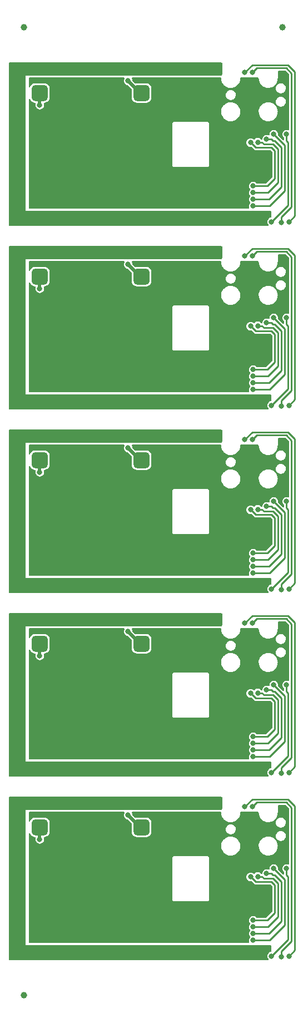
<source format=gbl>
G04 #@! TF.GenerationSoftware,KiCad,Pcbnew,6.0.2+dfsg-1*
G04 #@! TF.CreationDate,2023-11-02T10:53:08-06:00*
G04 #@! TF.ProjectId,ckt-dingdong-flash-array,636b742d-6469-46e6-9764-6f6e672d666c,rev?*
G04 #@! TF.SameCoordinates,Original*
G04 #@! TF.FileFunction,Copper,L2,Bot*
G04 #@! TF.FilePolarity,Positive*
%FSLAX46Y46*%
G04 Gerber Fmt 4.6, Leading zero omitted, Abs format (unit mm)*
G04 Created by KiCad (PCBNEW 6.0.2+dfsg-1) date 2023-11-02 10:53:08*
%MOMM*%
%LPD*%
G01*
G04 APERTURE LIST*
G04 #@! TA.AperFunction,SMDPad,CuDef*
%ADD10C,1.000000*%
G04 #@! TD*
G04 #@! TA.AperFunction,ViaPad*
%ADD11C,0.800000*%
G04 #@! TD*
G04 #@! TA.AperFunction,Conductor*
%ADD12C,0.250000*%
G04 #@! TD*
G04 #@! TA.AperFunction,Conductor*
%ADD13C,0.254000*%
G04 #@! TD*
G04 #@! TA.AperFunction,Conductor*
%ADD14C,0.508000*%
G04 #@! TD*
G04 APERTURE END LIST*
D10*
X128815000Y-22540000D03*
X168185000Y-22540000D03*
G04 #@! TA.AperFunction,SMDPad,CuDef*
G36*
G01*
X147975000Y-59845000D02*
X147975000Y-61095000D01*
G75*
G02*
X147350000Y-61720000I-625000J0D01*
G01*
X146100000Y-61720000D01*
G75*
G02*
X145475000Y-61095000I0J625000D01*
G01*
X145475000Y-59845000D01*
G75*
G02*
X146100000Y-59220000I625000J0D01*
G01*
X147350000Y-59220000D01*
G75*
G02*
X147975000Y-59845000I0J-625000D01*
G01*
G37*
G04 #@! TD.AperFunction*
G04 #@! TA.AperFunction,SMDPad,CuDef*
G36*
G01*
X132475000Y-59845000D02*
X132475000Y-61095000D01*
G75*
G02*
X131850000Y-61720000I-625000J0D01*
G01*
X130600000Y-61720000D01*
G75*
G02*
X129975000Y-61095000I0J625000D01*
G01*
X129975000Y-59845000D01*
G75*
G02*
X130600000Y-59220000I625000J0D01*
G01*
X131850000Y-59220000D01*
G75*
G02*
X132475000Y-59845000I0J-625000D01*
G01*
G37*
G04 #@! TD.AperFunction*
G04 #@! TA.AperFunction,SMDPad,CuDef*
G36*
G01*
X147975000Y-143665000D02*
X147975000Y-144915000D01*
G75*
G02*
X147350000Y-145540000I-625000J0D01*
G01*
X146100000Y-145540000D01*
G75*
G02*
X145475000Y-144915000I0J625000D01*
G01*
X145475000Y-143665000D01*
G75*
G02*
X146100000Y-143040000I625000J0D01*
G01*
X147350000Y-143040000D01*
G75*
G02*
X147975000Y-143665000I0J-625000D01*
G01*
G37*
G04 #@! TD.AperFunction*
G04 #@! TA.AperFunction,SMDPad,CuDef*
G36*
G01*
X132475000Y-143665000D02*
X132475000Y-144915000D01*
G75*
G02*
X131850000Y-145540000I-625000J0D01*
G01*
X130600000Y-145540000D01*
G75*
G02*
X129975000Y-144915000I0J625000D01*
G01*
X129975000Y-143665000D01*
G75*
G02*
X130600000Y-143040000I625000J0D01*
G01*
X131850000Y-143040000D01*
G75*
G02*
X132475000Y-143665000I0J-625000D01*
G01*
G37*
G04 #@! TD.AperFunction*
X128815000Y-169860000D03*
G04 #@! TA.AperFunction,SMDPad,CuDef*
G36*
G01*
X147975000Y-31905000D02*
X147975000Y-33155000D01*
G75*
G02*
X147350000Y-33780000I-625000J0D01*
G01*
X146100000Y-33780000D01*
G75*
G02*
X145475000Y-33155000I0J625000D01*
G01*
X145475000Y-31905000D01*
G75*
G02*
X146100000Y-31280000I625000J0D01*
G01*
X147350000Y-31280000D01*
G75*
G02*
X147975000Y-31905000I0J-625000D01*
G01*
G37*
G04 #@! TD.AperFunction*
G04 #@! TA.AperFunction,SMDPad,CuDef*
G36*
G01*
X132475000Y-31905000D02*
X132475000Y-33155000D01*
G75*
G02*
X131850000Y-33780000I-625000J0D01*
G01*
X130600000Y-33780000D01*
G75*
G02*
X129975000Y-33155000I0J625000D01*
G01*
X129975000Y-31905000D01*
G75*
G02*
X130600000Y-31280000I625000J0D01*
G01*
X131850000Y-31280000D01*
G75*
G02*
X132475000Y-31905000I0J-625000D01*
G01*
G37*
G04 #@! TD.AperFunction*
G04 #@! TA.AperFunction,SMDPad,CuDef*
G36*
G01*
X147975000Y-87785000D02*
X147975000Y-89035000D01*
G75*
G02*
X147350000Y-89660000I-625000J0D01*
G01*
X146100000Y-89660000D01*
G75*
G02*
X145475000Y-89035000I0J625000D01*
G01*
X145475000Y-87785000D01*
G75*
G02*
X146100000Y-87160000I625000J0D01*
G01*
X147350000Y-87160000D01*
G75*
G02*
X147975000Y-87785000I0J-625000D01*
G01*
G37*
G04 #@! TD.AperFunction*
G04 #@! TA.AperFunction,SMDPad,CuDef*
G36*
G01*
X132475000Y-87785000D02*
X132475000Y-89035000D01*
G75*
G02*
X131850000Y-89660000I-625000J0D01*
G01*
X130600000Y-89660000D01*
G75*
G02*
X129975000Y-89035000I0J625000D01*
G01*
X129975000Y-87785000D01*
G75*
G02*
X130600000Y-87160000I625000J0D01*
G01*
X131850000Y-87160000D01*
G75*
G02*
X132475000Y-87785000I0J-625000D01*
G01*
G37*
G04 #@! TD.AperFunction*
G04 #@! TA.AperFunction,SMDPad,CuDef*
G36*
G01*
X147975000Y-115725000D02*
X147975000Y-116975000D01*
G75*
G02*
X147350000Y-117600000I-625000J0D01*
G01*
X146100000Y-117600000D01*
G75*
G02*
X145475000Y-116975000I0J625000D01*
G01*
X145475000Y-115725000D01*
G75*
G02*
X146100000Y-115100000I625000J0D01*
G01*
X147350000Y-115100000D01*
G75*
G02*
X147975000Y-115725000I0J-625000D01*
G01*
G37*
G04 #@! TD.AperFunction*
G04 #@! TA.AperFunction,SMDPad,CuDef*
G36*
G01*
X132475000Y-115725000D02*
X132475000Y-116975000D01*
G75*
G02*
X131850000Y-117600000I-625000J0D01*
G01*
X130600000Y-117600000D01*
G75*
G02*
X129975000Y-116975000I0J625000D01*
G01*
X129975000Y-115725000D01*
G75*
G02*
X130600000Y-115100000I625000J0D01*
G01*
X131850000Y-115100000D01*
G75*
G02*
X132475000Y-115725000I0J-625000D01*
G01*
G37*
G04 #@! TD.AperFunction*
D11*
X164756000Y-52004000D03*
X129958000Y-28382000D03*
X129069000Y-28890000D03*
X155358000Y-28509000D03*
X165264000Y-51115000D03*
X127037000Y-29398000D03*
X128561000Y-48829000D03*
X127037000Y-28382000D03*
X156374000Y-28509000D03*
X128180000Y-29398000D03*
X163359000Y-52004000D03*
X128180000Y-31430000D03*
X127037000Y-31430000D03*
X128180000Y-30414000D03*
X162724000Y-51115000D03*
X127037000Y-30414000D03*
X129958000Y-29398000D03*
X158406000Y-28509000D03*
X128561000Y-46797000D03*
X146341000Y-51623000D03*
X128180000Y-28382000D03*
X128561000Y-49845000D03*
X163994000Y-51115000D03*
X157390000Y-28509000D03*
X128561000Y-50861000D03*
X154342000Y-28509000D03*
X128561000Y-47813000D03*
X162089000Y-52004000D03*
X168058000Y-52258000D03*
X163613000Y-29398000D03*
X169201000Y-52131000D03*
X162470000Y-29398000D03*
X166534000Y-52131000D03*
X168820000Y-38796000D03*
X163740000Y-49718000D03*
X166859000Y-38796000D03*
X163740000Y-48702000D03*
X165772000Y-39558000D03*
X163740000Y-47686000D03*
X164429260Y-40011740D03*
X163740000Y-46670000D03*
X163359000Y-40066000D03*
X166026000Y-44892000D03*
X130085000Y-47178000D03*
X137832000Y-46670000D03*
X130085000Y-46162000D03*
X135673000Y-36129000D03*
X154342000Y-34732000D03*
X143420000Y-46670000D03*
X135673000Y-38161000D03*
X133133000Y-36129000D03*
X133133000Y-38161000D03*
X168312000Y-30541000D03*
X134403000Y-37145000D03*
X149897000Y-31176000D03*
X149897000Y-49591000D03*
X134403000Y-36129000D03*
X168312000Y-29525000D03*
X161962000Y-46162000D03*
X130085000Y-45146000D03*
X135673000Y-37145000D03*
X150913000Y-49591000D03*
X160946000Y-46162000D03*
X165327500Y-44193500D03*
X133133000Y-37145000D03*
X148881000Y-31176000D03*
X144690000Y-30668000D03*
X131228000Y-34351000D03*
X158406000Y-56449000D03*
X155358000Y-56449000D03*
X165264000Y-79055000D03*
X127037000Y-58354000D03*
X128180000Y-57338000D03*
X127037000Y-57338000D03*
X129958000Y-57338000D03*
X154342000Y-56449000D03*
X157390000Y-56449000D03*
X128561000Y-74737000D03*
X128561000Y-78801000D03*
X162089000Y-79944000D03*
X163359000Y-79944000D03*
X128561000Y-77785000D03*
X127037000Y-59370000D03*
X128561000Y-76769000D03*
X128180000Y-59370000D03*
X156374000Y-56449000D03*
X128561000Y-75753000D03*
X164756000Y-79944000D03*
X146341000Y-79563000D03*
X128180000Y-58354000D03*
X162724000Y-79055000D03*
X163994000Y-79055000D03*
X128180000Y-56322000D03*
X129958000Y-56322000D03*
X129069000Y-56830000D03*
X127037000Y-56322000D03*
X163613000Y-57338000D03*
X168058000Y-80198000D03*
X169201000Y-80071000D03*
X162470000Y-57338000D03*
X166534000Y-80071000D03*
X168820000Y-66736000D03*
X163740000Y-77658000D03*
X166859000Y-66736000D03*
X163740000Y-76642000D03*
X165772000Y-67498000D03*
X164429260Y-67951740D03*
X163740000Y-75626000D03*
X163359000Y-68006000D03*
X163740000Y-74610000D03*
X133133000Y-66101000D03*
X161962000Y-74102000D03*
X135673000Y-64069000D03*
X154342000Y-62672000D03*
X130085000Y-74102000D03*
X134403000Y-64069000D03*
X137832000Y-74610000D03*
X148881000Y-59116000D03*
X130085000Y-75118000D03*
X133133000Y-64069000D03*
X135673000Y-65085000D03*
X166026000Y-72832000D03*
X149897000Y-59116000D03*
X135673000Y-66101000D03*
X150913000Y-77531000D03*
X143420000Y-74610000D03*
X149897000Y-77531000D03*
X168312000Y-58481000D03*
X168312000Y-57465000D03*
X165327500Y-72133500D03*
X133133000Y-65085000D03*
X130085000Y-73086000D03*
X160946000Y-74102000D03*
X134403000Y-65085000D03*
X144690000Y-58608000D03*
X131228000Y-62291000D03*
X156374000Y-84389000D03*
X157390000Y-84389000D03*
X128561000Y-102677000D03*
X127037000Y-87310000D03*
X128561000Y-103693000D03*
X165264000Y-106995000D03*
X164756000Y-107884000D03*
X128561000Y-104709000D03*
X162089000Y-107884000D03*
X128180000Y-86294000D03*
X128561000Y-106741000D03*
X163994000Y-106995000D03*
X129069000Y-84770000D03*
X127037000Y-86294000D03*
X128180000Y-87310000D03*
X129958000Y-84262000D03*
X128561000Y-105725000D03*
X127037000Y-84262000D03*
X155358000Y-84389000D03*
X162724000Y-106995000D03*
X129958000Y-85278000D03*
X158406000Y-84389000D03*
X154342000Y-84389000D03*
X128180000Y-84262000D03*
X146341000Y-107503000D03*
X163359000Y-107884000D03*
X127037000Y-85278000D03*
X128180000Y-85278000D03*
X163613000Y-85278000D03*
X168058000Y-108138000D03*
X169201000Y-108011000D03*
X162470000Y-85278000D03*
X166534000Y-108011000D03*
X168820000Y-94676000D03*
X163740000Y-105598000D03*
X166859000Y-94676000D03*
X165772000Y-95438000D03*
X163740000Y-104582000D03*
X163740000Y-103566000D03*
X164429260Y-95891740D03*
X163740000Y-102550000D03*
X163359000Y-95946000D03*
X133133000Y-94041000D03*
X166026000Y-100772000D03*
X133133000Y-93025000D03*
X168312000Y-85405000D03*
X168312000Y-86421000D03*
X134403000Y-92009000D03*
X135673000Y-94041000D03*
X165327500Y-100073500D03*
X135673000Y-93025000D03*
X149897000Y-105471000D03*
X143420000Y-102550000D03*
X149897000Y-87056000D03*
X133133000Y-92009000D03*
X148881000Y-87056000D03*
X161962000Y-102042000D03*
X134403000Y-93025000D03*
X130085000Y-103058000D03*
X150913000Y-105471000D03*
X154342000Y-90612000D03*
X130085000Y-101026000D03*
X135673000Y-92009000D03*
X160946000Y-102042000D03*
X137832000Y-102550000D03*
X130085000Y-102042000D03*
X144690000Y-86548000D03*
X131228000Y-90231000D03*
X163359000Y-135824000D03*
X158406000Y-112329000D03*
X156374000Y-112329000D03*
X128561000Y-130617000D03*
X127037000Y-112202000D03*
X128561000Y-132649000D03*
X157390000Y-112329000D03*
X129958000Y-112202000D03*
X128180000Y-113218000D03*
X146341000Y-135443000D03*
X162089000Y-135824000D03*
X127037000Y-113218000D03*
X128561000Y-133665000D03*
X128561000Y-131633000D03*
X128180000Y-112202000D03*
X128561000Y-134681000D03*
X127037000Y-114234000D03*
X128180000Y-115250000D03*
X162724000Y-134935000D03*
X155358000Y-112329000D03*
X164756000Y-135824000D03*
X128180000Y-114234000D03*
X163994000Y-134935000D03*
X129958000Y-113218000D03*
X129069000Y-112710000D03*
X165264000Y-134935000D03*
X154342000Y-112329000D03*
X127037000Y-115250000D03*
X168058000Y-136078000D03*
X163613000Y-113218000D03*
X169201000Y-135951000D03*
X162470000Y-113218000D03*
X166534000Y-135951000D03*
X168820000Y-122616000D03*
X166859000Y-122616000D03*
X163740000Y-133538000D03*
X163740000Y-132522000D03*
X165772000Y-123378000D03*
X163740000Y-131506000D03*
X164429260Y-123831740D03*
X163740000Y-130490000D03*
X163359000Y-123886000D03*
X143420000Y-130490000D03*
X168312000Y-114361000D03*
X130085000Y-130998000D03*
X135673000Y-121981000D03*
X154342000Y-118552000D03*
X149897000Y-133411000D03*
X134403000Y-120965000D03*
X137832000Y-130490000D03*
X133133000Y-119949000D03*
X160946000Y-129982000D03*
X133133000Y-120965000D03*
X148881000Y-114996000D03*
X165327500Y-128013500D03*
X166026000Y-128712000D03*
X130085000Y-129982000D03*
X149897000Y-114996000D03*
X135673000Y-119949000D03*
X135673000Y-120965000D03*
X133133000Y-121981000D03*
X130085000Y-128966000D03*
X161962000Y-129982000D03*
X168312000Y-113345000D03*
X134403000Y-119949000D03*
X150913000Y-133411000D03*
X144690000Y-114488000D03*
X131228000Y-118171000D03*
X158406000Y-140269000D03*
X128561000Y-162621000D03*
X162724000Y-162875000D03*
X128561000Y-159573000D03*
X164756000Y-163764000D03*
X156374000Y-140269000D03*
X128561000Y-160589000D03*
X129958000Y-140142000D03*
X128180000Y-141158000D03*
X157390000Y-140269000D03*
X128180000Y-142174000D03*
X128180000Y-143190000D03*
X155358000Y-140269000D03*
X127037000Y-143190000D03*
X129958000Y-141158000D03*
X146341000Y-163383000D03*
X127037000Y-141158000D03*
X128180000Y-140142000D03*
X162089000Y-163764000D03*
X128561000Y-161605000D03*
X127037000Y-140142000D03*
X163359000Y-163764000D03*
X163994000Y-162875000D03*
X128561000Y-158557000D03*
X165264000Y-162875000D03*
X154342000Y-140269000D03*
X129069000Y-140650000D03*
X127037000Y-142174000D03*
X168058000Y-164018000D03*
X163613000Y-141158000D03*
X162470000Y-141158000D03*
X169201000Y-163891000D03*
X166534000Y-163891000D03*
X168820000Y-150556000D03*
X166859000Y-150556000D03*
X163740000Y-161478000D03*
X163740000Y-160462000D03*
X165772000Y-151318000D03*
X163740000Y-159446000D03*
X164429260Y-151771740D03*
X163359000Y-151826000D03*
X163740000Y-158430000D03*
X130085000Y-156906000D03*
X150913000Y-161351000D03*
X160946000Y-157922000D03*
X135673000Y-148905000D03*
X135673000Y-147889000D03*
X134403000Y-147889000D03*
X161962000Y-157922000D03*
X148881000Y-142936000D03*
X143420000Y-158430000D03*
X168312000Y-142301000D03*
X154342000Y-146492000D03*
X133133000Y-148905000D03*
X149897000Y-142936000D03*
X134403000Y-148905000D03*
X149897000Y-161351000D03*
X137832000Y-158430000D03*
X133133000Y-149921000D03*
X133133000Y-147889000D03*
X130085000Y-157922000D03*
X165327500Y-155953500D03*
X135673000Y-149921000D03*
X130085000Y-158938000D03*
X168312000Y-141285000D03*
X166026000Y-156652000D03*
X144690000Y-142428000D03*
X131228000Y-146111000D03*
D12*
X163613000Y-29398000D02*
X164302000Y-28709000D01*
D13*
X168058000Y-51369000D02*
X169582000Y-49845000D01*
X169582000Y-29525000D02*
X168766000Y-28709000D01*
X169582000Y-49845000D02*
X169582000Y-29525000D01*
X168058000Y-52141500D02*
X168058000Y-51369000D01*
D12*
X164302000Y-28709000D02*
X168766000Y-28709000D01*
D13*
X162470000Y-29398000D02*
X163613000Y-28255000D01*
X163613000Y-28255000D02*
X169074000Y-28255000D01*
X170090000Y-51242000D02*
X169201000Y-52131000D01*
X170090000Y-29271000D02*
X170090000Y-51242000D01*
X169074000Y-28255000D02*
X170090000Y-29271000D01*
X169074000Y-40066000D02*
X168820000Y-39812000D01*
X168820000Y-39812000D02*
X168820000Y-38796000D01*
X166534000Y-52131000D02*
X169074000Y-49591000D01*
X169074000Y-49591000D02*
X169074000Y-40066000D01*
X168566000Y-47432000D02*
X166280000Y-49718000D01*
X168566000Y-40503000D02*
X168566000Y-47432000D01*
X166859000Y-38796000D02*
X168566000Y-40503000D01*
X166280000Y-49718000D02*
X163740000Y-49718000D01*
X166534000Y-39558000D02*
X165772000Y-39558000D01*
X168058000Y-46797000D02*
X166153000Y-48702000D01*
X166788000Y-39812000D02*
X166534000Y-39558000D01*
X167042000Y-39812000D02*
X168058000Y-40828000D01*
X168058000Y-40828000D02*
X168058000Y-46797000D01*
X166153000Y-48702000D02*
X163740000Y-48702000D01*
X167042000Y-39812000D02*
X166788000Y-39812000D01*
X167550000Y-41082000D02*
X166788000Y-40320000D01*
X167550000Y-46162000D02*
X167550000Y-41082000D01*
X165082740Y-40011740D02*
X164429260Y-40011740D01*
X166026000Y-47686000D02*
X167550000Y-46162000D01*
X163740000Y-47686000D02*
X166026000Y-47686000D01*
X166788000Y-40320000D02*
X165391000Y-40320000D01*
X165391000Y-40320000D02*
X165082740Y-40011740D01*
X166534000Y-40828000D02*
X164121000Y-40828000D01*
X164121000Y-40828000D02*
X163359000Y-40066000D01*
X167042000Y-41336000D02*
X166534000Y-40828000D01*
X165899000Y-46670000D02*
X167042000Y-45527000D01*
X167042000Y-45527000D02*
X167042000Y-41336000D01*
X163740000Y-46670000D02*
X165899000Y-46670000D01*
D14*
X146552000Y-32530000D02*
X144690000Y-30668000D01*
X146725000Y-32530000D02*
X146552000Y-32530000D01*
D13*
X131225000Y-34348000D02*
X131228000Y-34351000D01*
D14*
X131225000Y-32530000D02*
X131225000Y-34348000D01*
D12*
X163613000Y-57338000D02*
X164302000Y-56649000D01*
D13*
X168058000Y-80081500D02*
X168058000Y-79309000D01*
X168058000Y-79309000D02*
X169582000Y-77785000D01*
X169582000Y-77785000D02*
X169582000Y-57465000D01*
X169582000Y-57465000D02*
X168766000Y-56649000D01*
D12*
X164302000Y-56649000D02*
X168766000Y-56649000D01*
D13*
X162470000Y-57338000D02*
X163613000Y-56195000D01*
X170090000Y-79182000D02*
X169201000Y-80071000D01*
X163613000Y-56195000D02*
X169074000Y-56195000D01*
X169074000Y-56195000D02*
X170090000Y-57211000D01*
X170090000Y-57211000D02*
X170090000Y-79182000D01*
X169074000Y-68006000D02*
X168820000Y-67752000D01*
X168820000Y-67752000D02*
X168820000Y-66736000D01*
X169074000Y-77531000D02*
X169074000Y-68006000D01*
X166534000Y-80071000D02*
X169074000Y-77531000D01*
X168566000Y-68443000D02*
X168566000Y-75372000D01*
X168566000Y-75372000D02*
X166280000Y-77658000D01*
X166859000Y-66736000D02*
X168566000Y-68443000D01*
X166280000Y-77658000D02*
X163740000Y-77658000D01*
X167042000Y-67752000D02*
X168058000Y-68768000D01*
X166153000Y-76642000D02*
X163740000Y-76642000D01*
X167042000Y-67752000D02*
X166788000Y-67752000D01*
X168058000Y-68768000D02*
X168058000Y-74737000D01*
X166534000Y-67498000D02*
X165772000Y-67498000D01*
X168058000Y-74737000D02*
X166153000Y-76642000D01*
X166788000Y-67752000D02*
X166534000Y-67498000D01*
X167550000Y-69022000D02*
X166788000Y-68260000D01*
X165391000Y-68260000D02*
X165082740Y-67951740D01*
X167550000Y-74102000D02*
X167550000Y-69022000D01*
X166026000Y-75626000D02*
X167550000Y-74102000D01*
X166788000Y-68260000D02*
X165391000Y-68260000D01*
X163740000Y-75626000D02*
X166026000Y-75626000D01*
X165082740Y-67951740D02*
X164429260Y-67951740D01*
X167042000Y-73467000D02*
X167042000Y-69276000D01*
X166534000Y-68768000D02*
X164121000Y-68768000D01*
X165899000Y-74610000D02*
X167042000Y-73467000D01*
X167042000Y-69276000D02*
X166534000Y-68768000D01*
X163740000Y-74610000D02*
X165899000Y-74610000D01*
X164121000Y-68768000D02*
X163359000Y-68006000D01*
D14*
X146725000Y-60470000D02*
X146552000Y-60470000D01*
X146552000Y-60470000D02*
X144690000Y-58608000D01*
X131225000Y-60470000D02*
X131225000Y-62288000D01*
D13*
X131225000Y-62288000D02*
X131228000Y-62291000D01*
X169582000Y-85405000D02*
X168766000Y-84589000D01*
X169582000Y-105725000D02*
X169582000Y-85405000D01*
X168058000Y-108021500D02*
X168058000Y-107249000D01*
X168058000Y-107249000D02*
X169582000Y-105725000D01*
D12*
X163613000Y-85278000D02*
X164302000Y-84589000D01*
X164302000Y-84589000D02*
X168766000Y-84589000D01*
D13*
X163613000Y-84135000D02*
X169074000Y-84135000D01*
X162470000Y-85278000D02*
X163613000Y-84135000D01*
X170090000Y-107122000D02*
X169201000Y-108011000D01*
X169074000Y-84135000D02*
X170090000Y-85151000D01*
X170090000Y-85151000D02*
X170090000Y-107122000D01*
X166534000Y-108011000D02*
X169074000Y-105471000D01*
X169074000Y-105471000D02*
X169074000Y-95946000D01*
X169074000Y-95946000D02*
X168820000Y-95692000D01*
X168820000Y-95692000D02*
X168820000Y-94676000D01*
X166859000Y-94676000D02*
X168566000Y-96383000D01*
X168566000Y-103312000D02*
X166280000Y-105598000D01*
X168566000Y-96383000D02*
X168566000Y-103312000D01*
X166280000Y-105598000D02*
X163740000Y-105598000D01*
X168058000Y-102677000D02*
X166153000Y-104582000D01*
X166153000Y-104582000D02*
X163740000Y-104582000D01*
X167042000Y-95692000D02*
X166788000Y-95692000D01*
X167042000Y-95692000D02*
X168058000Y-96708000D01*
X166788000Y-95692000D02*
X166534000Y-95438000D01*
X166534000Y-95438000D02*
X165772000Y-95438000D01*
X168058000Y-96708000D02*
X168058000Y-102677000D01*
X167550000Y-102042000D02*
X167550000Y-96962000D01*
X163740000Y-103566000D02*
X166026000Y-103566000D01*
X167550000Y-96962000D02*
X166788000Y-96200000D01*
X165391000Y-96200000D02*
X165082740Y-95891740D01*
X166026000Y-103566000D02*
X167550000Y-102042000D01*
X166788000Y-96200000D02*
X165391000Y-96200000D01*
X165082740Y-95891740D02*
X164429260Y-95891740D01*
X163740000Y-102550000D02*
X165899000Y-102550000D01*
X166534000Y-96708000D02*
X164121000Y-96708000D01*
X165899000Y-102550000D02*
X167042000Y-101407000D01*
X167042000Y-101407000D02*
X167042000Y-97216000D01*
X164121000Y-96708000D02*
X163359000Y-95946000D01*
X167042000Y-97216000D02*
X166534000Y-96708000D01*
D14*
X146552000Y-88410000D02*
X144690000Y-86548000D01*
X146725000Y-88410000D02*
X146552000Y-88410000D01*
D13*
X131225000Y-90228000D02*
X131228000Y-90231000D01*
D14*
X131225000Y-88410000D02*
X131225000Y-90228000D01*
D13*
X169582000Y-113345000D02*
X168766000Y-112529000D01*
D12*
X163613000Y-113218000D02*
X164302000Y-112529000D01*
X164302000Y-112529000D02*
X168766000Y-112529000D01*
D13*
X168058000Y-135961500D02*
X168058000Y-135189000D01*
X168058000Y-135189000D02*
X169582000Y-133665000D01*
X169582000Y-133665000D02*
X169582000Y-113345000D01*
X162470000Y-113218000D02*
X163613000Y-112075000D01*
X170090000Y-113091000D02*
X170090000Y-135062000D01*
X169074000Y-112075000D02*
X170090000Y-113091000D01*
X170090000Y-135062000D02*
X169201000Y-135951000D01*
X163613000Y-112075000D02*
X169074000Y-112075000D01*
X168820000Y-123632000D02*
X168820000Y-122616000D01*
X169074000Y-123886000D02*
X168820000Y-123632000D01*
X166534000Y-135951000D02*
X169074000Y-133411000D01*
X169074000Y-133411000D02*
X169074000Y-123886000D01*
X166859000Y-122616000D02*
X168566000Y-124323000D01*
X166280000Y-133538000D02*
X163740000Y-133538000D01*
X168566000Y-131252000D02*
X166280000Y-133538000D01*
X168566000Y-124323000D02*
X168566000Y-131252000D01*
X166534000Y-123378000D02*
X165772000Y-123378000D01*
X168058000Y-124648000D02*
X168058000Y-130617000D01*
X167042000Y-123632000D02*
X168058000Y-124648000D01*
X167042000Y-123632000D02*
X166788000Y-123632000D01*
X166788000Y-123632000D02*
X166534000Y-123378000D01*
X168058000Y-130617000D02*
X166153000Y-132522000D01*
X166153000Y-132522000D02*
X163740000Y-132522000D01*
X163740000Y-131506000D02*
X166026000Y-131506000D01*
X165082740Y-123831740D02*
X164429260Y-123831740D01*
X167550000Y-129982000D02*
X167550000Y-124902000D01*
X166026000Y-131506000D02*
X167550000Y-129982000D01*
X165391000Y-124140000D02*
X165082740Y-123831740D01*
X167550000Y-124902000D02*
X166788000Y-124140000D01*
X166788000Y-124140000D02*
X165391000Y-124140000D01*
X163740000Y-130490000D02*
X165899000Y-130490000D01*
X167042000Y-125156000D02*
X166534000Y-124648000D01*
X165899000Y-130490000D02*
X167042000Y-129347000D01*
X166534000Y-124648000D02*
X164121000Y-124648000D01*
X164121000Y-124648000D02*
X163359000Y-123886000D01*
X167042000Y-129347000D02*
X167042000Y-125156000D01*
D14*
X146725000Y-116350000D02*
X146552000Y-116350000D01*
X146552000Y-116350000D02*
X144690000Y-114488000D01*
D13*
X131225000Y-118168000D02*
X131228000Y-118171000D01*
D14*
X131225000Y-116350000D02*
X131225000Y-118168000D01*
D13*
X169582000Y-141285000D02*
X168766000Y-140469000D01*
X168058000Y-163129000D02*
X169582000Y-161605000D01*
D12*
X163613000Y-141158000D02*
X164302000Y-140469000D01*
X164302000Y-140469000D02*
X168766000Y-140469000D01*
D13*
X169582000Y-161605000D02*
X169582000Y-141285000D01*
X168058000Y-163901500D02*
X168058000Y-163129000D01*
X170090000Y-163002000D02*
X169201000Y-163891000D01*
X170090000Y-141031000D02*
X170090000Y-163002000D01*
X163613000Y-140015000D02*
X169074000Y-140015000D01*
X169074000Y-140015000D02*
X170090000Y-141031000D01*
X162470000Y-141158000D02*
X163613000Y-140015000D01*
X166534000Y-163891000D02*
X169074000Y-161351000D01*
X169074000Y-161351000D02*
X169074000Y-151826000D01*
X169074000Y-151826000D02*
X168820000Y-151572000D01*
X168820000Y-151572000D02*
X168820000Y-150556000D01*
X166859000Y-150556000D02*
X168566000Y-152263000D01*
X168566000Y-152263000D02*
X168566000Y-159192000D01*
X168566000Y-159192000D02*
X166280000Y-161478000D01*
X166280000Y-161478000D02*
X163740000Y-161478000D01*
X167042000Y-151572000D02*
X168058000Y-152588000D01*
X168058000Y-152588000D02*
X168058000Y-158557000D01*
X166788000Y-151572000D02*
X166534000Y-151318000D01*
X167042000Y-151572000D02*
X166788000Y-151572000D01*
X168058000Y-158557000D02*
X166153000Y-160462000D01*
X166153000Y-160462000D02*
X163740000Y-160462000D01*
X166534000Y-151318000D02*
X165772000Y-151318000D01*
X163740000Y-159446000D02*
X166026000Y-159446000D01*
X165082740Y-151771740D02*
X164429260Y-151771740D01*
X166026000Y-159446000D02*
X167550000Y-157922000D01*
X166788000Y-152080000D02*
X165391000Y-152080000D01*
X167550000Y-152842000D02*
X166788000Y-152080000D01*
X167550000Y-157922000D02*
X167550000Y-152842000D01*
X165391000Y-152080000D02*
X165082740Y-151771740D01*
X167042000Y-153096000D02*
X166534000Y-152588000D01*
X166534000Y-152588000D02*
X164121000Y-152588000D01*
X167042000Y-157287000D02*
X167042000Y-153096000D01*
X163740000Y-158430000D02*
X165899000Y-158430000D01*
X165899000Y-158430000D02*
X167042000Y-157287000D01*
X164121000Y-152588000D02*
X163359000Y-151826000D01*
D14*
X146552000Y-144290000D02*
X144690000Y-142428000D01*
X146725000Y-144290000D02*
X146552000Y-144290000D01*
D13*
X131225000Y-146108000D02*
X131228000Y-146111000D01*
D14*
X131225000Y-144290000D02*
X131225000Y-146108000D01*
G04 #@! TA.AperFunction,Conductor*
G36*
X168623439Y-57047713D02*
G01*
X168635443Y-57057965D01*
X169171035Y-57593558D01*
X169199261Y-57648956D01*
X169200500Y-57664693D01*
X169200500Y-66030253D01*
X169181287Y-66089384D01*
X169130987Y-66125929D01*
X169063851Y-66124172D01*
X169061627Y-66123318D01*
X169056274Y-66120484D01*
X169050400Y-66119009D01*
X169050396Y-66119007D01*
X168979454Y-66101188D01*
X168902633Y-66081892D01*
X168896576Y-66081860D01*
X168896574Y-66081860D01*
X168819450Y-66081456D01*
X168744221Y-66081062D01*
X168738324Y-66082478D01*
X168738322Y-66082478D01*
X168709557Y-66089384D01*
X168590184Y-66118043D01*
X168584798Y-66120823D01*
X168584795Y-66120824D01*
X168454802Y-66187919D01*
X168449414Y-66190700D01*
X168330039Y-66294838D01*
X168238950Y-66424444D01*
X168181406Y-66572037D01*
X168160729Y-66729096D01*
X168161394Y-66735120D01*
X168161394Y-66735124D01*
X168167750Y-66792687D01*
X168178113Y-66886553D01*
X168232553Y-67035319D01*
X168235939Y-67040358D01*
X168250477Y-67061992D01*
X168320908Y-67166805D01*
X168348702Y-67192095D01*
X168405605Y-67243873D01*
X168436410Y-67297879D01*
X168438500Y-67318280D01*
X168438500Y-67533107D01*
X168419287Y-67592238D01*
X168368987Y-67628783D01*
X168306813Y-67628783D01*
X168266765Y-67604242D01*
X167540520Y-66877997D01*
X167512294Y-66822599D01*
X167512059Y-66792691D01*
X167518162Y-66749807D01*
X167518307Y-66736000D01*
X167499276Y-66578733D01*
X167443280Y-66430546D01*
X167353553Y-66299992D01*
X167235275Y-66194611D01*
X167095274Y-66120484D01*
X166941633Y-66081892D01*
X166935576Y-66081860D01*
X166935574Y-66081860D01*
X166858450Y-66081456D01*
X166783221Y-66081062D01*
X166777324Y-66082478D01*
X166777322Y-66082478D01*
X166748557Y-66089384D01*
X166629184Y-66118043D01*
X166623798Y-66120823D01*
X166623795Y-66120824D01*
X166493802Y-66187919D01*
X166488414Y-66190700D01*
X166369039Y-66294838D01*
X166277950Y-66424444D01*
X166220406Y-66572037D01*
X166199729Y-66729096D01*
X166200394Y-66735120D01*
X166200394Y-66735125D01*
X166208751Y-66810818D01*
X166196143Y-66871700D01*
X166150157Y-66913544D01*
X166088358Y-66920367D01*
X166061685Y-66910764D01*
X166013636Y-66885323D01*
X166008274Y-66882484D01*
X165854633Y-66843892D01*
X165848576Y-66843860D01*
X165848574Y-66843860D01*
X165771450Y-66843456D01*
X165696221Y-66843062D01*
X165690324Y-66844478D01*
X165690322Y-66844478D01*
X165576935Y-66871700D01*
X165542184Y-66880043D01*
X165536798Y-66882823D01*
X165536795Y-66882824D01*
X165406802Y-66949919D01*
X165401414Y-66952700D01*
X165396844Y-66956687D01*
X165306707Y-67035319D01*
X165282039Y-67056838D01*
X165190950Y-67186444D01*
X165133406Y-67334037D01*
X165116216Y-67464611D01*
X165113844Y-67482628D01*
X165087078Y-67538745D01*
X165032438Y-67568412D01*
X164970796Y-67560297D01*
X164931199Y-67526478D01*
X164927251Y-67520734D01*
X164927250Y-67520733D01*
X164923813Y-67515732D01*
X164805535Y-67410351D01*
X164768013Y-67390484D01*
X164670896Y-67339063D01*
X164665534Y-67336224D01*
X164511893Y-67297632D01*
X164505836Y-67297600D01*
X164505834Y-67297600D01*
X164428710Y-67297196D01*
X164353481Y-67296802D01*
X164347584Y-67298218D01*
X164347582Y-67298218D01*
X164221945Y-67328381D01*
X164199444Y-67333783D01*
X164194058Y-67336563D01*
X164194055Y-67336564D01*
X164064062Y-67403659D01*
X164058674Y-67406440D01*
X163939299Y-67510578D01*
X163937793Y-67512720D01*
X163885112Y-67543137D01*
X163823278Y-67536640D01*
X163797272Y-67519848D01*
X163788124Y-67511697D01*
X163735275Y-67464611D01*
X163595274Y-67390484D01*
X163441633Y-67351892D01*
X163435576Y-67351860D01*
X163435574Y-67351860D01*
X163358450Y-67351456D01*
X163283221Y-67351062D01*
X163277324Y-67352478D01*
X163277322Y-67352478D01*
X163135082Y-67386627D01*
X163129184Y-67388043D01*
X163123798Y-67390823D01*
X163123795Y-67390824D01*
X162993802Y-67457919D01*
X162988414Y-67460700D01*
X162869039Y-67564838D01*
X162777950Y-67694444D01*
X162720406Y-67842037D01*
X162699729Y-67999096D01*
X162700394Y-68005120D01*
X162700394Y-68005124D01*
X162708421Y-68077825D01*
X162717113Y-68156553D01*
X162771553Y-68305319D01*
X162859908Y-68436805D01*
X162977076Y-68543419D01*
X163116293Y-68619008D01*
X163122163Y-68620548D01*
X163263655Y-68657668D01*
X163263656Y-68657668D01*
X163269522Y-68659207D01*
X163341639Y-68660340D01*
X163421851Y-68661600D01*
X163421853Y-68661600D01*
X163422552Y-68661611D01*
X163422553Y-68661611D01*
X163427916Y-68661695D01*
X163427899Y-68662747D01*
X163483103Y-68674476D01*
X163503945Y-68690467D01*
X163814870Y-69001392D01*
X163828248Y-69017957D01*
X163834929Y-69028304D01*
X163841459Y-69033452D01*
X163862648Y-69050156D01*
X163868597Y-69055442D01*
X163870713Y-69057235D01*
X163873649Y-69060171D01*
X163889934Y-69071809D01*
X163893710Y-69074644D01*
X163934670Y-69106934D01*
X163942004Y-69109509D01*
X163944518Y-69110815D01*
X163950843Y-69115335D01*
X163958808Y-69117717D01*
X163958810Y-69117718D01*
X164000790Y-69130272D01*
X164005291Y-69131734D01*
X164018465Y-69136361D01*
X164048532Y-69146920D01*
X164048536Y-69146921D01*
X164054502Y-69149016D01*
X164060091Y-69149500D01*
X164062256Y-69149500D01*
X164063505Y-69149554D01*
X164065959Y-69149762D01*
X164072524Y-69151725D01*
X164080830Y-69151399D01*
X164080833Y-69151399D01*
X164127172Y-69149578D01*
X164131121Y-69149500D01*
X166334308Y-69149500D01*
X166393439Y-69168713D01*
X166405443Y-69178965D01*
X166631035Y-69404558D01*
X166659261Y-69459956D01*
X166660500Y-69475693D01*
X166660500Y-73267308D01*
X166641287Y-73326439D01*
X166631035Y-73338443D01*
X165770442Y-74199035D01*
X165715044Y-74227261D01*
X165699307Y-74228500D01*
X164324943Y-74228500D01*
X164265812Y-74209287D01*
X164242039Y-74184884D01*
X164234553Y-74173992D01*
X164116275Y-74068611D01*
X163976274Y-73994484D01*
X163822633Y-73955892D01*
X163816576Y-73955860D01*
X163816574Y-73955860D01*
X163739450Y-73955456D01*
X163664221Y-73955062D01*
X163658324Y-73956478D01*
X163658322Y-73956478D01*
X163516082Y-73990627D01*
X163510184Y-73992043D01*
X163504798Y-73994823D01*
X163504795Y-73994824D01*
X163374802Y-74061919D01*
X163369414Y-74064700D01*
X163250039Y-74168838D01*
X163158950Y-74298444D01*
X163101406Y-74446037D01*
X163080729Y-74603096D01*
X163081394Y-74609120D01*
X163081394Y-74609124D01*
X163089421Y-74681824D01*
X163098113Y-74760553D01*
X163100197Y-74766247D01*
X163139626Y-74873993D01*
X163152553Y-74909319D01*
X163155939Y-74914358D01*
X163210075Y-74994920D01*
X163240908Y-75040805D01*
X163245395Y-75044888D01*
X163249358Y-75049479D01*
X163247919Y-75050721D01*
X163274534Y-75097368D01*
X163267719Y-75159168D01*
X163252168Y-75182981D01*
X163250039Y-75184838D01*
X163158950Y-75314444D01*
X163101406Y-75462037D01*
X163080729Y-75619096D01*
X163081394Y-75625120D01*
X163081394Y-75625124D01*
X163089421Y-75697825D01*
X163098113Y-75776553D01*
X163100197Y-75782247D01*
X163139626Y-75889993D01*
X163152553Y-75925319D01*
X163155939Y-75930358D01*
X163210075Y-76010920D01*
X163240908Y-76056805D01*
X163245395Y-76060888D01*
X163249358Y-76065479D01*
X163247919Y-76066721D01*
X163274534Y-76113368D01*
X163267719Y-76175168D01*
X163252168Y-76198981D01*
X163250039Y-76200838D01*
X163158950Y-76330444D01*
X163101406Y-76478037D01*
X163080729Y-76635096D01*
X163081394Y-76641120D01*
X163081394Y-76641124D01*
X163089421Y-76713824D01*
X163098113Y-76792553D01*
X163152553Y-76941319D01*
X163155939Y-76946358D01*
X163210075Y-77026920D01*
X163240908Y-77072805D01*
X163245395Y-77076888D01*
X163249358Y-77081479D01*
X163247919Y-77082721D01*
X163274534Y-77129368D01*
X163267719Y-77191168D01*
X163252168Y-77214981D01*
X163250039Y-77216838D01*
X163158950Y-77346444D01*
X163101406Y-77494037D01*
X163080729Y-77651096D01*
X163081394Y-77657120D01*
X163081394Y-77657124D01*
X163089421Y-77729825D01*
X163098113Y-77808553D01*
X163100197Y-77814247D01*
X163132978Y-77903828D01*
X163135256Y-77965961D01*
X163100578Y-78017566D01*
X163038505Y-78039000D01*
X129677600Y-78039000D01*
X129618469Y-78019787D01*
X129581924Y-77969487D01*
X129577000Y-77938400D01*
X129577000Y-71435000D01*
X151416024Y-71435000D01*
X151421000Y-71460017D01*
X151435737Y-71534106D01*
X151491876Y-71618124D01*
X151575894Y-71674263D01*
X151585610Y-71676196D01*
X151585611Y-71676196D01*
X151665282Y-71692043D01*
X151675000Y-71693976D01*
X151684718Y-71692043D01*
X151690299Y-71690933D01*
X151709924Y-71689000D01*
X156720076Y-71689000D01*
X156739701Y-71690933D01*
X156755000Y-71693976D01*
X156764718Y-71692043D01*
X156844389Y-71676196D01*
X156844390Y-71676196D01*
X156854106Y-71674263D01*
X156938124Y-71618124D01*
X156994263Y-71534106D01*
X157009000Y-71460017D01*
X157013976Y-71435000D01*
X157010933Y-71419701D01*
X157009000Y-71400076D01*
X157009000Y-65119924D01*
X157010933Y-65100299D01*
X157012043Y-65094718D01*
X157013976Y-65085000D01*
X156994263Y-64985894D01*
X156938124Y-64901876D01*
X156854106Y-64845737D01*
X156844390Y-64843804D01*
X156844389Y-64843804D01*
X156780017Y-64831000D01*
X156764718Y-64827957D01*
X156755000Y-64826024D01*
X156745282Y-64827957D01*
X156739701Y-64829067D01*
X156720076Y-64831000D01*
X151709924Y-64831000D01*
X151690299Y-64829067D01*
X151684718Y-64827957D01*
X151675000Y-64826024D01*
X151665282Y-64827957D01*
X151649983Y-64831000D01*
X151585615Y-64843803D01*
X151585613Y-64843804D01*
X151575894Y-64845737D01*
X151491876Y-64901876D01*
X151435737Y-64985894D01*
X151416024Y-65085000D01*
X151417957Y-65094718D01*
X151419067Y-65100299D01*
X151421000Y-65119924D01*
X151421000Y-71400076D01*
X151419067Y-71419701D01*
X151416024Y-71435000D01*
X129577000Y-71435000D01*
X129577000Y-63407930D01*
X158867633Y-63407930D01*
X158868256Y-63412000D01*
X158868256Y-63412003D01*
X158873647Y-63447233D01*
X158903498Y-63642314D01*
X158977164Y-63867693D01*
X159086650Y-64078014D01*
X159089123Y-64081308D01*
X159089127Y-64081314D01*
X159226537Y-64264327D01*
X159229017Y-64267630D01*
X159231997Y-64270478D01*
X159231999Y-64270480D01*
X159397458Y-64428596D01*
X159397462Y-64428599D01*
X159400441Y-64431446D01*
X159403849Y-64433771D01*
X159403853Y-64433774D01*
X159435852Y-64455602D01*
X159596319Y-64565065D01*
X159600063Y-64566803D01*
X159600065Y-64566804D01*
X159636676Y-64583798D01*
X159811391Y-64664898D01*
X160039879Y-64728264D01*
X160043985Y-64728703D01*
X160043986Y-64728703D01*
X160079737Y-64732524D01*
X160233447Y-64748950D01*
X160371110Y-64748950D01*
X160547315Y-64734463D01*
X160551316Y-64733458D01*
X160551322Y-64733457D01*
X160663396Y-64705306D01*
X160777284Y-64676699D01*
X160994730Y-64582151D01*
X161033131Y-64557308D01*
X161190346Y-64455602D01*
X161190350Y-64455599D01*
X161193814Y-64453358D01*
X161196863Y-64450584D01*
X161196869Y-64450579D01*
X161366140Y-64296553D01*
X161369190Y-64293778D01*
X161516147Y-64107698D01*
X161630739Y-63900114D01*
X161709889Y-63676602D01*
X161751471Y-63443165D01*
X161751901Y-63407930D01*
X164582633Y-63407930D01*
X164583256Y-63412000D01*
X164583256Y-63412003D01*
X164588647Y-63447233D01*
X164618498Y-63642314D01*
X164692164Y-63867693D01*
X164801650Y-64078014D01*
X164804123Y-64081308D01*
X164804127Y-64081314D01*
X164941537Y-64264327D01*
X164944017Y-64267630D01*
X164946997Y-64270478D01*
X164946999Y-64270480D01*
X165112458Y-64428596D01*
X165112462Y-64428599D01*
X165115441Y-64431446D01*
X165118849Y-64433771D01*
X165118853Y-64433774D01*
X165150852Y-64455602D01*
X165311319Y-64565065D01*
X165315063Y-64566803D01*
X165315065Y-64566804D01*
X165351676Y-64583798D01*
X165526391Y-64664898D01*
X165754879Y-64728264D01*
X165758985Y-64728703D01*
X165758986Y-64728703D01*
X165794737Y-64732524D01*
X165948447Y-64748950D01*
X166086110Y-64748950D01*
X166262315Y-64734463D01*
X166266316Y-64733458D01*
X166266322Y-64733457D01*
X166378396Y-64705306D01*
X166492284Y-64676699D01*
X166709730Y-64582151D01*
X166748131Y-64557308D01*
X166905346Y-64455602D01*
X166905350Y-64455599D01*
X166908814Y-64453358D01*
X166911863Y-64450584D01*
X166911869Y-64450579D01*
X167081140Y-64296553D01*
X167084190Y-64293778D01*
X167231147Y-64107698D01*
X167345739Y-63900114D01*
X167424889Y-63676602D01*
X167466471Y-63443165D01*
X167469367Y-63206070D01*
X167463976Y-63170835D01*
X167434126Y-62975765D01*
X167433502Y-62971686D01*
X167359836Y-62746307D01*
X167250350Y-62535986D01*
X167247877Y-62532692D01*
X167247873Y-62532686D01*
X167110463Y-62349673D01*
X167107983Y-62346370D01*
X167077717Y-62317447D01*
X166939542Y-62185404D01*
X166939538Y-62185401D01*
X166936559Y-62182554D01*
X166933151Y-62180229D01*
X166933147Y-62180226D01*
X166744095Y-62051264D01*
X166740681Y-62048935D01*
X166708705Y-62034092D01*
X166574512Y-61971802D01*
X166525609Y-61949102D01*
X166297121Y-61885736D01*
X166293015Y-61885297D01*
X166293014Y-61885297D01*
X166235951Y-61879199D01*
X166103553Y-61865050D01*
X165965890Y-61865050D01*
X165789685Y-61879537D01*
X165785684Y-61880542D01*
X165785678Y-61880543D01*
X165673604Y-61908694D01*
X165559716Y-61937301D01*
X165342270Y-62031849D01*
X165338802Y-62034092D01*
X165338803Y-62034092D01*
X165146654Y-62158398D01*
X165146650Y-62158401D01*
X165143186Y-62160642D01*
X165140137Y-62163416D01*
X165140131Y-62163421D01*
X165014207Y-62278004D01*
X164967810Y-62320222D01*
X164965256Y-62323456D01*
X164861532Y-62454794D01*
X164820853Y-62506302D01*
X164706261Y-62713886D01*
X164627111Y-62937398D01*
X164585529Y-63170835D01*
X164582633Y-63407930D01*
X161751901Y-63407930D01*
X161754367Y-63206070D01*
X161748976Y-63170835D01*
X161719126Y-62975765D01*
X161718502Y-62971686D01*
X161644836Y-62746307D01*
X161535350Y-62535986D01*
X161532877Y-62532692D01*
X161532873Y-62532686D01*
X161395463Y-62349673D01*
X161392983Y-62346370D01*
X161362717Y-62317447D01*
X161224542Y-62185404D01*
X161224538Y-62185401D01*
X161221559Y-62182554D01*
X161218151Y-62180229D01*
X161218147Y-62180226D01*
X161029095Y-62051264D01*
X161025681Y-62048935D01*
X160993705Y-62034092D01*
X160859512Y-61971802D01*
X160810609Y-61949102D01*
X160582121Y-61885736D01*
X160578015Y-61885297D01*
X160578014Y-61885297D01*
X160520951Y-61879199D01*
X160388553Y-61865050D01*
X160250890Y-61865050D01*
X160074685Y-61879537D01*
X160070684Y-61880542D01*
X160070678Y-61880543D01*
X159958604Y-61908694D01*
X159844716Y-61937301D01*
X159627270Y-62031849D01*
X159623802Y-62034092D01*
X159623803Y-62034092D01*
X159431654Y-62158398D01*
X159431650Y-62158401D01*
X159428186Y-62160642D01*
X159425137Y-62163416D01*
X159425131Y-62163421D01*
X159299207Y-62278004D01*
X159252810Y-62320222D01*
X159250256Y-62323456D01*
X159146532Y-62454794D01*
X159105853Y-62506302D01*
X158991261Y-62713886D01*
X158912111Y-62937398D01*
X158870529Y-63170835D01*
X158867633Y-63407930D01*
X129577000Y-63407930D01*
X129577000Y-61439722D01*
X129596213Y-61380591D01*
X129646513Y-61344046D01*
X129708687Y-61344046D01*
X129758987Y-61380591D01*
X129769632Y-61400528D01*
X129769728Y-61400480D01*
X129772148Y-61405355D01*
X129826601Y-61515049D01*
X129854694Y-61571643D01*
X129858105Y-61575885D01*
X129858106Y-61575887D01*
X129917147Y-61649318D01*
X129974433Y-61720567D01*
X129978678Y-61723980D01*
X130102858Y-61823824D01*
X130123357Y-61840306D01*
X130128234Y-61842727D01*
X130289640Y-61922850D01*
X130289644Y-61922851D01*
X130294520Y-61925272D01*
X130479934Y-61971501D01*
X130509009Y-61973483D01*
X130566696Y-61996673D01*
X130599736Y-62049342D01*
X130595896Y-62110391D01*
X130589406Y-62127037D01*
X130568729Y-62284096D01*
X130569394Y-62290120D01*
X130569394Y-62290124D01*
X130575290Y-62343520D01*
X130586113Y-62441553D01*
X130591267Y-62455637D01*
X130619463Y-62532686D01*
X130640553Y-62590319D01*
X130643939Y-62595358D01*
X130723587Y-62713886D01*
X130728908Y-62721805D01*
X130846076Y-62828419D01*
X130851403Y-62831311D01*
X130851404Y-62831312D01*
X130872704Y-62842877D01*
X130985293Y-62904008D01*
X130991163Y-62905548D01*
X131132655Y-62942668D01*
X131132656Y-62942668D01*
X131138522Y-62944207D01*
X131210716Y-62945341D01*
X131290852Y-62946600D01*
X131290854Y-62946600D01*
X131296916Y-62946695D01*
X131302827Y-62945341D01*
X131302829Y-62945341D01*
X131445422Y-62912683D01*
X131445425Y-62912682D01*
X131451332Y-62911329D01*
X131592855Y-62840151D01*
X131702732Y-62746307D01*
X131708705Y-62741206D01*
X131708707Y-62741204D01*
X131713314Y-62737269D01*
X131744554Y-62693794D01*
X131802218Y-62613547D01*
X131802220Y-62613544D01*
X131805755Y-62608624D01*
X131833485Y-62539645D01*
X131843125Y-62515663D01*
X131864842Y-62461641D01*
X131887162Y-62304807D01*
X131887307Y-62291000D01*
X131880556Y-62235205D01*
X131869005Y-62139755D01*
X131869004Y-62139753D01*
X131868276Y-62133733D01*
X131866134Y-62128065D01*
X131866133Y-62128060D01*
X131858951Y-62109056D01*
X131856021Y-62046950D01*
X131890155Y-61994984D01*
X131946214Y-61973127D01*
X131970066Y-61971501D01*
X132155480Y-61925272D01*
X132160356Y-61922851D01*
X132160360Y-61922850D01*
X132321766Y-61842727D01*
X132326643Y-61840306D01*
X132347143Y-61823824D01*
X132471322Y-61723980D01*
X132475567Y-61720567D01*
X132532853Y-61649318D01*
X132591894Y-61575887D01*
X132591895Y-61575885D01*
X132595306Y-61571643D01*
X132622530Y-61516800D01*
X132677850Y-61405360D01*
X132677852Y-61405355D01*
X132680272Y-61400480D01*
X132726501Y-61215066D01*
X132729500Y-61171074D01*
X132729500Y-59768926D01*
X132726501Y-59724934D01*
X132680272Y-59539520D01*
X132676777Y-59532478D01*
X132597727Y-59373234D01*
X132595306Y-59368357D01*
X132475567Y-59219433D01*
X132416404Y-59171864D01*
X132330887Y-59103106D01*
X132330885Y-59103105D01*
X132326643Y-59099694D01*
X132218677Y-59046099D01*
X132160360Y-59017150D01*
X132160356Y-59017149D01*
X132155480Y-59014728D01*
X131970066Y-58968499D01*
X131935629Y-58966151D01*
X131927792Y-58965617D01*
X131927789Y-58965617D01*
X131926074Y-58965500D01*
X130523926Y-58965500D01*
X130522211Y-58965617D01*
X130522208Y-58965617D01*
X130514371Y-58966151D01*
X130479934Y-58968499D01*
X130294520Y-59014728D01*
X130289644Y-59017149D01*
X130289640Y-59017150D01*
X130231323Y-59046099D01*
X130123357Y-59099694D01*
X130119115Y-59103105D01*
X130119113Y-59103106D01*
X130033596Y-59171864D01*
X129974433Y-59219433D01*
X129854694Y-59368357D01*
X129769728Y-59539520D01*
X129768820Y-59539069D01*
X129733566Y-59583873D01*
X129673741Y-59600804D01*
X129615391Y-59579337D01*
X129580802Y-59527672D01*
X129577000Y-59500278D01*
X129577000Y-58200600D01*
X129596213Y-58141469D01*
X129646513Y-58104924D01*
X129677600Y-58100000D01*
X144053350Y-58100000D01*
X144112481Y-58119213D01*
X144149026Y-58169513D01*
X144149026Y-58231687D01*
X144135655Y-58258446D01*
X144112439Y-58291478D01*
X144112435Y-58291485D01*
X144108950Y-58296444D01*
X144051406Y-58444037D01*
X144030729Y-58601096D01*
X144031394Y-58607120D01*
X144031394Y-58607124D01*
X144039421Y-58679824D01*
X144048113Y-58758553D01*
X144102553Y-58907319D01*
X144105939Y-58912358D01*
X144171868Y-59010470D01*
X144190908Y-59038805D01*
X144308076Y-59145419D01*
X144447293Y-59221008D01*
X144453163Y-59222548D01*
X144600522Y-59261207D01*
X144600101Y-59262811D01*
X144650907Y-59288034D01*
X145191035Y-59828162D01*
X145219261Y-59883560D01*
X145220500Y-59899297D01*
X145220500Y-61171074D01*
X145223499Y-61215066D01*
X145269728Y-61400480D01*
X145272148Y-61405355D01*
X145272150Y-61405360D01*
X145327470Y-61516800D01*
X145354694Y-61571643D01*
X145358105Y-61575885D01*
X145358106Y-61575887D01*
X145417147Y-61649318D01*
X145474433Y-61720567D01*
X145478678Y-61723980D01*
X145602858Y-61823824D01*
X145623357Y-61840306D01*
X145628234Y-61842727D01*
X145789640Y-61922850D01*
X145789644Y-61922851D01*
X145794520Y-61925272D01*
X145979934Y-61971501D01*
X146014371Y-61973849D01*
X146022208Y-61974383D01*
X146022211Y-61974383D01*
X146023926Y-61974500D01*
X147426074Y-61974500D01*
X147427789Y-61974383D01*
X147427792Y-61974383D01*
X147435629Y-61973849D01*
X147470066Y-61971501D01*
X147655480Y-61925272D01*
X147660356Y-61922851D01*
X147660360Y-61922850D01*
X147821766Y-61842727D01*
X147826643Y-61840306D01*
X147847143Y-61823824D01*
X167177201Y-61823824D01*
X167206810Y-61996141D01*
X167275267Y-62157024D01*
X167378898Y-62297843D01*
X167383351Y-62301626D01*
X167507690Y-62407260D01*
X167507693Y-62407262D01*
X167512146Y-62411045D01*
X167517354Y-62413704D01*
X167517355Y-62413705D01*
X167662658Y-62487901D01*
X167662660Y-62487902D01*
X167667862Y-62490558D01*
X167673534Y-62491946D01*
X167673537Y-62491947D01*
X167732203Y-62506302D01*
X167837693Y-62532115D01*
X167842164Y-62532392D01*
X167842168Y-62532393D01*
X167846800Y-62532680D01*
X167848734Y-62532800D01*
X167974779Y-62532800D01*
X167977684Y-62532461D01*
X167977689Y-62532461D01*
X168098859Y-62518334D01*
X168098860Y-62518334D01*
X168104665Y-62517657D01*
X168110157Y-62515663D01*
X168110159Y-62515663D01*
X168186642Y-62487901D01*
X168269015Y-62458001D01*
X168273905Y-62454795D01*
X168273907Y-62454794D01*
X168410339Y-62365345D01*
X168410341Y-62365343D01*
X168415233Y-62362136D01*
X168535475Y-62235205D01*
X168567409Y-62180226D01*
X168620356Y-62089072D01*
X168620357Y-62089071D01*
X168623292Y-62084017D01*
X168656770Y-61973483D01*
X168672280Y-61922273D01*
X168672281Y-61922270D01*
X168673973Y-61916682D01*
X168675825Y-61886840D01*
X168684437Y-61748011D01*
X168684799Y-61742176D01*
X168655190Y-61569859D01*
X168586733Y-61408976D01*
X168483102Y-61268157D01*
X168425670Y-61219365D01*
X168354310Y-61158740D01*
X168354307Y-61158738D01*
X168349854Y-61154955D01*
X168312040Y-61135646D01*
X168199342Y-61078099D01*
X168199340Y-61078098D01*
X168194138Y-61075442D01*
X168188466Y-61074054D01*
X168188463Y-61074053D01*
X168091541Y-61050337D01*
X168024307Y-61033885D01*
X168019836Y-61033608D01*
X168019832Y-61033607D01*
X168014829Y-61033297D01*
X168014830Y-61033297D01*
X168013266Y-61033200D01*
X167887221Y-61033200D01*
X167884316Y-61033539D01*
X167884311Y-61033539D01*
X167763141Y-61047666D01*
X167763140Y-61047666D01*
X167757335Y-61048343D01*
X167751843Y-61050337D01*
X167751841Y-61050337D01*
X167718545Y-61062423D01*
X167592985Y-61107999D01*
X167588095Y-61111205D01*
X167588093Y-61111206D01*
X167451661Y-61200655D01*
X167451659Y-61200657D01*
X167446767Y-61203864D01*
X167326525Y-61330795D01*
X167323590Y-61335848D01*
X167260773Y-61443996D01*
X167238708Y-61481983D01*
X167228286Y-61516393D01*
X167211553Y-61571643D01*
X167188027Y-61649318D01*
X167177201Y-61823824D01*
X147847143Y-61823824D01*
X147971322Y-61723980D01*
X147975567Y-61720567D01*
X148032853Y-61649318D01*
X148091894Y-61575887D01*
X148091895Y-61575885D01*
X148095306Y-61571643D01*
X148122530Y-61516800D01*
X148177850Y-61405360D01*
X148177852Y-61405355D01*
X148180272Y-61400480D01*
X148226501Y-61215066D01*
X148229500Y-61171074D01*
X148229500Y-60807824D01*
X159557201Y-60807824D01*
X159586810Y-60980141D01*
X159655267Y-61141024D01*
X159758898Y-61281843D01*
X159763351Y-61285626D01*
X159887690Y-61391260D01*
X159887693Y-61391262D01*
X159892146Y-61395045D01*
X159897354Y-61397704D01*
X159897355Y-61397705D01*
X160042658Y-61471901D01*
X160042660Y-61471902D01*
X160047862Y-61474558D01*
X160053534Y-61475946D01*
X160053537Y-61475947D01*
X160133554Y-61495527D01*
X160217693Y-61516115D01*
X160222164Y-61516392D01*
X160222168Y-61516393D01*
X160226800Y-61516680D01*
X160228734Y-61516800D01*
X160354779Y-61516800D01*
X160357684Y-61516461D01*
X160357689Y-61516461D01*
X160478859Y-61502334D01*
X160478860Y-61502334D01*
X160484665Y-61501657D01*
X160490157Y-61499663D01*
X160490159Y-61499663D01*
X160566642Y-61471901D01*
X160649015Y-61442001D01*
X160653905Y-61438795D01*
X160653907Y-61438794D01*
X160790339Y-61349345D01*
X160790341Y-61349343D01*
X160795233Y-61346136D01*
X160915475Y-61219205D01*
X160980069Y-61107999D01*
X161000356Y-61073072D01*
X161000357Y-61073071D01*
X161003292Y-61068017D01*
X161053973Y-60900682D01*
X161064799Y-60726176D01*
X161035190Y-60553859D01*
X160966733Y-60392976D01*
X160863102Y-60252157D01*
X160810475Y-60207447D01*
X160734310Y-60142740D01*
X160734307Y-60142738D01*
X160729854Y-60138955D01*
X160692040Y-60119646D01*
X160579342Y-60062099D01*
X160579340Y-60062098D01*
X160574138Y-60059442D01*
X160568466Y-60058054D01*
X160568463Y-60058053D01*
X160471541Y-60034337D01*
X160404307Y-60017885D01*
X160399836Y-60017608D01*
X160399832Y-60017607D01*
X160394829Y-60017297D01*
X160394830Y-60017297D01*
X160393266Y-60017200D01*
X160267221Y-60017200D01*
X160264316Y-60017539D01*
X160264311Y-60017539D01*
X160143141Y-60031666D01*
X160143140Y-60031666D01*
X160137335Y-60032343D01*
X160131843Y-60034337D01*
X160131841Y-60034337D01*
X160098545Y-60046423D01*
X159972985Y-60091999D01*
X159968095Y-60095205D01*
X159968093Y-60095206D01*
X159831661Y-60184655D01*
X159831659Y-60184657D01*
X159826767Y-60187864D01*
X159706525Y-60314795D01*
X159703590Y-60319848D01*
X159640773Y-60427996D01*
X159618708Y-60465983D01*
X159568027Y-60633318D01*
X159557201Y-60807824D01*
X148229500Y-60807824D01*
X148229500Y-59791824D01*
X167177201Y-59791824D01*
X167206810Y-59964141D01*
X167275267Y-60125024D01*
X167378898Y-60265843D01*
X167383351Y-60269626D01*
X167507690Y-60375260D01*
X167507693Y-60375262D01*
X167512146Y-60379045D01*
X167517354Y-60381704D01*
X167517355Y-60381705D01*
X167662658Y-60455901D01*
X167662660Y-60455902D01*
X167667862Y-60458558D01*
X167673534Y-60459946D01*
X167673537Y-60459947D01*
X167753554Y-60479527D01*
X167837693Y-60500115D01*
X167842164Y-60500392D01*
X167842168Y-60500393D01*
X167846800Y-60500680D01*
X167848734Y-60500800D01*
X167974779Y-60500800D01*
X167977684Y-60500461D01*
X167977689Y-60500461D01*
X168098859Y-60486334D01*
X168098860Y-60486334D01*
X168104665Y-60485657D01*
X168110157Y-60483663D01*
X168110159Y-60483663D01*
X168186642Y-60455901D01*
X168269015Y-60426001D01*
X168273905Y-60422795D01*
X168273907Y-60422794D01*
X168410339Y-60333345D01*
X168410341Y-60333343D01*
X168415233Y-60330136D01*
X168535475Y-60203205D01*
X168600069Y-60091999D01*
X168620356Y-60057072D01*
X168620357Y-60057071D01*
X168623292Y-60052017D01*
X168673973Y-59884682D01*
X168675652Y-59857627D01*
X168684437Y-59716011D01*
X168684799Y-59710176D01*
X168655190Y-59537859D01*
X168586733Y-59376976D01*
X168483102Y-59236157D01*
X168461862Y-59218112D01*
X168354310Y-59126740D01*
X168354307Y-59126738D01*
X168349854Y-59122955D01*
X168344645Y-59120295D01*
X168199342Y-59046099D01*
X168199340Y-59046098D01*
X168194138Y-59043442D01*
X168188466Y-59042054D01*
X168188463Y-59042053D01*
X168086690Y-59017150D01*
X168024307Y-59001885D01*
X168019836Y-59001608D01*
X168019832Y-59001607D01*
X168014829Y-59001297D01*
X168014830Y-59001297D01*
X168013266Y-59001200D01*
X167887221Y-59001200D01*
X167884316Y-59001539D01*
X167884311Y-59001539D01*
X167763141Y-59015666D01*
X167763140Y-59015666D01*
X167757335Y-59016343D01*
X167751843Y-59018337D01*
X167751841Y-59018337D01*
X167709330Y-59033768D01*
X167592985Y-59075999D01*
X167588095Y-59079205D01*
X167588093Y-59079206D01*
X167451661Y-59168655D01*
X167451659Y-59168657D01*
X167446767Y-59171864D01*
X167326525Y-59298795D01*
X167323590Y-59303848D01*
X167284830Y-59370579D01*
X167238708Y-59449983D01*
X167237014Y-59455577D01*
X167193029Y-59600804D01*
X167188027Y-59617318D01*
X167187665Y-59623147D01*
X167187665Y-59623149D01*
X167184834Y-59668780D01*
X167177201Y-59791824D01*
X148229500Y-59791824D01*
X148229500Y-59768926D01*
X148226501Y-59724934D01*
X148180272Y-59539520D01*
X148176777Y-59532478D01*
X148097727Y-59373234D01*
X148095306Y-59368357D01*
X147975567Y-59219433D01*
X147916404Y-59171864D01*
X147830887Y-59103106D01*
X147830885Y-59103105D01*
X147826643Y-59099694D01*
X147718677Y-59046099D01*
X147660360Y-59017150D01*
X147660356Y-59017149D01*
X147655480Y-59014728D01*
X147470066Y-58968499D01*
X147435629Y-58966151D01*
X147427792Y-58965617D01*
X147427789Y-58965617D01*
X147426074Y-58965500D01*
X146023926Y-58965500D01*
X146022211Y-58965617D01*
X146022208Y-58965617D01*
X146014371Y-58966151D01*
X145979934Y-58968499D01*
X145866822Y-58996701D01*
X145804801Y-58992364D01*
X145771351Y-58970224D01*
X145365635Y-58564508D01*
X145336899Y-58505460D01*
X145331005Y-58456755D01*
X145331005Y-58456753D01*
X145330276Y-58450733D01*
X145297187Y-58363165D01*
X145276425Y-58308222D01*
X145276424Y-58308221D01*
X145274280Y-58302546D01*
X145243376Y-58257580D01*
X145225717Y-58197966D01*
X145246472Y-58139358D01*
X145297711Y-58104143D01*
X145326283Y-58100000D01*
X158768581Y-58100000D01*
X158827712Y-58119213D01*
X158864257Y-58169513D01*
X158869173Y-58201828D01*
X158867683Y-58323803D01*
X158867633Y-58327930D01*
X158868256Y-58332000D01*
X158868256Y-58332003D01*
X158873647Y-58367233D01*
X158903498Y-58562314D01*
X158977164Y-58787693D01*
X158979073Y-58791360D01*
X159071844Y-58969571D01*
X159086650Y-58998014D01*
X159089123Y-59001308D01*
X159089127Y-59001314D01*
X159194261Y-59141339D01*
X159229017Y-59187630D01*
X159231997Y-59190478D01*
X159231999Y-59190480D01*
X159397458Y-59348596D01*
X159397462Y-59348599D01*
X159400441Y-59351446D01*
X159403849Y-59353771D01*
X159403853Y-59353774D01*
X159445750Y-59382354D01*
X159596319Y-59485065D01*
X159600063Y-59486803D01*
X159600065Y-59486804D01*
X159636676Y-59503798D01*
X159811391Y-59584898D01*
X160039879Y-59648264D01*
X160043985Y-59648703D01*
X160043986Y-59648703D01*
X160079737Y-59652524D01*
X160233447Y-59668950D01*
X160371110Y-59668950D01*
X160547315Y-59654463D01*
X160551316Y-59653458D01*
X160551322Y-59653457D01*
X160671982Y-59623149D01*
X160777284Y-59596699D01*
X160994730Y-59502151D01*
X161075370Y-59449983D01*
X161190346Y-59375602D01*
X161190350Y-59375599D01*
X161193814Y-59373358D01*
X161196863Y-59370584D01*
X161196869Y-59370579D01*
X161366140Y-59216553D01*
X161369190Y-59213778D01*
X161426399Y-59141339D01*
X161513594Y-59030931D01*
X161513595Y-59030929D01*
X161516147Y-59027698D01*
X161579818Y-58912358D01*
X161628745Y-58823727D01*
X161628747Y-58823722D01*
X161630739Y-58820114D01*
X161709889Y-58596602D01*
X161751471Y-58363165D01*
X161751521Y-58359037D01*
X161751522Y-58359031D01*
X161753472Y-58199371D01*
X161773405Y-58140479D01*
X161824148Y-58104551D01*
X161854064Y-58100000D01*
X164483581Y-58100000D01*
X164542712Y-58119213D01*
X164579257Y-58169513D01*
X164584173Y-58201828D01*
X164582874Y-58308222D01*
X164582633Y-58327930D01*
X164583256Y-58332000D01*
X164583256Y-58332003D01*
X164588647Y-58367233D01*
X164618498Y-58562314D01*
X164692164Y-58787693D01*
X164694073Y-58791360D01*
X164786844Y-58969571D01*
X164801650Y-58998014D01*
X164804123Y-59001308D01*
X164804127Y-59001314D01*
X164909261Y-59141339D01*
X164944017Y-59187630D01*
X164946997Y-59190478D01*
X164946999Y-59190480D01*
X165112458Y-59348596D01*
X165112462Y-59348599D01*
X165115441Y-59351446D01*
X165118849Y-59353771D01*
X165118853Y-59353774D01*
X165160750Y-59382354D01*
X165311319Y-59485065D01*
X165315063Y-59486803D01*
X165315065Y-59486804D01*
X165351676Y-59503798D01*
X165526391Y-59584898D01*
X165754879Y-59648264D01*
X165758985Y-59648703D01*
X165758986Y-59648703D01*
X165794737Y-59652524D01*
X165948447Y-59668950D01*
X166086110Y-59668950D01*
X166262315Y-59654463D01*
X166266316Y-59653458D01*
X166266322Y-59653457D01*
X166386982Y-59623149D01*
X166492284Y-59596699D01*
X166709730Y-59502151D01*
X166790370Y-59449983D01*
X166905346Y-59375602D01*
X166905350Y-59375599D01*
X166908814Y-59373358D01*
X166911863Y-59370584D01*
X166911869Y-59370579D01*
X167081140Y-59216553D01*
X167084190Y-59213778D01*
X167141399Y-59141339D01*
X167228594Y-59030931D01*
X167228595Y-59030929D01*
X167231147Y-59027698D01*
X167294818Y-58912358D01*
X167343745Y-58823727D01*
X167343747Y-58823722D01*
X167345739Y-58820114D01*
X167424889Y-58596602D01*
X167466471Y-58363165D01*
X167466521Y-58359036D01*
X167466522Y-58359030D01*
X167468548Y-58193152D01*
X167488481Y-58134260D01*
X167536247Y-58100000D01*
X167550000Y-58100000D01*
X167550000Y-57129100D01*
X167569213Y-57069969D01*
X167619513Y-57033424D01*
X167650600Y-57028500D01*
X168564308Y-57028500D01*
X168623439Y-57047713D01*
G37*
G04 #@! TD.AperFunction*
G04 #@! TA.AperFunction,Conductor*
G36*
X158983121Y-83774002D02*
G01*
X159029614Y-83827658D01*
X159041000Y-83880000D01*
X159041000Y-85451314D01*
X159025309Y-85512207D01*
X158991261Y-85573886D01*
X158989537Y-85578755D01*
X158989535Y-85578759D01*
X158945872Y-85702060D01*
X158904278Y-85759596D01*
X158838180Y-85785512D01*
X158827099Y-85786000D01*
X129069000Y-85786000D01*
X129069000Y-106360000D01*
X166408000Y-106360000D01*
X166476121Y-106380002D01*
X166522614Y-106433658D01*
X166534000Y-106486000D01*
X166534000Y-107238538D01*
X166513998Y-107306659D01*
X166460342Y-107353152D01*
X166437414Y-107361057D01*
X166311564Y-107391271D01*
X166311562Y-107391272D01*
X166304184Y-107393043D01*
X166163414Y-107465700D01*
X166044039Y-107569838D01*
X165952950Y-107699444D01*
X165895406Y-107847037D01*
X165894414Y-107854570D01*
X165894414Y-107854571D01*
X165887888Y-107904146D01*
X165874729Y-108004096D01*
X165892113Y-108161553D01*
X165946553Y-108310319D01*
X166033402Y-108439564D01*
X166033403Y-108439566D01*
X166034908Y-108441805D01*
X166034535Y-108442056D01*
X166061913Y-108502301D01*
X166051678Y-108572556D01*
X166005085Y-108626125D01*
X165937162Y-108646000D01*
X126655000Y-108646000D01*
X126586879Y-108625998D01*
X126540386Y-108572342D01*
X126529000Y-108520000D01*
X126529000Y-83880000D01*
X126549002Y-83811879D01*
X126602658Y-83765386D01*
X126655000Y-83754000D01*
X158915000Y-83754000D01*
X158983121Y-83774002D01*
G37*
G04 #@! TD.AperFunction*
G04 #@! TA.AperFunction,Conductor*
G36*
X168623439Y-112927713D02*
G01*
X168635443Y-112937965D01*
X169171035Y-113473558D01*
X169199261Y-113528956D01*
X169200500Y-113544693D01*
X169200500Y-121910253D01*
X169181287Y-121969384D01*
X169130987Y-122005929D01*
X169063851Y-122004172D01*
X169061627Y-122003318D01*
X169056274Y-122000484D01*
X169050400Y-121999009D01*
X169050396Y-121999007D01*
X168979454Y-121981188D01*
X168902633Y-121961892D01*
X168896576Y-121961860D01*
X168896574Y-121961860D01*
X168819450Y-121961456D01*
X168744221Y-121961062D01*
X168738324Y-121962478D01*
X168738322Y-121962478D01*
X168709557Y-121969384D01*
X168590184Y-121998043D01*
X168584798Y-122000823D01*
X168584795Y-122000824D01*
X168454802Y-122067919D01*
X168449414Y-122070700D01*
X168330039Y-122174838D01*
X168238950Y-122304444D01*
X168181406Y-122452037D01*
X168160729Y-122609096D01*
X168161394Y-122615120D01*
X168161394Y-122615124D01*
X168167750Y-122672687D01*
X168178113Y-122766553D01*
X168232553Y-122915319D01*
X168235939Y-122920358D01*
X168250477Y-122941992D01*
X168320908Y-123046805D01*
X168348702Y-123072095D01*
X168405605Y-123123873D01*
X168436410Y-123177879D01*
X168438500Y-123198280D01*
X168438500Y-123413107D01*
X168419287Y-123472238D01*
X168368987Y-123508783D01*
X168306813Y-123508783D01*
X168266765Y-123484242D01*
X167540520Y-122757997D01*
X167512294Y-122702599D01*
X167512059Y-122672691D01*
X167518162Y-122629807D01*
X167518307Y-122616000D01*
X167499276Y-122458733D01*
X167443280Y-122310546D01*
X167353553Y-122179992D01*
X167235275Y-122074611D01*
X167095274Y-122000484D01*
X166941633Y-121961892D01*
X166935576Y-121961860D01*
X166935574Y-121961860D01*
X166858450Y-121961456D01*
X166783221Y-121961062D01*
X166777324Y-121962478D01*
X166777322Y-121962478D01*
X166748557Y-121969384D01*
X166629184Y-121998043D01*
X166623798Y-122000823D01*
X166623795Y-122000824D01*
X166493802Y-122067919D01*
X166488414Y-122070700D01*
X166369039Y-122174838D01*
X166277950Y-122304444D01*
X166220406Y-122452037D01*
X166199729Y-122609096D01*
X166200394Y-122615120D01*
X166200394Y-122615125D01*
X166208751Y-122690818D01*
X166196143Y-122751700D01*
X166150157Y-122793544D01*
X166088358Y-122800367D01*
X166061685Y-122790764D01*
X166013636Y-122765323D01*
X166008274Y-122762484D01*
X165854633Y-122723892D01*
X165848576Y-122723860D01*
X165848574Y-122723860D01*
X165771450Y-122723456D01*
X165696221Y-122723062D01*
X165690324Y-122724478D01*
X165690322Y-122724478D01*
X165576935Y-122751700D01*
X165542184Y-122760043D01*
X165536798Y-122762823D01*
X165536795Y-122762824D01*
X165406802Y-122829919D01*
X165401414Y-122832700D01*
X165396844Y-122836687D01*
X165306707Y-122915319D01*
X165282039Y-122936838D01*
X165190950Y-123066444D01*
X165133406Y-123214037D01*
X165116216Y-123344611D01*
X165113844Y-123362628D01*
X165087078Y-123418745D01*
X165032438Y-123448412D01*
X164970796Y-123440297D01*
X164931199Y-123406478D01*
X164927251Y-123400734D01*
X164927250Y-123400733D01*
X164923813Y-123395732D01*
X164805535Y-123290351D01*
X164768013Y-123270484D01*
X164670896Y-123219063D01*
X164665534Y-123216224D01*
X164511893Y-123177632D01*
X164505836Y-123177600D01*
X164505834Y-123177600D01*
X164428710Y-123177196D01*
X164353481Y-123176802D01*
X164347584Y-123178218D01*
X164347582Y-123178218D01*
X164221945Y-123208381D01*
X164199444Y-123213783D01*
X164194058Y-123216563D01*
X164194055Y-123216564D01*
X164064062Y-123283659D01*
X164058674Y-123286440D01*
X163939299Y-123390578D01*
X163937793Y-123392720D01*
X163885112Y-123423137D01*
X163823278Y-123416640D01*
X163797272Y-123399848D01*
X163788124Y-123391697D01*
X163735275Y-123344611D01*
X163595274Y-123270484D01*
X163441633Y-123231892D01*
X163435576Y-123231860D01*
X163435574Y-123231860D01*
X163358450Y-123231456D01*
X163283221Y-123231062D01*
X163277324Y-123232478D01*
X163277322Y-123232478D01*
X163135082Y-123266627D01*
X163129184Y-123268043D01*
X163123798Y-123270823D01*
X163123795Y-123270824D01*
X162993802Y-123337919D01*
X162988414Y-123340700D01*
X162869039Y-123444838D01*
X162777950Y-123574444D01*
X162720406Y-123722037D01*
X162699729Y-123879096D01*
X162700394Y-123885120D01*
X162700394Y-123885124D01*
X162708421Y-123957825D01*
X162717113Y-124036553D01*
X162771553Y-124185319D01*
X162859908Y-124316805D01*
X162977076Y-124423419D01*
X163116293Y-124499008D01*
X163122163Y-124500548D01*
X163263655Y-124537668D01*
X163263656Y-124537668D01*
X163269522Y-124539207D01*
X163341639Y-124540340D01*
X163421851Y-124541600D01*
X163421853Y-124541600D01*
X163422552Y-124541611D01*
X163422553Y-124541611D01*
X163427916Y-124541695D01*
X163427899Y-124542747D01*
X163483103Y-124554476D01*
X163503945Y-124570467D01*
X163814870Y-124881392D01*
X163828248Y-124897957D01*
X163834929Y-124908304D01*
X163841459Y-124913452D01*
X163862648Y-124930156D01*
X163868597Y-124935442D01*
X163870713Y-124937235D01*
X163873649Y-124940171D01*
X163889934Y-124951809D01*
X163893710Y-124954644D01*
X163934670Y-124986934D01*
X163942004Y-124989509D01*
X163944518Y-124990815D01*
X163950843Y-124995335D01*
X163958808Y-124997717D01*
X163958810Y-124997718D01*
X164000790Y-125010272D01*
X164005291Y-125011734D01*
X164018465Y-125016361D01*
X164048532Y-125026920D01*
X164048536Y-125026921D01*
X164054502Y-125029016D01*
X164060091Y-125029500D01*
X164062256Y-125029500D01*
X164063505Y-125029554D01*
X164065959Y-125029762D01*
X164072524Y-125031725D01*
X164080830Y-125031399D01*
X164080833Y-125031399D01*
X164127172Y-125029578D01*
X164131121Y-125029500D01*
X166334308Y-125029500D01*
X166393439Y-125048713D01*
X166405443Y-125058965D01*
X166631035Y-125284558D01*
X166659261Y-125339956D01*
X166660500Y-125355693D01*
X166660500Y-129147308D01*
X166641287Y-129206439D01*
X166631035Y-129218443D01*
X165770442Y-130079035D01*
X165715044Y-130107261D01*
X165699307Y-130108500D01*
X164324943Y-130108500D01*
X164265812Y-130089287D01*
X164242039Y-130064884D01*
X164234553Y-130053992D01*
X164116275Y-129948611D01*
X163976274Y-129874484D01*
X163822633Y-129835892D01*
X163816576Y-129835860D01*
X163816574Y-129835860D01*
X163739450Y-129835456D01*
X163664221Y-129835062D01*
X163658324Y-129836478D01*
X163658322Y-129836478D01*
X163516082Y-129870627D01*
X163510184Y-129872043D01*
X163504798Y-129874823D01*
X163504795Y-129874824D01*
X163374802Y-129941919D01*
X163369414Y-129944700D01*
X163250039Y-130048838D01*
X163158950Y-130178444D01*
X163101406Y-130326037D01*
X163080729Y-130483096D01*
X163081394Y-130489120D01*
X163081394Y-130489124D01*
X163089421Y-130561824D01*
X163098113Y-130640553D01*
X163100197Y-130646247D01*
X163139626Y-130753993D01*
X163152553Y-130789319D01*
X163155939Y-130794358D01*
X163210075Y-130874920D01*
X163240908Y-130920805D01*
X163245395Y-130924888D01*
X163249358Y-130929479D01*
X163247919Y-130930721D01*
X163274534Y-130977368D01*
X163267719Y-131039168D01*
X163252168Y-131062981D01*
X163250039Y-131064838D01*
X163158950Y-131194444D01*
X163101406Y-131342037D01*
X163080729Y-131499096D01*
X163081394Y-131505120D01*
X163081394Y-131505124D01*
X163089421Y-131577825D01*
X163098113Y-131656553D01*
X163100197Y-131662247D01*
X163139626Y-131769993D01*
X163152553Y-131805319D01*
X163155939Y-131810358D01*
X163210075Y-131890920D01*
X163240908Y-131936805D01*
X163245395Y-131940888D01*
X163249358Y-131945479D01*
X163247919Y-131946721D01*
X163274534Y-131993368D01*
X163267719Y-132055168D01*
X163252168Y-132078981D01*
X163250039Y-132080838D01*
X163158950Y-132210444D01*
X163101406Y-132358037D01*
X163080729Y-132515096D01*
X163081394Y-132521120D01*
X163081394Y-132521124D01*
X163089421Y-132593824D01*
X163098113Y-132672553D01*
X163152553Y-132821319D01*
X163155939Y-132826358D01*
X163210075Y-132906920D01*
X163240908Y-132952805D01*
X163245395Y-132956888D01*
X163249358Y-132961479D01*
X163247919Y-132962721D01*
X163274534Y-133009368D01*
X163267719Y-133071168D01*
X163252168Y-133094981D01*
X163250039Y-133096838D01*
X163158950Y-133226444D01*
X163101406Y-133374037D01*
X163080729Y-133531096D01*
X163081394Y-133537120D01*
X163081394Y-133537124D01*
X163089421Y-133609825D01*
X163098113Y-133688553D01*
X163100197Y-133694247D01*
X163132978Y-133783828D01*
X163135256Y-133845961D01*
X163100578Y-133897566D01*
X163038505Y-133919000D01*
X129677600Y-133919000D01*
X129618469Y-133899787D01*
X129581924Y-133849487D01*
X129577000Y-133818400D01*
X129577000Y-127315000D01*
X151416024Y-127315000D01*
X151421000Y-127340017D01*
X151435737Y-127414106D01*
X151491876Y-127498124D01*
X151575894Y-127554263D01*
X151585610Y-127556196D01*
X151585611Y-127556196D01*
X151665282Y-127572043D01*
X151675000Y-127573976D01*
X151684718Y-127572043D01*
X151690299Y-127570933D01*
X151709924Y-127569000D01*
X156720076Y-127569000D01*
X156739701Y-127570933D01*
X156755000Y-127573976D01*
X156764718Y-127572043D01*
X156844389Y-127556196D01*
X156844390Y-127556196D01*
X156854106Y-127554263D01*
X156938124Y-127498124D01*
X156994263Y-127414106D01*
X157009000Y-127340017D01*
X157013976Y-127315000D01*
X157010933Y-127299701D01*
X157009000Y-127280076D01*
X157009000Y-120999924D01*
X157010933Y-120980299D01*
X157012043Y-120974718D01*
X157013976Y-120965000D01*
X156994263Y-120865894D01*
X156938124Y-120781876D01*
X156854106Y-120725737D01*
X156844390Y-120723804D01*
X156844389Y-120723804D01*
X156780017Y-120711000D01*
X156764718Y-120707957D01*
X156755000Y-120706024D01*
X156745282Y-120707957D01*
X156739701Y-120709067D01*
X156720076Y-120711000D01*
X151709924Y-120711000D01*
X151690299Y-120709067D01*
X151684718Y-120707957D01*
X151675000Y-120706024D01*
X151665282Y-120707957D01*
X151649983Y-120711000D01*
X151585615Y-120723803D01*
X151585613Y-120723804D01*
X151575894Y-120725737D01*
X151491876Y-120781876D01*
X151435737Y-120865894D01*
X151416024Y-120965000D01*
X151417957Y-120974718D01*
X151419067Y-120980299D01*
X151421000Y-120999924D01*
X151421000Y-127280076D01*
X151419067Y-127299701D01*
X151416024Y-127315000D01*
X129577000Y-127315000D01*
X129577000Y-119287930D01*
X158867633Y-119287930D01*
X158868256Y-119292000D01*
X158868256Y-119292003D01*
X158873647Y-119327233D01*
X158903498Y-119522314D01*
X158977164Y-119747693D01*
X159086650Y-119958014D01*
X159089123Y-119961308D01*
X159089127Y-119961314D01*
X159226537Y-120144327D01*
X159229017Y-120147630D01*
X159231997Y-120150478D01*
X159231999Y-120150480D01*
X159397458Y-120308596D01*
X159397462Y-120308599D01*
X159400441Y-120311446D01*
X159403849Y-120313771D01*
X159403853Y-120313774D01*
X159435852Y-120335602D01*
X159596319Y-120445065D01*
X159600063Y-120446803D01*
X159600065Y-120446804D01*
X159636676Y-120463798D01*
X159811391Y-120544898D01*
X160039879Y-120608264D01*
X160043985Y-120608703D01*
X160043986Y-120608703D01*
X160079737Y-120612524D01*
X160233447Y-120628950D01*
X160371110Y-120628950D01*
X160547315Y-120614463D01*
X160551316Y-120613458D01*
X160551322Y-120613457D01*
X160663396Y-120585306D01*
X160777284Y-120556699D01*
X160994730Y-120462151D01*
X161033131Y-120437308D01*
X161190346Y-120335602D01*
X161190350Y-120335599D01*
X161193814Y-120333358D01*
X161196863Y-120330584D01*
X161196869Y-120330579D01*
X161366140Y-120176553D01*
X161369190Y-120173778D01*
X161516147Y-119987698D01*
X161630739Y-119780114D01*
X161709889Y-119556602D01*
X161751471Y-119323165D01*
X161751901Y-119287930D01*
X164582633Y-119287930D01*
X164583256Y-119292000D01*
X164583256Y-119292003D01*
X164588647Y-119327233D01*
X164618498Y-119522314D01*
X164692164Y-119747693D01*
X164801650Y-119958014D01*
X164804123Y-119961308D01*
X164804127Y-119961314D01*
X164941537Y-120144327D01*
X164944017Y-120147630D01*
X164946997Y-120150478D01*
X164946999Y-120150480D01*
X165112458Y-120308596D01*
X165112462Y-120308599D01*
X165115441Y-120311446D01*
X165118849Y-120313771D01*
X165118853Y-120313774D01*
X165150852Y-120335602D01*
X165311319Y-120445065D01*
X165315063Y-120446803D01*
X165315065Y-120446804D01*
X165351676Y-120463798D01*
X165526391Y-120544898D01*
X165754879Y-120608264D01*
X165758985Y-120608703D01*
X165758986Y-120608703D01*
X165794737Y-120612524D01*
X165948447Y-120628950D01*
X166086110Y-120628950D01*
X166262315Y-120614463D01*
X166266316Y-120613458D01*
X166266322Y-120613457D01*
X166378396Y-120585306D01*
X166492284Y-120556699D01*
X166709730Y-120462151D01*
X166748131Y-120437308D01*
X166905346Y-120335602D01*
X166905350Y-120335599D01*
X166908814Y-120333358D01*
X166911863Y-120330584D01*
X166911869Y-120330579D01*
X167081140Y-120176553D01*
X167084190Y-120173778D01*
X167231147Y-119987698D01*
X167345739Y-119780114D01*
X167424889Y-119556602D01*
X167466471Y-119323165D01*
X167469367Y-119086070D01*
X167463976Y-119050835D01*
X167434126Y-118855765D01*
X167433502Y-118851686D01*
X167359836Y-118626307D01*
X167250350Y-118415986D01*
X167247877Y-118412692D01*
X167247873Y-118412686D01*
X167110463Y-118229673D01*
X167107983Y-118226370D01*
X167077717Y-118197447D01*
X166939542Y-118065404D01*
X166939538Y-118065401D01*
X166936559Y-118062554D01*
X166933151Y-118060229D01*
X166933147Y-118060226D01*
X166744095Y-117931264D01*
X166740681Y-117928935D01*
X166708705Y-117914092D01*
X166574512Y-117851802D01*
X166525609Y-117829102D01*
X166297121Y-117765736D01*
X166293015Y-117765297D01*
X166293014Y-117765297D01*
X166235951Y-117759199D01*
X166103553Y-117745050D01*
X165965890Y-117745050D01*
X165789685Y-117759537D01*
X165785684Y-117760542D01*
X165785678Y-117760543D01*
X165673604Y-117788694D01*
X165559716Y-117817301D01*
X165342270Y-117911849D01*
X165338802Y-117914092D01*
X165338803Y-117914092D01*
X165146654Y-118038398D01*
X165146650Y-118038401D01*
X165143186Y-118040642D01*
X165140137Y-118043416D01*
X165140131Y-118043421D01*
X165014207Y-118158004D01*
X164967810Y-118200222D01*
X164965256Y-118203456D01*
X164861532Y-118334794D01*
X164820853Y-118386302D01*
X164706261Y-118593886D01*
X164627111Y-118817398D01*
X164585529Y-119050835D01*
X164582633Y-119287930D01*
X161751901Y-119287930D01*
X161754367Y-119086070D01*
X161748976Y-119050835D01*
X161719126Y-118855765D01*
X161718502Y-118851686D01*
X161644836Y-118626307D01*
X161535350Y-118415986D01*
X161532877Y-118412692D01*
X161532873Y-118412686D01*
X161395463Y-118229673D01*
X161392983Y-118226370D01*
X161362717Y-118197447D01*
X161224542Y-118065404D01*
X161224538Y-118065401D01*
X161221559Y-118062554D01*
X161218151Y-118060229D01*
X161218147Y-118060226D01*
X161029095Y-117931264D01*
X161025681Y-117928935D01*
X160993705Y-117914092D01*
X160859512Y-117851802D01*
X160810609Y-117829102D01*
X160582121Y-117765736D01*
X160578015Y-117765297D01*
X160578014Y-117765297D01*
X160520951Y-117759199D01*
X160388553Y-117745050D01*
X160250890Y-117745050D01*
X160074685Y-117759537D01*
X160070684Y-117760542D01*
X160070678Y-117760543D01*
X159958604Y-117788694D01*
X159844716Y-117817301D01*
X159627270Y-117911849D01*
X159623802Y-117914092D01*
X159623803Y-117914092D01*
X159431654Y-118038398D01*
X159431650Y-118038401D01*
X159428186Y-118040642D01*
X159425137Y-118043416D01*
X159425131Y-118043421D01*
X159299207Y-118158004D01*
X159252810Y-118200222D01*
X159250256Y-118203456D01*
X159146532Y-118334794D01*
X159105853Y-118386302D01*
X158991261Y-118593886D01*
X158912111Y-118817398D01*
X158870529Y-119050835D01*
X158867633Y-119287930D01*
X129577000Y-119287930D01*
X129577000Y-117319722D01*
X129596213Y-117260591D01*
X129646513Y-117224046D01*
X129708687Y-117224046D01*
X129758987Y-117260591D01*
X129769632Y-117280528D01*
X129769728Y-117280480D01*
X129772148Y-117285355D01*
X129826601Y-117395049D01*
X129854694Y-117451643D01*
X129858105Y-117455885D01*
X129858106Y-117455887D01*
X129917147Y-117529318D01*
X129974433Y-117600567D01*
X129978678Y-117603980D01*
X130102858Y-117703824D01*
X130123357Y-117720306D01*
X130128234Y-117722727D01*
X130289640Y-117802850D01*
X130289644Y-117802851D01*
X130294520Y-117805272D01*
X130479934Y-117851501D01*
X130509009Y-117853483D01*
X130566696Y-117876673D01*
X130599736Y-117929342D01*
X130595896Y-117990391D01*
X130589406Y-118007037D01*
X130568729Y-118164096D01*
X130569394Y-118170120D01*
X130569394Y-118170124D01*
X130575290Y-118223520D01*
X130586113Y-118321553D01*
X130591267Y-118335637D01*
X130619463Y-118412686D01*
X130640553Y-118470319D01*
X130643939Y-118475358D01*
X130723587Y-118593886D01*
X130728908Y-118601805D01*
X130846076Y-118708419D01*
X130851403Y-118711311D01*
X130851404Y-118711312D01*
X130872704Y-118722877D01*
X130985293Y-118784008D01*
X130991163Y-118785548D01*
X131132655Y-118822668D01*
X131132656Y-118822668D01*
X131138522Y-118824207D01*
X131210716Y-118825341D01*
X131290852Y-118826600D01*
X131290854Y-118826600D01*
X131296916Y-118826695D01*
X131302827Y-118825341D01*
X131302829Y-118825341D01*
X131445422Y-118792683D01*
X131445425Y-118792682D01*
X131451332Y-118791329D01*
X131592855Y-118720151D01*
X131702732Y-118626307D01*
X131708705Y-118621206D01*
X131708707Y-118621204D01*
X131713314Y-118617269D01*
X131744554Y-118573794D01*
X131802218Y-118493547D01*
X131802220Y-118493544D01*
X131805755Y-118488624D01*
X131833485Y-118419645D01*
X131843125Y-118395663D01*
X131864842Y-118341641D01*
X131887162Y-118184807D01*
X131887307Y-118171000D01*
X131880556Y-118115205D01*
X131869005Y-118019755D01*
X131869004Y-118019753D01*
X131868276Y-118013733D01*
X131866134Y-118008065D01*
X131866133Y-118008060D01*
X131858951Y-117989056D01*
X131856021Y-117926950D01*
X131890155Y-117874984D01*
X131946214Y-117853127D01*
X131970066Y-117851501D01*
X132155480Y-117805272D01*
X132160356Y-117802851D01*
X132160360Y-117802850D01*
X132321766Y-117722727D01*
X132326643Y-117720306D01*
X132347143Y-117703824D01*
X132471322Y-117603980D01*
X132475567Y-117600567D01*
X132532853Y-117529318D01*
X132591894Y-117455887D01*
X132591895Y-117455885D01*
X132595306Y-117451643D01*
X132622530Y-117396800D01*
X132677850Y-117285360D01*
X132677852Y-117285355D01*
X132680272Y-117280480D01*
X132726501Y-117095066D01*
X132729500Y-117051074D01*
X132729500Y-115648926D01*
X132726501Y-115604934D01*
X132680272Y-115419520D01*
X132676777Y-115412478D01*
X132597727Y-115253234D01*
X132595306Y-115248357D01*
X132475567Y-115099433D01*
X132416404Y-115051864D01*
X132330887Y-114983106D01*
X132330885Y-114983105D01*
X132326643Y-114979694D01*
X132218677Y-114926099D01*
X132160360Y-114897150D01*
X132160356Y-114897149D01*
X132155480Y-114894728D01*
X131970066Y-114848499D01*
X131935629Y-114846151D01*
X131927792Y-114845617D01*
X131927789Y-114845617D01*
X131926074Y-114845500D01*
X130523926Y-114845500D01*
X130522211Y-114845617D01*
X130522208Y-114845617D01*
X130514371Y-114846151D01*
X130479934Y-114848499D01*
X130294520Y-114894728D01*
X130289644Y-114897149D01*
X130289640Y-114897150D01*
X130231323Y-114926099D01*
X130123357Y-114979694D01*
X130119115Y-114983105D01*
X130119113Y-114983106D01*
X130033596Y-115051864D01*
X129974433Y-115099433D01*
X129854694Y-115248357D01*
X129769728Y-115419520D01*
X129768820Y-115419069D01*
X129733566Y-115463873D01*
X129673741Y-115480804D01*
X129615391Y-115459337D01*
X129580802Y-115407672D01*
X129577000Y-115380278D01*
X129577000Y-114080600D01*
X129596213Y-114021469D01*
X129646513Y-113984924D01*
X129677600Y-113980000D01*
X144053350Y-113980000D01*
X144112481Y-113999213D01*
X144149026Y-114049513D01*
X144149026Y-114111687D01*
X144135655Y-114138446D01*
X144112439Y-114171478D01*
X144112435Y-114171485D01*
X144108950Y-114176444D01*
X144051406Y-114324037D01*
X144030729Y-114481096D01*
X144031394Y-114487120D01*
X144031394Y-114487124D01*
X144039421Y-114559824D01*
X144048113Y-114638553D01*
X144102553Y-114787319D01*
X144105939Y-114792358D01*
X144171868Y-114890470D01*
X144190908Y-114918805D01*
X144308076Y-115025419D01*
X144447293Y-115101008D01*
X144453163Y-115102548D01*
X144600522Y-115141207D01*
X144600101Y-115142811D01*
X144650907Y-115168034D01*
X145191035Y-115708162D01*
X145219261Y-115763560D01*
X145220500Y-115779297D01*
X145220500Y-117051074D01*
X145223499Y-117095066D01*
X145269728Y-117280480D01*
X145272148Y-117285355D01*
X145272150Y-117285360D01*
X145327470Y-117396800D01*
X145354694Y-117451643D01*
X145358105Y-117455885D01*
X145358106Y-117455887D01*
X145417147Y-117529318D01*
X145474433Y-117600567D01*
X145478678Y-117603980D01*
X145602858Y-117703824D01*
X145623357Y-117720306D01*
X145628234Y-117722727D01*
X145789640Y-117802850D01*
X145789644Y-117802851D01*
X145794520Y-117805272D01*
X145979934Y-117851501D01*
X146014371Y-117853849D01*
X146022208Y-117854383D01*
X146022211Y-117854383D01*
X146023926Y-117854500D01*
X147426074Y-117854500D01*
X147427789Y-117854383D01*
X147427792Y-117854383D01*
X147435629Y-117853849D01*
X147470066Y-117851501D01*
X147655480Y-117805272D01*
X147660356Y-117802851D01*
X147660360Y-117802850D01*
X147821766Y-117722727D01*
X147826643Y-117720306D01*
X147847143Y-117703824D01*
X167177201Y-117703824D01*
X167206810Y-117876141D01*
X167275267Y-118037024D01*
X167378898Y-118177843D01*
X167383351Y-118181626D01*
X167507690Y-118287260D01*
X167507693Y-118287262D01*
X167512146Y-118291045D01*
X167517354Y-118293704D01*
X167517355Y-118293705D01*
X167662658Y-118367901D01*
X167662660Y-118367902D01*
X167667862Y-118370558D01*
X167673534Y-118371946D01*
X167673537Y-118371947D01*
X167732203Y-118386302D01*
X167837693Y-118412115D01*
X167842164Y-118412392D01*
X167842168Y-118412393D01*
X167846800Y-118412680D01*
X167848734Y-118412800D01*
X167974779Y-118412800D01*
X167977684Y-118412461D01*
X167977689Y-118412461D01*
X168098859Y-118398334D01*
X168098860Y-118398334D01*
X168104665Y-118397657D01*
X168110157Y-118395663D01*
X168110159Y-118395663D01*
X168186642Y-118367901D01*
X168269015Y-118338001D01*
X168273905Y-118334795D01*
X168273907Y-118334794D01*
X168410339Y-118245345D01*
X168410341Y-118245343D01*
X168415233Y-118242136D01*
X168535475Y-118115205D01*
X168567409Y-118060226D01*
X168620356Y-117969072D01*
X168620357Y-117969071D01*
X168623292Y-117964017D01*
X168656770Y-117853483D01*
X168672280Y-117802273D01*
X168672281Y-117802270D01*
X168673973Y-117796682D01*
X168675825Y-117766840D01*
X168684437Y-117628011D01*
X168684799Y-117622176D01*
X168655190Y-117449859D01*
X168586733Y-117288976D01*
X168483102Y-117148157D01*
X168425670Y-117099365D01*
X168354310Y-117038740D01*
X168354307Y-117038738D01*
X168349854Y-117034955D01*
X168312040Y-117015646D01*
X168199342Y-116958099D01*
X168199340Y-116958098D01*
X168194138Y-116955442D01*
X168188466Y-116954054D01*
X168188463Y-116954053D01*
X168091541Y-116930337D01*
X168024307Y-116913885D01*
X168019836Y-116913608D01*
X168019832Y-116913607D01*
X168014829Y-116913297D01*
X168014830Y-116913297D01*
X168013266Y-116913200D01*
X167887221Y-116913200D01*
X167884316Y-116913539D01*
X167884311Y-116913539D01*
X167763141Y-116927666D01*
X167763140Y-116927666D01*
X167757335Y-116928343D01*
X167751843Y-116930337D01*
X167751841Y-116930337D01*
X167718545Y-116942423D01*
X167592985Y-116987999D01*
X167588095Y-116991205D01*
X167588093Y-116991206D01*
X167451661Y-117080655D01*
X167451659Y-117080657D01*
X167446767Y-117083864D01*
X167326525Y-117210795D01*
X167323590Y-117215848D01*
X167260773Y-117323996D01*
X167238708Y-117361983D01*
X167228286Y-117396393D01*
X167211553Y-117451643D01*
X167188027Y-117529318D01*
X167177201Y-117703824D01*
X147847143Y-117703824D01*
X147971322Y-117603980D01*
X147975567Y-117600567D01*
X148032853Y-117529318D01*
X148091894Y-117455887D01*
X148091895Y-117455885D01*
X148095306Y-117451643D01*
X148122530Y-117396800D01*
X148177850Y-117285360D01*
X148177852Y-117285355D01*
X148180272Y-117280480D01*
X148226501Y-117095066D01*
X148229500Y-117051074D01*
X148229500Y-116687824D01*
X159557201Y-116687824D01*
X159586810Y-116860141D01*
X159655267Y-117021024D01*
X159758898Y-117161843D01*
X159763351Y-117165626D01*
X159887690Y-117271260D01*
X159887693Y-117271262D01*
X159892146Y-117275045D01*
X159897354Y-117277704D01*
X159897355Y-117277705D01*
X160042658Y-117351901D01*
X160042660Y-117351902D01*
X160047862Y-117354558D01*
X160053534Y-117355946D01*
X160053537Y-117355947D01*
X160133554Y-117375527D01*
X160217693Y-117396115D01*
X160222164Y-117396392D01*
X160222168Y-117396393D01*
X160226800Y-117396680D01*
X160228734Y-117396800D01*
X160354779Y-117396800D01*
X160357684Y-117396461D01*
X160357689Y-117396461D01*
X160478859Y-117382334D01*
X160478860Y-117382334D01*
X160484665Y-117381657D01*
X160490157Y-117379663D01*
X160490159Y-117379663D01*
X160566642Y-117351901D01*
X160649015Y-117322001D01*
X160653905Y-117318795D01*
X160653907Y-117318794D01*
X160790339Y-117229345D01*
X160790341Y-117229343D01*
X160795233Y-117226136D01*
X160915475Y-117099205D01*
X160980069Y-116987999D01*
X161000356Y-116953072D01*
X161000357Y-116953071D01*
X161003292Y-116948017D01*
X161053973Y-116780682D01*
X161064799Y-116606176D01*
X161035190Y-116433859D01*
X160966733Y-116272976D01*
X160863102Y-116132157D01*
X160810475Y-116087447D01*
X160734310Y-116022740D01*
X160734307Y-116022738D01*
X160729854Y-116018955D01*
X160692040Y-115999646D01*
X160579342Y-115942099D01*
X160579340Y-115942098D01*
X160574138Y-115939442D01*
X160568466Y-115938054D01*
X160568463Y-115938053D01*
X160471541Y-115914337D01*
X160404307Y-115897885D01*
X160399836Y-115897608D01*
X160399832Y-115897607D01*
X160394829Y-115897297D01*
X160394830Y-115897297D01*
X160393266Y-115897200D01*
X160267221Y-115897200D01*
X160264316Y-115897539D01*
X160264311Y-115897539D01*
X160143141Y-115911666D01*
X160143140Y-115911666D01*
X160137335Y-115912343D01*
X160131843Y-115914337D01*
X160131841Y-115914337D01*
X160098545Y-115926423D01*
X159972985Y-115971999D01*
X159968095Y-115975205D01*
X159968093Y-115975206D01*
X159831661Y-116064655D01*
X159831659Y-116064657D01*
X159826767Y-116067864D01*
X159706525Y-116194795D01*
X159703590Y-116199848D01*
X159640773Y-116307996D01*
X159618708Y-116345983D01*
X159568027Y-116513318D01*
X159557201Y-116687824D01*
X148229500Y-116687824D01*
X148229500Y-115671824D01*
X167177201Y-115671824D01*
X167206810Y-115844141D01*
X167275267Y-116005024D01*
X167378898Y-116145843D01*
X167383351Y-116149626D01*
X167507690Y-116255260D01*
X167507693Y-116255262D01*
X167512146Y-116259045D01*
X167517354Y-116261704D01*
X167517355Y-116261705D01*
X167662658Y-116335901D01*
X167662660Y-116335902D01*
X167667862Y-116338558D01*
X167673534Y-116339946D01*
X167673537Y-116339947D01*
X167753554Y-116359527D01*
X167837693Y-116380115D01*
X167842164Y-116380392D01*
X167842168Y-116380393D01*
X167846800Y-116380680D01*
X167848734Y-116380800D01*
X167974779Y-116380800D01*
X167977684Y-116380461D01*
X167977689Y-116380461D01*
X168098859Y-116366334D01*
X168098860Y-116366334D01*
X168104665Y-116365657D01*
X168110157Y-116363663D01*
X168110159Y-116363663D01*
X168186642Y-116335901D01*
X168269015Y-116306001D01*
X168273905Y-116302795D01*
X168273907Y-116302794D01*
X168410339Y-116213345D01*
X168410341Y-116213343D01*
X168415233Y-116210136D01*
X168535475Y-116083205D01*
X168600069Y-115971999D01*
X168620356Y-115937072D01*
X168620357Y-115937071D01*
X168623292Y-115932017D01*
X168673973Y-115764682D01*
X168675652Y-115737627D01*
X168684437Y-115596011D01*
X168684799Y-115590176D01*
X168655190Y-115417859D01*
X168586733Y-115256976D01*
X168483102Y-115116157D01*
X168461862Y-115098112D01*
X168354310Y-115006740D01*
X168354307Y-115006738D01*
X168349854Y-115002955D01*
X168344645Y-115000295D01*
X168199342Y-114926099D01*
X168199340Y-114926098D01*
X168194138Y-114923442D01*
X168188466Y-114922054D01*
X168188463Y-114922053D01*
X168086690Y-114897150D01*
X168024307Y-114881885D01*
X168019836Y-114881608D01*
X168019832Y-114881607D01*
X168014829Y-114881297D01*
X168014830Y-114881297D01*
X168013266Y-114881200D01*
X167887221Y-114881200D01*
X167884316Y-114881539D01*
X167884311Y-114881539D01*
X167763141Y-114895666D01*
X167763140Y-114895666D01*
X167757335Y-114896343D01*
X167751843Y-114898337D01*
X167751841Y-114898337D01*
X167709330Y-114913768D01*
X167592985Y-114955999D01*
X167588095Y-114959205D01*
X167588093Y-114959206D01*
X167451661Y-115048655D01*
X167451659Y-115048657D01*
X167446767Y-115051864D01*
X167326525Y-115178795D01*
X167323590Y-115183848D01*
X167284830Y-115250579D01*
X167238708Y-115329983D01*
X167237014Y-115335577D01*
X167193029Y-115480804D01*
X167188027Y-115497318D01*
X167187665Y-115503147D01*
X167187665Y-115503149D01*
X167184834Y-115548780D01*
X167177201Y-115671824D01*
X148229500Y-115671824D01*
X148229500Y-115648926D01*
X148226501Y-115604934D01*
X148180272Y-115419520D01*
X148176777Y-115412478D01*
X148097727Y-115253234D01*
X148095306Y-115248357D01*
X147975567Y-115099433D01*
X147916404Y-115051864D01*
X147830887Y-114983106D01*
X147830885Y-114983105D01*
X147826643Y-114979694D01*
X147718677Y-114926099D01*
X147660360Y-114897150D01*
X147660356Y-114897149D01*
X147655480Y-114894728D01*
X147470066Y-114848499D01*
X147435629Y-114846151D01*
X147427792Y-114845617D01*
X147427789Y-114845617D01*
X147426074Y-114845500D01*
X146023926Y-114845500D01*
X146022211Y-114845617D01*
X146022208Y-114845617D01*
X146014371Y-114846151D01*
X145979934Y-114848499D01*
X145866822Y-114876701D01*
X145804801Y-114872364D01*
X145771351Y-114850224D01*
X145365635Y-114444508D01*
X145336899Y-114385460D01*
X145331005Y-114336755D01*
X145331005Y-114336753D01*
X145330276Y-114330733D01*
X145297187Y-114243165D01*
X145276425Y-114188222D01*
X145276424Y-114188221D01*
X145274280Y-114182546D01*
X145243376Y-114137580D01*
X145225717Y-114077966D01*
X145246472Y-114019358D01*
X145297711Y-113984143D01*
X145326283Y-113980000D01*
X158768581Y-113980000D01*
X158827712Y-113999213D01*
X158864257Y-114049513D01*
X158869173Y-114081828D01*
X158867683Y-114203803D01*
X158867633Y-114207930D01*
X158868256Y-114212000D01*
X158868256Y-114212003D01*
X158873647Y-114247233D01*
X158903498Y-114442314D01*
X158977164Y-114667693D01*
X158979073Y-114671360D01*
X159071844Y-114849571D01*
X159086650Y-114878014D01*
X159089123Y-114881308D01*
X159089127Y-114881314D01*
X159194261Y-115021339D01*
X159229017Y-115067630D01*
X159231997Y-115070478D01*
X159231999Y-115070480D01*
X159397458Y-115228596D01*
X159397462Y-115228599D01*
X159400441Y-115231446D01*
X159403849Y-115233771D01*
X159403853Y-115233774D01*
X159445750Y-115262354D01*
X159596319Y-115365065D01*
X159600063Y-115366803D01*
X159600065Y-115366804D01*
X159636676Y-115383798D01*
X159811391Y-115464898D01*
X160039879Y-115528264D01*
X160043985Y-115528703D01*
X160043986Y-115528703D01*
X160079737Y-115532524D01*
X160233447Y-115548950D01*
X160371110Y-115548950D01*
X160547315Y-115534463D01*
X160551316Y-115533458D01*
X160551322Y-115533457D01*
X160671982Y-115503149D01*
X160777284Y-115476699D01*
X160994730Y-115382151D01*
X161075370Y-115329983D01*
X161190346Y-115255602D01*
X161190350Y-115255599D01*
X161193814Y-115253358D01*
X161196863Y-115250584D01*
X161196869Y-115250579D01*
X161366140Y-115096553D01*
X161369190Y-115093778D01*
X161426399Y-115021339D01*
X161513594Y-114910931D01*
X161513595Y-114910929D01*
X161516147Y-114907698D01*
X161579818Y-114792358D01*
X161628745Y-114703727D01*
X161628747Y-114703722D01*
X161630739Y-114700114D01*
X161709889Y-114476602D01*
X161751471Y-114243165D01*
X161751521Y-114239037D01*
X161751522Y-114239031D01*
X161753472Y-114079371D01*
X161773405Y-114020479D01*
X161824148Y-113984551D01*
X161854064Y-113980000D01*
X164483581Y-113980000D01*
X164542712Y-113999213D01*
X164579257Y-114049513D01*
X164584173Y-114081828D01*
X164582874Y-114188222D01*
X164582633Y-114207930D01*
X164583256Y-114212000D01*
X164583256Y-114212003D01*
X164588647Y-114247233D01*
X164618498Y-114442314D01*
X164692164Y-114667693D01*
X164694073Y-114671360D01*
X164786844Y-114849571D01*
X164801650Y-114878014D01*
X164804123Y-114881308D01*
X164804127Y-114881314D01*
X164909261Y-115021339D01*
X164944017Y-115067630D01*
X164946997Y-115070478D01*
X164946999Y-115070480D01*
X165112458Y-115228596D01*
X165112462Y-115228599D01*
X165115441Y-115231446D01*
X165118849Y-115233771D01*
X165118853Y-115233774D01*
X165160750Y-115262354D01*
X165311319Y-115365065D01*
X165315063Y-115366803D01*
X165315065Y-115366804D01*
X165351676Y-115383798D01*
X165526391Y-115464898D01*
X165754879Y-115528264D01*
X165758985Y-115528703D01*
X165758986Y-115528703D01*
X165794737Y-115532524D01*
X165948447Y-115548950D01*
X166086110Y-115548950D01*
X166262315Y-115534463D01*
X166266316Y-115533458D01*
X166266322Y-115533457D01*
X166386982Y-115503149D01*
X166492284Y-115476699D01*
X166709730Y-115382151D01*
X166790370Y-115329983D01*
X166905346Y-115255602D01*
X166905350Y-115255599D01*
X166908814Y-115253358D01*
X166911863Y-115250584D01*
X166911869Y-115250579D01*
X167081140Y-115096553D01*
X167084190Y-115093778D01*
X167141399Y-115021339D01*
X167228594Y-114910931D01*
X167228595Y-114910929D01*
X167231147Y-114907698D01*
X167294818Y-114792358D01*
X167343745Y-114703727D01*
X167343747Y-114703722D01*
X167345739Y-114700114D01*
X167424889Y-114476602D01*
X167466471Y-114243165D01*
X167466521Y-114239036D01*
X167466522Y-114239030D01*
X167468548Y-114073152D01*
X167488481Y-114014260D01*
X167536247Y-113980000D01*
X167550000Y-113980000D01*
X167550000Y-113009100D01*
X167569213Y-112949969D01*
X167619513Y-112913424D01*
X167650600Y-112908500D01*
X168564308Y-112908500D01*
X168623439Y-112927713D01*
G37*
G04 #@! TD.AperFunction*
G04 #@! TA.AperFunction,Conductor*
G36*
X168623439Y-29107713D02*
G01*
X168635443Y-29117965D01*
X169171035Y-29653558D01*
X169199261Y-29708956D01*
X169200500Y-29724693D01*
X169200500Y-38090253D01*
X169181287Y-38149384D01*
X169130987Y-38185929D01*
X169063851Y-38184172D01*
X169061627Y-38183318D01*
X169056274Y-38180484D01*
X169050400Y-38179009D01*
X169050396Y-38179007D01*
X168979454Y-38161188D01*
X168902633Y-38141892D01*
X168896576Y-38141860D01*
X168896574Y-38141860D01*
X168819450Y-38141456D01*
X168744221Y-38141062D01*
X168738324Y-38142478D01*
X168738322Y-38142478D01*
X168709557Y-38149384D01*
X168590184Y-38178043D01*
X168584798Y-38180823D01*
X168584795Y-38180824D01*
X168454802Y-38247919D01*
X168449414Y-38250700D01*
X168330039Y-38354838D01*
X168238950Y-38484444D01*
X168181406Y-38632037D01*
X168160729Y-38789096D01*
X168161394Y-38795120D01*
X168161394Y-38795124D01*
X168167750Y-38852687D01*
X168178113Y-38946553D01*
X168232553Y-39095319D01*
X168235939Y-39100358D01*
X168250477Y-39121992D01*
X168320908Y-39226805D01*
X168348702Y-39252095D01*
X168405605Y-39303873D01*
X168436410Y-39357879D01*
X168438500Y-39378280D01*
X168438500Y-39593107D01*
X168419287Y-39652238D01*
X168368987Y-39688783D01*
X168306813Y-39688783D01*
X168266765Y-39664242D01*
X167540520Y-38937997D01*
X167512294Y-38882599D01*
X167512059Y-38852691D01*
X167518162Y-38809807D01*
X167518307Y-38796000D01*
X167499276Y-38638733D01*
X167443280Y-38490546D01*
X167353553Y-38359992D01*
X167235275Y-38254611D01*
X167095274Y-38180484D01*
X166941633Y-38141892D01*
X166935576Y-38141860D01*
X166935574Y-38141860D01*
X166858450Y-38141456D01*
X166783221Y-38141062D01*
X166777324Y-38142478D01*
X166777322Y-38142478D01*
X166748557Y-38149384D01*
X166629184Y-38178043D01*
X166623798Y-38180823D01*
X166623795Y-38180824D01*
X166493802Y-38247919D01*
X166488414Y-38250700D01*
X166369039Y-38354838D01*
X166277950Y-38484444D01*
X166220406Y-38632037D01*
X166199729Y-38789096D01*
X166200394Y-38795120D01*
X166200394Y-38795125D01*
X166208751Y-38870818D01*
X166196143Y-38931700D01*
X166150157Y-38973544D01*
X166088358Y-38980367D01*
X166061685Y-38970764D01*
X166013636Y-38945323D01*
X166008274Y-38942484D01*
X165854633Y-38903892D01*
X165848576Y-38903860D01*
X165848574Y-38903860D01*
X165771450Y-38903456D01*
X165696221Y-38903062D01*
X165690324Y-38904478D01*
X165690322Y-38904478D01*
X165576935Y-38931700D01*
X165542184Y-38940043D01*
X165536798Y-38942823D01*
X165536795Y-38942824D01*
X165406802Y-39009919D01*
X165401414Y-39012700D01*
X165396844Y-39016687D01*
X165306707Y-39095319D01*
X165282039Y-39116838D01*
X165190950Y-39246444D01*
X165133406Y-39394037D01*
X165116216Y-39524611D01*
X165113844Y-39542628D01*
X165087078Y-39598745D01*
X165032438Y-39628412D01*
X164970796Y-39620297D01*
X164931199Y-39586478D01*
X164927251Y-39580734D01*
X164927250Y-39580733D01*
X164923813Y-39575732D01*
X164805535Y-39470351D01*
X164768013Y-39450484D01*
X164670896Y-39399063D01*
X164665534Y-39396224D01*
X164511893Y-39357632D01*
X164505836Y-39357600D01*
X164505834Y-39357600D01*
X164428710Y-39357196D01*
X164353481Y-39356802D01*
X164347584Y-39358218D01*
X164347582Y-39358218D01*
X164221945Y-39388381D01*
X164199444Y-39393783D01*
X164194058Y-39396563D01*
X164194055Y-39396564D01*
X164064062Y-39463659D01*
X164058674Y-39466440D01*
X163939299Y-39570578D01*
X163937793Y-39572720D01*
X163885112Y-39603137D01*
X163823278Y-39596640D01*
X163797272Y-39579848D01*
X163788124Y-39571697D01*
X163735275Y-39524611D01*
X163595274Y-39450484D01*
X163441633Y-39411892D01*
X163435576Y-39411860D01*
X163435574Y-39411860D01*
X163358450Y-39411456D01*
X163283221Y-39411062D01*
X163277324Y-39412478D01*
X163277322Y-39412478D01*
X163135082Y-39446627D01*
X163129184Y-39448043D01*
X163123798Y-39450823D01*
X163123795Y-39450824D01*
X162993802Y-39517919D01*
X162988414Y-39520700D01*
X162869039Y-39624838D01*
X162777950Y-39754444D01*
X162720406Y-39902037D01*
X162699729Y-40059096D01*
X162700394Y-40065120D01*
X162700394Y-40065124D01*
X162708421Y-40137825D01*
X162717113Y-40216553D01*
X162771553Y-40365319D01*
X162859908Y-40496805D01*
X162977076Y-40603419D01*
X163116293Y-40679008D01*
X163122163Y-40680548D01*
X163263655Y-40717668D01*
X163263656Y-40717668D01*
X163269522Y-40719207D01*
X163341639Y-40720340D01*
X163421851Y-40721600D01*
X163421853Y-40721600D01*
X163422552Y-40721611D01*
X163422553Y-40721611D01*
X163427916Y-40721695D01*
X163427899Y-40722747D01*
X163483103Y-40734476D01*
X163503945Y-40750467D01*
X163814870Y-41061392D01*
X163828248Y-41077957D01*
X163834929Y-41088304D01*
X163841459Y-41093452D01*
X163862648Y-41110156D01*
X163868597Y-41115442D01*
X163870713Y-41117235D01*
X163873649Y-41120171D01*
X163889934Y-41131809D01*
X163893710Y-41134644D01*
X163934670Y-41166934D01*
X163942004Y-41169509D01*
X163944518Y-41170815D01*
X163950843Y-41175335D01*
X163958808Y-41177717D01*
X163958810Y-41177718D01*
X164000790Y-41190272D01*
X164005291Y-41191734D01*
X164018465Y-41196361D01*
X164048532Y-41206920D01*
X164048536Y-41206921D01*
X164054502Y-41209016D01*
X164060091Y-41209500D01*
X164062256Y-41209500D01*
X164063505Y-41209554D01*
X164065959Y-41209762D01*
X164072524Y-41211725D01*
X164080830Y-41211399D01*
X164080833Y-41211399D01*
X164127172Y-41209578D01*
X164131121Y-41209500D01*
X166334308Y-41209500D01*
X166393439Y-41228713D01*
X166405443Y-41238965D01*
X166631035Y-41464558D01*
X166659261Y-41519956D01*
X166660500Y-41535693D01*
X166660500Y-45327308D01*
X166641287Y-45386439D01*
X166631035Y-45398443D01*
X165770442Y-46259035D01*
X165715044Y-46287261D01*
X165699307Y-46288500D01*
X164324943Y-46288500D01*
X164265812Y-46269287D01*
X164242039Y-46244884D01*
X164234553Y-46233992D01*
X164116275Y-46128611D01*
X163976274Y-46054484D01*
X163822633Y-46015892D01*
X163816576Y-46015860D01*
X163816574Y-46015860D01*
X163739450Y-46015456D01*
X163664221Y-46015062D01*
X163658324Y-46016478D01*
X163658322Y-46016478D01*
X163516082Y-46050627D01*
X163510184Y-46052043D01*
X163504798Y-46054823D01*
X163504795Y-46054824D01*
X163374802Y-46121919D01*
X163369414Y-46124700D01*
X163250039Y-46228838D01*
X163158950Y-46358444D01*
X163101406Y-46506037D01*
X163080729Y-46663096D01*
X163081394Y-46669120D01*
X163081394Y-46669124D01*
X163089421Y-46741824D01*
X163098113Y-46820553D01*
X163100197Y-46826247D01*
X163139626Y-46933993D01*
X163152553Y-46969319D01*
X163155939Y-46974358D01*
X163210075Y-47054920D01*
X163240908Y-47100805D01*
X163245395Y-47104888D01*
X163249358Y-47109479D01*
X163247919Y-47110721D01*
X163274534Y-47157368D01*
X163267719Y-47219168D01*
X163252168Y-47242981D01*
X163250039Y-47244838D01*
X163158950Y-47374444D01*
X163101406Y-47522037D01*
X163080729Y-47679096D01*
X163081394Y-47685120D01*
X163081394Y-47685124D01*
X163089421Y-47757825D01*
X163098113Y-47836553D01*
X163100197Y-47842247D01*
X163139626Y-47949993D01*
X163152553Y-47985319D01*
X163155939Y-47990358D01*
X163210075Y-48070920D01*
X163240908Y-48116805D01*
X163245395Y-48120888D01*
X163249358Y-48125479D01*
X163247919Y-48126721D01*
X163274534Y-48173368D01*
X163267719Y-48235168D01*
X163252168Y-48258981D01*
X163250039Y-48260838D01*
X163158950Y-48390444D01*
X163101406Y-48538037D01*
X163080729Y-48695096D01*
X163081394Y-48701120D01*
X163081394Y-48701124D01*
X163089421Y-48773824D01*
X163098113Y-48852553D01*
X163152553Y-49001319D01*
X163155939Y-49006358D01*
X163210075Y-49086920D01*
X163240908Y-49132805D01*
X163245395Y-49136888D01*
X163249358Y-49141479D01*
X163247919Y-49142721D01*
X163274534Y-49189368D01*
X163267719Y-49251168D01*
X163252168Y-49274981D01*
X163250039Y-49276838D01*
X163158950Y-49406444D01*
X163101406Y-49554037D01*
X163080729Y-49711096D01*
X163081394Y-49717120D01*
X163081394Y-49717124D01*
X163089421Y-49789825D01*
X163098113Y-49868553D01*
X163100197Y-49874247D01*
X163132978Y-49963828D01*
X163135256Y-50025961D01*
X163100578Y-50077566D01*
X163038505Y-50099000D01*
X129677600Y-50099000D01*
X129618469Y-50079787D01*
X129581924Y-50029487D01*
X129577000Y-49998400D01*
X129577000Y-43495000D01*
X151416024Y-43495000D01*
X151421000Y-43520017D01*
X151435737Y-43594106D01*
X151491876Y-43678124D01*
X151575894Y-43734263D01*
X151585610Y-43736196D01*
X151585611Y-43736196D01*
X151665282Y-43752043D01*
X151675000Y-43753976D01*
X151684718Y-43752043D01*
X151690299Y-43750933D01*
X151709924Y-43749000D01*
X156720076Y-43749000D01*
X156739701Y-43750933D01*
X156755000Y-43753976D01*
X156764718Y-43752043D01*
X156844389Y-43736196D01*
X156844390Y-43736196D01*
X156854106Y-43734263D01*
X156938124Y-43678124D01*
X156994263Y-43594106D01*
X157009000Y-43520017D01*
X157013976Y-43495000D01*
X157010933Y-43479701D01*
X157009000Y-43460076D01*
X157009000Y-37179924D01*
X157010933Y-37160299D01*
X157012043Y-37154718D01*
X157013976Y-37145000D01*
X156994263Y-37045894D01*
X156938124Y-36961876D01*
X156854106Y-36905737D01*
X156844390Y-36903804D01*
X156844389Y-36903804D01*
X156780017Y-36891000D01*
X156764718Y-36887957D01*
X156755000Y-36886024D01*
X156745282Y-36887957D01*
X156739701Y-36889067D01*
X156720076Y-36891000D01*
X151709924Y-36891000D01*
X151690299Y-36889067D01*
X151684718Y-36887957D01*
X151675000Y-36886024D01*
X151665282Y-36887957D01*
X151649983Y-36891000D01*
X151585615Y-36903803D01*
X151585613Y-36903804D01*
X151575894Y-36905737D01*
X151491876Y-36961876D01*
X151435737Y-37045894D01*
X151416024Y-37145000D01*
X151417957Y-37154718D01*
X151419067Y-37160299D01*
X151421000Y-37179924D01*
X151421000Y-43460076D01*
X151419067Y-43479701D01*
X151416024Y-43495000D01*
X129577000Y-43495000D01*
X129577000Y-35467930D01*
X158867633Y-35467930D01*
X158868256Y-35472000D01*
X158868256Y-35472003D01*
X158873647Y-35507233D01*
X158903498Y-35702314D01*
X158977164Y-35927693D01*
X159086650Y-36138014D01*
X159089123Y-36141308D01*
X159089127Y-36141314D01*
X159226537Y-36324327D01*
X159229017Y-36327630D01*
X159231997Y-36330478D01*
X159231999Y-36330480D01*
X159397458Y-36488596D01*
X159397462Y-36488599D01*
X159400441Y-36491446D01*
X159403849Y-36493771D01*
X159403853Y-36493774D01*
X159435852Y-36515602D01*
X159596319Y-36625065D01*
X159600063Y-36626803D01*
X159600065Y-36626804D01*
X159636676Y-36643798D01*
X159811391Y-36724898D01*
X160039879Y-36788264D01*
X160043985Y-36788703D01*
X160043986Y-36788703D01*
X160079737Y-36792524D01*
X160233447Y-36808950D01*
X160371110Y-36808950D01*
X160547315Y-36794463D01*
X160551316Y-36793458D01*
X160551322Y-36793457D01*
X160663396Y-36765306D01*
X160777284Y-36736699D01*
X160994730Y-36642151D01*
X161033131Y-36617308D01*
X161190346Y-36515602D01*
X161190350Y-36515599D01*
X161193814Y-36513358D01*
X161196863Y-36510584D01*
X161196869Y-36510579D01*
X161366140Y-36356553D01*
X161369190Y-36353778D01*
X161516147Y-36167698D01*
X161630739Y-35960114D01*
X161709889Y-35736602D01*
X161751471Y-35503165D01*
X161751901Y-35467930D01*
X164582633Y-35467930D01*
X164583256Y-35472000D01*
X164583256Y-35472003D01*
X164588647Y-35507233D01*
X164618498Y-35702314D01*
X164692164Y-35927693D01*
X164801650Y-36138014D01*
X164804123Y-36141308D01*
X164804127Y-36141314D01*
X164941537Y-36324327D01*
X164944017Y-36327630D01*
X164946997Y-36330478D01*
X164946999Y-36330480D01*
X165112458Y-36488596D01*
X165112462Y-36488599D01*
X165115441Y-36491446D01*
X165118849Y-36493771D01*
X165118853Y-36493774D01*
X165150852Y-36515602D01*
X165311319Y-36625065D01*
X165315063Y-36626803D01*
X165315065Y-36626804D01*
X165351676Y-36643798D01*
X165526391Y-36724898D01*
X165754879Y-36788264D01*
X165758985Y-36788703D01*
X165758986Y-36788703D01*
X165794737Y-36792524D01*
X165948447Y-36808950D01*
X166086110Y-36808950D01*
X166262315Y-36794463D01*
X166266316Y-36793458D01*
X166266322Y-36793457D01*
X166378396Y-36765306D01*
X166492284Y-36736699D01*
X166709730Y-36642151D01*
X166748131Y-36617308D01*
X166905346Y-36515602D01*
X166905350Y-36515599D01*
X166908814Y-36513358D01*
X166911863Y-36510584D01*
X166911869Y-36510579D01*
X167081140Y-36356553D01*
X167084190Y-36353778D01*
X167231147Y-36167698D01*
X167345739Y-35960114D01*
X167424889Y-35736602D01*
X167466471Y-35503165D01*
X167469367Y-35266070D01*
X167463976Y-35230835D01*
X167434126Y-35035765D01*
X167433502Y-35031686D01*
X167359836Y-34806307D01*
X167250350Y-34595986D01*
X167247877Y-34592692D01*
X167247873Y-34592686D01*
X167110463Y-34409673D01*
X167107983Y-34406370D01*
X167077717Y-34377447D01*
X166939542Y-34245404D01*
X166939538Y-34245401D01*
X166936559Y-34242554D01*
X166933151Y-34240229D01*
X166933147Y-34240226D01*
X166744095Y-34111264D01*
X166740681Y-34108935D01*
X166708705Y-34094092D01*
X166574512Y-34031802D01*
X166525609Y-34009102D01*
X166297121Y-33945736D01*
X166293015Y-33945297D01*
X166293014Y-33945297D01*
X166235951Y-33939199D01*
X166103553Y-33925050D01*
X165965890Y-33925050D01*
X165789685Y-33939537D01*
X165785684Y-33940542D01*
X165785678Y-33940543D01*
X165673604Y-33968694D01*
X165559716Y-33997301D01*
X165342270Y-34091849D01*
X165338802Y-34094092D01*
X165338803Y-34094092D01*
X165146654Y-34218398D01*
X165146650Y-34218401D01*
X165143186Y-34220642D01*
X165140137Y-34223416D01*
X165140131Y-34223421D01*
X165014207Y-34338004D01*
X164967810Y-34380222D01*
X164965256Y-34383456D01*
X164861532Y-34514794D01*
X164820853Y-34566302D01*
X164706261Y-34773886D01*
X164627111Y-34997398D01*
X164585529Y-35230835D01*
X164582633Y-35467930D01*
X161751901Y-35467930D01*
X161754367Y-35266070D01*
X161748976Y-35230835D01*
X161719126Y-35035765D01*
X161718502Y-35031686D01*
X161644836Y-34806307D01*
X161535350Y-34595986D01*
X161532877Y-34592692D01*
X161532873Y-34592686D01*
X161395463Y-34409673D01*
X161392983Y-34406370D01*
X161362717Y-34377447D01*
X161224542Y-34245404D01*
X161224538Y-34245401D01*
X161221559Y-34242554D01*
X161218151Y-34240229D01*
X161218147Y-34240226D01*
X161029095Y-34111264D01*
X161025681Y-34108935D01*
X160993705Y-34094092D01*
X160859512Y-34031802D01*
X160810609Y-34009102D01*
X160582121Y-33945736D01*
X160578015Y-33945297D01*
X160578014Y-33945297D01*
X160520951Y-33939199D01*
X160388553Y-33925050D01*
X160250890Y-33925050D01*
X160074685Y-33939537D01*
X160070684Y-33940542D01*
X160070678Y-33940543D01*
X159958604Y-33968694D01*
X159844716Y-33997301D01*
X159627270Y-34091849D01*
X159623802Y-34094092D01*
X159623803Y-34094092D01*
X159431654Y-34218398D01*
X159431650Y-34218401D01*
X159428186Y-34220642D01*
X159425137Y-34223416D01*
X159425131Y-34223421D01*
X159299207Y-34338004D01*
X159252810Y-34380222D01*
X159250256Y-34383456D01*
X159146532Y-34514794D01*
X159105853Y-34566302D01*
X158991261Y-34773886D01*
X158912111Y-34997398D01*
X158870529Y-35230835D01*
X158867633Y-35467930D01*
X129577000Y-35467930D01*
X129577000Y-33499722D01*
X129596213Y-33440591D01*
X129646513Y-33404046D01*
X129708687Y-33404046D01*
X129758987Y-33440591D01*
X129769632Y-33460528D01*
X129769728Y-33460480D01*
X129772148Y-33465355D01*
X129826601Y-33575049D01*
X129854694Y-33631643D01*
X129858105Y-33635885D01*
X129858106Y-33635887D01*
X129917147Y-33709318D01*
X129974433Y-33780567D01*
X129978678Y-33783980D01*
X130102858Y-33883824D01*
X130123357Y-33900306D01*
X130128234Y-33902727D01*
X130289640Y-33982850D01*
X130289644Y-33982851D01*
X130294520Y-33985272D01*
X130479934Y-34031501D01*
X130509009Y-34033483D01*
X130566696Y-34056673D01*
X130599736Y-34109342D01*
X130595896Y-34170391D01*
X130589406Y-34187037D01*
X130568729Y-34344096D01*
X130569394Y-34350120D01*
X130569394Y-34350124D01*
X130575290Y-34403520D01*
X130586113Y-34501553D01*
X130591267Y-34515637D01*
X130619463Y-34592686D01*
X130640553Y-34650319D01*
X130643939Y-34655358D01*
X130723587Y-34773886D01*
X130728908Y-34781805D01*
X130846076Y-34888419D01*
X130851403Y-34891311D01*
X130851404Y-34891312D01*
X130872704Y-34902877D01*
X130985293Y-34964008D01*
X130991163Y-34965548D01*
X131132655Y-35002668D01*
X131132656Y-35002668D01*
X131138522Y-35004207D01*
X131210716Y-35005341D01*
X131290852Y-35006600D01*
X131290854Y-35006600D01*
X131296916Y-35006695D01*
X131302827Y-35005341D01*
X131302829Y-35005341D01*
X131445422Y-34972683D01*
X131445425Y-34972682D01*
X131451332Y-34971329D01*
X131592855Y-34900151D01*
X131702732Y-34806307D01*
X131708705Y-34801206D01*
X131708707Y-34801204D01*
X131713314Y-34797269D01*
X131744554Y-34753794D01*
X131802218Y-34673547D01*
X131802220Y-34673544D01*
X131805755Y-34668624D01*
X131833485Y-34599645D01*
X131843125Y-34575663D01*
X131864842Y-34521641D01*
X131887162Y-34364807D01*
X131887307Y-34351000D01*
X131880556Y-34295205D01*
X131869005Y-34199755D01*
X131869004Y-34199753D01*
X131868276Y-34193733D01*
X131866134Y-34188065D01*
X131866133Y-34188060D01*
X131858951Y-34169056D01*
X131856021Y-34106950D01*
X131890155Y-34054984D01*
X131946214Y-34033127D01*
X131970066Y-34031501D01*
X132155480Y-33985272D01*
X132160356Y-33982851D01*
X132160360Y-33982850D01*
X132321766Y-33902727D01*
X132326643Y-33900306D01*
X132347143Y-33883824D01*
X132471322Y-33783980D01*
X132475567Y-33780567D01*
X132532853Y-33709318D01*
X132591894Y-33635887D01*
X132591895Y-33635885D01*
X132595306Y-33631643D01*
X132622530Y-33576800D01*
X132677850Y-33465360D01*
X132677852Y-33465355D01*
X132680272Y-33460480D01*
X132726501Y-33275066D01*
X132729500Y-33231074D01*
X132729500Y-31828926D01*
X132726501Y-31784934D01*
X132680272Y-31599520D01*
X132676777Y-31592478D01*
X132597727Y-31433234D01*
X132595306Y-31428357D01*
X132475567Y-31279433D01*
X132416404Y-31231864D01*
X132330887Y-31163106D01*
X132330885Y-31163105D01*
X132326643Y-31159694D01*
X132218677Y-31106099D01*
X132160360Y-31077150D01*
X132160356Y-31077149D01*
X132155480Y-31074728D01*
X131970066Y-31028499D01*
X131935629Y-31026151D01*
X131927792Y-31025617D01*
X131927789Y-31025617D01*
X131926074Y-31025500D01*
X130523926Y-31025500D01*
X130522211Y-31025617D01*
X130522208Y-31025617D01*
X130514371Y-31026151D01*
X130479934Y-31028499D01*
X130294520Y-31074728D01*
X130289644Y-31077149D01*
X130289640Y-31077150D01*
X130231323Y-31106099D01*
X130123357Y-31159694D01*
X130119115Y-31163105D01*
X130119113Y-31163106D01*
X130033596Y-31231864D01*
X129974433Y-31279433D01*
X129854694Y-31428357D01*
X129769728Y-31599520D01*
X129768820Y-31599069D01*
X129733566Y-31643873D01*
X129673741Y-31660804D01*
X129615391Y-31639337D01*
X129580802Y-31587672D01*
X129577000Y-31560278D01*
X129577000Y-30260600D01*
X129596213Y-30201469D01*
X129646513Y-30164924D01*
X129677600Y-30160000D01*
X144053350Y-30160000D01*
X144112481Y-30179213D01*
X144149026Y-30229513D01*
X144149026Y-30291687D01*
X144135655Y-30318446D01*
X144112439Y-30351478D01*
X144112435Y-30351485D01*
X144108950Y-30356444D01*
X144051406Y-30504037D01*
X144030729Y-30661096D01*
X144031394Y-30667120D01*
X144031394Y-30667124D01*
X144039421Y-30739824D01*
X144048113Y-30818553D01*
X144102553Y-30967319D01*
X144105939Y-30972358D01*
X144171868Y-31070470D01*
X144190908Y-31098805D01*
X144308076Y-31205419D01*
X144447293Y-31281008D01*
X144453163Y-31282548D01*
X144600522Y-31321207D01*
X144600101Y-31322811D01*
X144650907Y-31348034D01*
X145191035Y-31888162D01*
X145219261Y-31943560D01*
X145220500Y-31959297D01*
X145220500Y-33231074D01*
X145223499Y-33275066D01*
X145269728Y-33460480D01*
X145272148Y-33465355D01*
X145272150Y-33465360D01*
X145327470Y-33576800D01*
X145354694Y-33631643D01*
X145358105Y-33635885D01*
X145358106Y-33635887D01*
X145417147Y-33709318D01*
X145474433Y-33780567D01*
X145478678Y-33783980D01*
X145602858Y-33883824D01*
X145623357Y-33900306D01*
X145628234Y-33902727D01*
X145789640Y-33982850D01*
X145789644Y-33982851D01*
X145794520Y-33985272D01*
X145979934Y-34031501D01*
X146014371Y-34033849D01*
X146022208Y-34034383D01*
X146022211Y-34034383D01*
X146023926Y-34034500D01*
X147426074Y-34034500D01*
X147427789Y-34034383D01*
X147427792Y-34034383D01*
X147435629Y-34033849D01*
X147470066Y-34031501D01*
X147655480Y-33985272D01*
X147660356Y-33982851D01*
X147660360Y-33982850D01*
X147821766Y-33902727D01*
X147826643Y-33900306D01*
X147847143Y-33883824D01*
X167177201Y-33883824D01*
X167206810Y-34056141D01*
X167275267Y-34217024D01*
X167378898Y-34357843D01*
X167383351Y-34361626D01*
X167507690Y-34467260D01*
X167507693Y-34467262D01*
X167512146Y-34471045D01*
X167517354Y-34473704D01*
X167517355Y-34473705D01*
X167662658Y-34547901D01*
X167662660Y-34547902D01*
X167667862Y-34550558D01*
X167673534Y-34551946D01*
X167673537Y-34551947D01*
X167732203Y-34566302D01*
X167837693Y-34592115D01*
X167842164Y-34592392D01*
X167842168Y-34592393D01*
X167846800Y-34592680D01*
X167848734Y-34592800D01*
X167974779Y-34592800D01*
X167977684Y-34592461D01*
X167977689Y-34592461D01*
X168098859Y-34578334D01*
X168098860Y-34578334D01*
X168104665Y-34577657D01*
X168110157Y-34575663D01*
X168110159Y-34575663D01*
X168186642Y-34547901D01*
X168269015Y-34518001D01*
X168273905Y-34514795D01*
X168273907Y-34514794D01*
X168410339Y-34425345D01*
X168410341Y-34425343D01*
X168415233Y-34422136D01*
X168535475Y-34295205D01*
X168567409Y-34240226D01*
X168620356Y-34149072D01*
X168620357Y-34149071D01*
X168623292Y-34144017D01*
X168656770Y-34033483D01*
X168672280Y-33982273D01*
X168672281Y-33982270D01*
X168673973Y-33976682D01*
X168675825Y-33946840D01*
X168684437Y-33808011D01*
X168684799Y-33802176D01*
X168655190Y-33629859D01*
X168586733Y-33468976D01*
X168483102Y-33328157D01*
X168425670Y-33279365D01*
X168354310Y-33218740D01*
X168354307Y-33218738D01*
X168349854Y-33214955D01*
X168312040Y-33195646D01*
X168199342Y-33138099D01*
X168199340Y-33138098D01*
X168194138Y-33135442D01*
X168188466Y-33134054D01*
X168188463Y-33134053D01*
X168091541Y-33110337D01*
X168024307Y-33093885D01*
X168019836Y-33093608D01*
X168019832Y-33093607D01*
X168014829Y-33093297D01*
X168014830Y-33093297D01*
X168013266Y-33093200D01*
X167887221Y-33093200D01*
X167884316Y-33093539D01*
X167884311Y-33093539D01*
X167763141Y-33107666D01*
X167763140Y-33107666D01*
X167757335Y-33108343D01*
X167751843Y-33110337D01*
X167751841Y-33110337D01*
X167718545Y-33122423D01*
X167592985Y-33167999D01*
X167588095Y-33171205D01*
X167588093Y-33171206D01*
X167451661Y-33260655D01*
X167451659Y-33260657D01*
X167446767Y-33263864D01*
X167326525Y-33390795D01*
X167323590Y-33395848D01*
X167260773Y-33503996D01*
X167238708Y-33541983D01*
X167228286Y-33576393D01*
X167211553Y-33631643D01*
X167188027Y-33709318D01*
X167177201Y-33883824D01*
X147847143Y-33883824D01*
X147971322Y-33783980D01*
X147975567Y-33780567D01*
X148032853Y-33709318D01*
X148091894Y-33635887D01*
X148091895Y-33635885D01*
X148095306Y-33631643D01*
X148122530Y-33576800D01*
X148177850Y-33465360D01*
X148177852Y-33465355D01*
X148180272Y-33460480D01*
X148226501Y-33275066D01*
X148229500Y-33231074D01*
X148229500Y-32867824D01*
X159557201Y-32867824D01*
X159586810Y-33040141D01*
X159655267Y-33201024D01*
X159758898Y-33341843D01*
X159763351Y-33345626D01*
X159887690Y-33451260D01*
X159887693Y-33451262D01*
X159892146Y-33455045D01*
X159897354Y-33457704D01*
X159897355Y-33457705D01*
X160042658Y-33531901D01*
X160042660Y-33531902D01*
X160047862Y-33534558D01*
X160053534Y-33535946D01*
X160053537Y-33535947D01*
X160133554Y-33555527D01*
X160217693Y-33576115D01*
X160222164Y-33576392D01*
X160222168Y-33576393D01*
X160226800Y-33576680D01*
X160228734Y-33576800D01*
X160354779Y-33576800D01*
X160357684Y-33576461D01*
X160357689Y-33576461D01*
X160478859Y-33562334D01*
X160478860Y-33562334D01*
X160484665Y-33561657D01*
X160490157Y-33559663D01*
X160490159Y-33559663D01*
X160566642Y-33531901D01*
X160649015Y-33502001D01*
X160653905Y-33498795D01*
X160653907Y-33498794D01*
X160790339Y-33409345D01*
X160790341Y-33409343D01*
X160795233Y-33406136D01*
X160915475Y-33279205D01*
X160980069Y-33167999D01*
X161000356Y-33133072D01*
X161000357Y-33133071D01*
X161003292Y-33128017D01*
X161053973Y-32960682D01*
X161064799Y-32786176D01*
X161035190Y-32613859D01*
X160966733Y-32452976D01*
X160863102Y-32312157D01*
X160810475Y-32267447D01*
X160734310Y-32202740D01*
X160734307Y-32202738D01*
X160729854Y-32198955D01*
X160692040Y-32179646D01*
X160579342Y-32122099D01*
X160579340Y-32122098D01*
X160574138Y-32119442D01*
X160568466Y-32118054D01*
X160568463Y-32118053D01*
X160471541Y-32094337D01*
X160404307Y-32077885D01*
X160399836Y-32077608D01*
X160399832Y-32077607D01*
X160394829Y-32077297D01*
X160394830Y-32077297D01*
X160393266Y-32077200D01*
X160267221Y-32077200D01*
X160264316Y-32077539D01*
X160264311Y-32077539D01*
X160143141Y-32091666D01*
X160143140Y-32091666D01*
X160137335Y-32092343D01*
X160131843Y-32094337D01*
X160131841Y-32094337D01*
X160098545Y-32106423D01*
X159972985Y-32151999D01*
X159968095Y-32155205D01*
X159968093Y-32155206D01*
X159831661Y-32244655D01*
X159831659Y-32244657D01*
X159826767Y-32247864D01*
X159706525Y-32374795D01*
X159703590Y-32379848D01*
X159640773Y-32487996D01*
X159618708Y-32525983D01*
X159568027Y-32693318D01*
X159557201Y-32867824D01*
X148229500Y-32867824D01*
X148229500Y-31851824D01*
X167177201Y-31851824D01*
X167206810Y-32024141D01*
X167275267Y-32185024D01*
X167378898Y-32325843D01*
X167383351Y-32329626D01*
X167507690Y-32435260D01*
X167507693Y-32435262D01*
X167512146Y-32439045D01*
X167517354Y-32441704D01*
X167517355Y-32441705D01*
X167662658Y-32515901D01*
X167662660Y-32515902D01*
X167667862Y-32518558D01*
X167673534Y-32519946D01*
X167673537Y-32519947D01*
X167753554Y-32539527D01*
X167837693Y-32560115D01*
X167842164Y-32560392D01*
X167842168Y-32560393D01*
X167846800Y-32560680D01*
X167848734Y-32560800D01*
X167974779Y-32560800D01*
X167977684Y-32560461D01*
X167977689Y-32560461D01*
X168098859Y-32546334D01*
X168098860Y-32546334D01*
X168104665Y-32545657D01*
X168110157Y-32543663D01*
X168110159Y-32543663D01*
X168186642Y-32515901D01*
X168269015Y-32486001D01*
X168273905Y-32482795D01*
X168273907Y-32482794D01*
X168410339Y-32393345D01*
X168410341Y-32393343D01*
X168415233Y-32390136D01*
X168535475Y-32263205D01*
X168600069Y-32151999D01*
X168620356Y-32117072D01*
X168620357Y-32117071D01*
X168623292Y-32112017D01*
X168673973Y-31944682D01*
X168675652Y-31917627D01*
X168684437Y-31776011D01*
X168684799Y-31770176D01*
X168655190Y-31597859D01*
X168586733Y-31436976D01*
X168483102Y-31296157D01*
X168461862Y-31278112D01*
X168354310Y-31186740D01*
X168354307Y-31186738D01*
X168349854Y-31182955D01*
X168344645Y-31180295D01*
X168199342Y-31106099D01*
X168199340Y-31106098D01*
X168194138Y-31103442D01*
X168188466Y-31102054D01*
X168188463Y-31102053D01*
X168086690Y-31077150D01*
X168024307Y-31061885D01*
X168019836Y-31061608D01*
X168019832Y-31061607D01*
X168014829Y-31061297D01*
X168014830Y-31061297D01*
X168013266Y-31061200D01*
X167887221Y-31061200D01*
X167884316Y-31061539D01*
X167884311Y-31061539D01*
X167763141Y-31075666D01*
X167763140Y-31075666D01*
X167757335Y-31076343D01*
X167751843Y-31078337D01*
X167751841Y-31078337D01*
X167709330Y-31093768D01*
X167592985Y-31135999D01*
X167588095Y-31139205D01*
X167588093Y-31139206D01*
X167451661Y-31228655D01*
X167451659Y-31228657D01*
X167446767Y-31231864D01*
X167326525Y-31358795D01*
X167323590Y-31363848D01*
X167284830Y-31430579D01*
X167238708Y-31509983D01*
X167237014Y-31515577D01*
X167193029Y-31660804D01*
X167188027Y-31677318D01*
X167187665Y-31683147D01*
X167187665Y-31683149D01*
X167184834Y-31728780D01*
X167177201Y-31851824D01*
X148229500Y-31851824D01*
X148229500Y-31828926D01*
X148226501Y-31784934D01*
X148180272Y-31599520D01*
X148176777Y-31592478D01*
X148097727Y-31433234D01*
X148095306Y-31428357D01*
X147975567Y-31279433D01*
X147916404Y-31231864D01*
X147830887Y-31163106D01*
X147830885Y-31163105D01*
X147826643Y-31159694D01*
X147718677Y-31106099D01*
X147660360Y-31077150D01*
X147660356Y-31077149D01*
X147655480Y-31074728D01*
X147470066Y-31028499D01*
X147435629Y-31026151D01*
X147427792Y-31025617D01*
X147427789Y-31025617D01*
X147426074Y-31025500D01*
X146023926Y-31025500D01*
X146022211Y-31025617D01*
X146022208Y-31025617D01*
X146014371Y-31026151D01*
X145979934Y-31028499D01*
X145866822Y-31056701D01*
X145804801Y-31052364D01*
X145771351Y-31030224D01*
X145365635Y-30624508D01*
X145336899Y-30565460D01*
X145331005Y-30516755D01*
X145331005Y-30516753D01*
X145330276Y-30510733D01*
X145297187Y-30423165D01*
X145276425Y-30368222D01*
X145276424Y-30368221D01*
X145274280Y-30362546D01*
X145243376Y-30317580D01*
X145225717Y-30257966D01*
X145246472Y-30199358D01*
X145297711Y-30164143D01*
X145326283Y-30160000D01*
X158768581Y-30160000D01*
X158827712Y-30179213D01*
X158864257Y-30229513D01*
X158869173Y-30261828D01*
X158867683Y-30383803D01*
X158867633Y-30387930D01*
X158868256Y-30392000D01*
X158868256Y-30392003D01*
X158873647Y-30427233D01*
X158903498Y-30622314D01*
X158977164Y-30847693D01*
X158979073Y-30851360D01*
X159071844Y-31029571D01*
X159086650Y-31058014D01*
X159089123Y-31061308D01*
X159089127Y-31061314D01*
X159194261Y-31201339D01*
X159229017Y-31247630D01*
X159231997Y-31250478D01*
X159231999Y-31250480D01*
X159397458Y-31408596D01*
X159397462Y-31408599D01*
X159400441Y-31411446D01*
X159403849Y-31413771D01*
X159403853Y-31413774D01*
X159445750Y-31442354D01*
X159596319Y-31545065D01*
X159600063Y-31546803D01*
X159600065Y-31546804D01*
X159636676Y-31563798D01*
X159811391Y-31644898D01*
X160039879Y-31708264D01*
X160043985Y-31708703D01*
X160043986Y-31708703D01*
X160079737Y-31712524D01*
X160233447Y-31728950D01*
X160371110Y-31728950D01*
X160547315Y-31714463D01*
X160551316Y-31713458D01*
X160551322Y-31713457D01*
X160671982Y-31683149D01*
X160777284Y-31656699D01*
X160994730Y-31562151D01*
X161075370Y-31509983D01*
X161190346Y-31435602D01*
X161190350Y-31435599D01*
X161193814Y-31433358D01*
X161196863Y-31430584D01*
X161196869Y-31430579D01*
X161366140Y-31276553D01*
X161369190Y-31273778D01*
X161426399Y-31201339D01*
X161513594Y-31090931D01*
X161513595Y-31090929D01*
X161516147Y-31087698D01*
X161579818Y-30972358D01*
X161628745Y-30883727D01*
X161628747Y-30883722D01*
X161630739Y-30880114D01*
X161709889Y-30656602D01*
X161751471Y-30423165D01*
X161751521Y-30419037D01*
X161751522Y-30419031D01*
X161753472Y-30259371D01*
X161773405Y-30200479D01*
X161824148Y-30164551D01*
X161854064Y-30160000D01*
X164483581Y-30160000D01*
X164542712Y-30179213D01*
X164579257Y-30229513D01*
X164584173Y-30261828D01*
X164582874Y-30368222D01*
X164582633Y-30387930D01*
X164583256Y-30392000D01*
X164583256Y-30392003D01*
X164588647Y-30427233D01*
X164618498Y-30622314D01*
X164692164Y-30847693D01*
X164694073Y-30851360D01*
X164786844Y-31029571D01*
X164801650Y-31058014D01*
X164804123Y-31061308D01*
X164804127Y-31061314D01*
X164909261Y-31201339D01*
X164944017Y-31247630D01*
X164946997Y-31250478D01*
X164946999Y-31250480D01*
X165112458Y-31408596D01*
X165112462Y-31408599D01*
X165115441Y-31411446D01*
X165118849Y-31413771D01*
X165118853Y-31413774D01*
X165160750Y-31442354D01*
X165311319Y-31545065D01*
X165315063Y-31546803D01*
X165315065Y-31546804D01*
X165351676Y-31563798D01*
X165526391Y-31644898D01*
X165754879Y-31708264D01*
X165758985Y-31708703D01*
X165758986Y-31708703D01*
X165794737Y-31712524D01*
X165948447Y-31728950D01*
X166086110Y-31728950D01*
X166262315Y-31714463D01*
X166266316Y-31713458D01*
X166266322Y-31713457D01*
X166386982Y-31683149D01*
X166492284Y-31656699D01*
X166709730Y-31562151D01*
X166790370Y-31509983D01*
X166905346Y-31435602D01*
X166905350Y-31435599D01*
X166908814Y-31433358D01*
X166911863Y-31430584D01*
X166911869Y-31430579D01*
X167081140Y-31276553D01*
X167084190Y-31273778D01*
X167141399Y-31201339D01*
X167228594Y-31090931D01*
X167228595Y-31090929D01*
X167231147Y-31087698D01*
X167294818Y-30972358D01*
X167343745Y-30883727D01*
X167343747Y-30883722D01*
X167345739Y-30880114D01*
X167424889Y-30656602D01*
X167466471Y-30423165D01*
X167466521Y-30419036D01*
X167466522Y-30419030D01*
X167468548Y-30253152D01*
X167488481Y-30194260D01*
X167536247Y-30160000D01*
X167550000Y-30160000D01*
X167550000Y-29189100D01*
X167569213Y-29129969D01*
X167619513Y-29093424D01*
X167650600Y-29088500D01*
X168564308Y-29088500D01*
X168623439Y-29107713D01*
G37*
G04 #@! TD.AperFunction*
G04 #@! TA.AperFunction,Conductor*
G36*
X168623439Y-140867713D02*
G01*
X168635443Y-140877965D01*
X169171035Y-141413558D01*
X169199261Y-141468956D01*
X169200500Y-141484693D01*
X169200500Y-149850253D01*
X169181287Y-149909384D01*
X169130987Y-149945929D01*
X169063851Y-149944172D01*
X169061627Y-149943318D01*
X169056274Y-149940484D01*
X169050400Y-149939009D01*
X169050396Y-149939007D01*
X168979454Y-149921188D01*
X168902633Y-149901892D01*
X168896576Y-149901860D01*
X168896574Y-149901860D01*
X168819450Y-149901456D01*
X168744221Y-149901062D01*
X168738324Y-149902478D01*
X168738322Y-149902478D01*
X168709557Y-149909384D01*
X168590184Y-149938043D01*
X168584798Y-149940823D01*
X168584795Y-149940824D01*
X168454802Y-150007919D01*
X168449414Y-150010700D01*
X168330039Y-150114838D01*
X168238950Y-150244444D01*
X168181406Y-150392037D01*
X168160729Y-150549096D01*
X168161394Y-150555120D01*
X168161394Y-150555124D01*
X168167750Y-150612687D01*
X168178113Y-150706553D01*
X168232553Y-150855319D01*
X168235939Y-150860358D01*
X168250477Y-150881992D01*
X168320908Y-150986805D01*
X168348702Y-151012095D01*
X168405605Y-151063873D01*
X168436410Y-151117879D01*
X168438500Y-151138280D01*
X168438500Y-151353107D01*
X168419287Y-151412238D01*
X168368987Y-151448783D01*
X168306813Y-151448783D01*
X168266765Y-151424242D01*
X167540520Y-150697997D01*
X167512294Y-150642599D01*
X167512059Y-150612691D01*
X167518162Y-150569807D01*
X167518307Y-150556000D01*
X167499276Y-150398733D01*
X167443280Y-150250546D01*
X167353553Y-150119992D01*
X167235275Y-150014611D01*
X167095274Y-149940484D01*
X166941633Y-149901892D01*
X166935576Y-149901860D01*
X166935574Y-149901860D01*
X166858450Y-149901456D01*
X166783221Y-149901062D01*
X166777324Y-149902478D01*
X166777322Y-149902478D01*
X166748557Y-149909384D01*
X166629184Y-149938043D01*
X166623798Y-149940823D01*
X166623795Y-149940824D01*
X166493802Y-150007919D01*
X166488414Y-150010700D01*
X166369039Y-150114838D01*
X166277950Y-150244444D01*
X166220406Y-150392037D01*
X166199729Y-150549096D01*
X166200394Y-150555120D01*
X166200394Y-150555125D01*
X166208751Y-150630818D01*
X166196143Y-150691700D01*
X166150157Y-150733544D01*
X166088358Y-150740367D01*
X166061685Y-150730764D01*
X166013636Y-150705323D01*
X166008274Y-150702484D01*
X165854633Y-150663892D01*
X165848576Y-150663860D01*
X165848574Y-150663860D01*
X165771450Y-150663456D01*
X165696221Y-150663062D01*
X165690324Y-150664478D01*
X165690322Y-150664478D01*
X165576935Y-150691700D01*
X165542184Y-150700043D01*
X165536798Y-150702823D01*
X165536795Y-150702824D01*
X165406802Y-150769919D01*
X165401414Y-150772700D01*
X165396844Y-150776687D01*
X165306707Y-150855319D01*
X165282039Y-150876838D01*
X165190950Y-151006444D01*
X165133406Y-151154037D01*
X165116216Y-151284611D01*
X165113844Y-151302628D01*
X165087078Y-151358745D01*
X165032438Y-151388412D01*
X164970796Y-151380297D01*
X164931199Y-151346478D01*
X164927251Y-151340734D01*
X164927250Y-151340733D01*
X164923813Y-151335732D01*
X164805535Y-151230351D01*
X164768013Y-151210484D01*
X164670896Y-151159063D01*
X164665534Y-151156224D01*
X164511893Y-151117632D01*
X164505836Y-151117600D01*
X164505834Y-151117600D01*
X164428710Y-151117196D01*
X164353481Y-151116802D01*
X164347584Y-151118218D01*
X164347582Y-151118218D01*
X164221945Y-151148381D01*
X164199444Y-151153783D01*
X164194058Y-151156563D01*
X164194055Y-151156564D01*
X164064062Y-151223659D01*
X164058674Y-151226440D01*
X163939299Y-151330578D01*
X163937793Y-151332720D01*
X163885112Y-151363137D01*
X163823278Y-151356640D01*
X163797272Y-151339848D01*
X163788124Y-151331697D01*
X163735275Y-151284611D01*
X163595274Y-151210484D01*
X163441633Y-151171892D01*
X163435576Y-151171860D01*
X163435574Y-151171860D01*
X163358450Y-151171456D01*
X163283221Y-151171062D01*
X163277324Y-151172478D01*
X163277322Y-151172478D01*
X163135082Y-151206627D01*
X163129184Y-151208043D01*
X163123798Y-151210823D01*
X163123795Y-151210824D01*
X162993802Y-151277919D01*
X162988414Y-151280700D01*
X162869039Y-151384838D01*
X162777950Y-151514444D01*
X162720406Y-151662037D01*
X162699729Y-151819096D01*
X162700394Y-151825120D01*
X162700394Y-151825124D01*
X162708421Y-151897825D01*
X162717113Y-151976553D01*
X162771553Y-152125319D01*
X162859908Y-152256805D01*
X162977076Y-152363419D01*
X163116293Y-152439008D01*
X163122163Y-152440548D01*
X163263655Y-152477668D01*
X163263656Y-152477668D01*
X163269522Y-152479207D01*
X163341639Y-152480340D01*
X163421851Y-152481600D01*
X163421853Y-152481600D01*
X163422552Y-152481611D01*
X163422553Y-152481611D01*
X163427916Y-152481695D01*
X163427899Y-152482747D01*
X163483103Y-152494476D01*
X163503945Y-152510467D01*
X163814870Y-152821392D01*
X163828248Y-152837957D01*
X163834929Y-152848304D01*
X163841459Y-152853452D01*
X163862648Y-152870156D01*
X163868597Y-152875442D01*
X163870713Y-152877235D01*
X163873649Y-152880171D01*
X163889934Y-152891809D01*
X163893710Y-152894644D01*
X163934670Y-152926934D01*
X163942004Y-152929509D01*
X163944518Y-152930815D01*
X163950843Y-152935335D01*
X163958808Y-152937717D01*
X163958810Y-152937718D01*
X164000790Y-152950272D01*
X164005291Y-152951734D01*
X164018465Y-152956361D01*
X164048532Y-152966920D01*
X164048536Y-152966921D01*
X164054502Y-152969016D01*
X164060091Y-152969500D01*
X164062256Y-152969500D01*
X164063505Y-152969554D01*
X164065959Y-152969762D01*
X164072524Y-152971725D01*
X164080830Y-152971399D01*
X164080833Y-152971399D01*
X164127172Y-152969578D01*
X164131121Y-152969500D01*
X166334308Y-152969500D01*
X166393439Y-152988713D01*
X166405443Y-152998965D01*
X166631035Y-153224558D01*
X166659261Y-153279956D01*
X166660500Y-153295693D01*
X166660500Y-157087308D01*
X166641287Y-157146439D01*
X166631035Y-157158443D01*
X165770442Y-158019035D01*
X165715044Y-158047261D01*
X165699307Y-158048500D01*
X164324943Y-158048500D01*
X164265812Y-158029287D01*
X164242039Y-158004884D01*
X164234553Y-157993992D01*
X164116275Y-157888611D01*
X163976274Y-157814484D01*
X163822633Y-157775892D01*
X163816576Y-157775860D01*
X163816574Y-157775860D01*
X163739450Y-157775456D01*
X163664221Y-157775062D01*
X163658324Y-157776478D01*
X163658322Y-157776478D01*
X163516082Y-157810627D01*
X163510184Y-157812043D01*
X163504798Y-157814823D01*
X163504795Y-157814824D01*
X163374802Y-157881919D01*
X163369414Y-157884700D01*
X163250039Y-157988838D01*
X163158950Y-158118444D01*
X163101406Y-158266037D01*
X163080729Y-158423096D01*
X163081394Y-158429120D01*
X163081394Y-158429124D01*
X163089421Y-158501824D01*
X163098113Y-158580553D01*
X163100197Y-158586247D01*
X163139626Y-158693993D01*
X163152553Y-158729319D01*
X163155939Y-158734358D01*
X163210075Y-158814920D01*
X163240908Y-158860805D01*
X163245395Y-158864888D01*
X163249358Y-158869479D01*
X163247919Y-158870721D01*
X163274534Y-158917368D01*
X163267719Y-158979168D01*
X163252168Y-159002981D01*
X163250039Y-159004838D01*
X163158950Y-159134444D01*
X163101406Y-159282037D01*
X163080729Y-159439096D01*
X163081394Y-159445120D01*
X163081394Y-159445124D01*
X163089421Y-159517825D01*
X163098113Y-159596553D01*
X163100197Y-159602247D01*
X163139626Y-159709993D01*
X163152553Y-159745319D01*
X163155939Y-159750358D01*
X163210075Y-159830920D01*
X163240908Y-159876805D01*
X163245395Y-159880888D01*
X163249358Y-159885479D01*
X163247919Y-159886721D01*
X163274534Y-159933368D01*
X163267719Y-159995168D01*
X163252168Y-160018981D01*
X163250039Y-160020838D01*
X163158950Y-160150444D01*
X163101406Y-160298037D01*
X163080729Y-160455096D01*
X163081394Y-160461120D01*
X163081394Y-160461124D01*
X163089421Y-160533824D01*
X163098113Y-160612553D01*
X163152553Y-160761319D01*
X163155939Y-160766358D01*
X163210075Y-160846920D01*
X163240908Y-160892805D01*
X163245395Y-160896888D01*
X163249358Y-160901479D01*
X163247919Y-160902721D01*
X163274534Y-160949368D01*
X163267719Y-161011168D01*
X163252168Y-161034981D01*
X163250039Y-161036838D01*
X163158950Y-161166444D01*
X163101406Y-161314037D01*
X163080729Y-161471096D01*
X163081394Y-161477120D01*
X163081394Y-161477124D01*
X163089421Y-161549825D01*
X163098113Y-161628553D01*
X163100197Y-161634247D01*
X163132978Y-161723828D01*
X163135256Y-161785961D01*
X163100578Y-161837566D01*
X163038505Y-161859000D01*
X129677600Y-161859000D01*
X129618469Y-161839787D01*
X129581924Y-161789487D01*
X129577000Y-161758400D01*
X129577000Y-155255000D01*
X151416024Y-155255000D01*
X151421000Y-155280017D01*
X151435737Y-155354106D01*
X151491876Y-155438124D01*
X151575894Y-155494263D01*
X151585610Y-155496196D01*
X151585611Y-155496196D01*
X151665282Y-155512043D01*
X151675000Y-155513976D01*
X151684718Y-155512043D01*
X151690299Y-155510933D01*
X151709924Y-155509000D01*
X156720076Y-155509000D01*
X156739701Y-155510933D01*
X156755000Y-155513976D01*
X156764718Y-155512043D01*
X156844389Y-155496196D01*
X156844390Y-155496196D01*
X156854106Y-155494263D01*
X156938124Y-155438124D01*
X156994263Y-155354106D01*
X157009000Y-155280017D01*
X157013976Y-155255000D01*
X157010933Y-155239701D01*
X157009000Y-155220076D01*
X157009000Y-148939924D01*
X157010933Y-148920299D01*
X157012043Y-148914718D01*
X157013976Y-148905000D01*
X156994263Y-148805894D01*
X156938124Y-148721876D01*
X156854106Y-148665737D01*
X156844390Y-148663804D01*
X156844389Y-148663804D01*
X156780017Y-148651000D01*
X156764718Y-148647957D01*
X156755000Y-148646024D01*
X156745282Y-148647957D01*
X156739701Y-148649067D01*
X156720076Y-148651000D01*
X151709924Y-148651000D01*
X151690299Y-148649067D01*
X151684718Y-148647957D01*
X151675000Y-148646024D01*
X151665282Y-148647957D01*
X151649983Y-148651000D01*
X151585615Y-148663803D01*
X151585613Y-148663804D01*
X151575894Y-148665737D01*
X151491876Y-148721876D01*
X151435737Y-148805894D01*
X151416024Y-148905000D01*
X151417957Y-148914718D01*
X151419067Y-148920299D01*
X151421000Y-148939924D01*
X151421000Y-155220076D01*
X151419067Y-155239701D01*
X151416024Y-155255000D01*
X129577000Y-155255000D01*
X129577000Y-147227930D01*
X158867633Y-147227930D01*
X158868256Y-147232000D01*
X158868256Y-147232003D01*
X158873647Y-147267233D01*
X158903498Y-147462314D01*
X158977164Y-147687693D01*
X159086650Y-147898014D01*
X159089123Y-147901308D01*
X159089127Y-147901314D01*
X159226537Y-148084327D01*
X159229017Y-148087630D01*
X159231997Y-148090478D01*
X159231999Y-148090480D01*
X159397458Y-148248596D01*
X159397462Y-148248599D01*
X159400441Y-148251446D01*
X159403849Y-148253771D01*
X159403853Y-148253774D01*
X159435852Y-148275602D01*
X159596319Y-148385065D01*
X159600063Y-148386803D01*
X159600065Y-148386804D01*
X159636676Y-148403798D01*
X159811391Y-148484898D01*
X160039879Y-148548264D01*
X160043985Y-148548703D01*
X160043986Y-148548703D01*
X160079737Y-148552524D01*
X160233447Y-148568950D01*
X160371110Y-148568950D01*
X160547315Y-148554463D01*
X160551316Y-148553458D01*
X160551322Y-148553457D01*
X160663396Y-148525306D01*
X160777284Y-148496699D01*
X160994730Y-148402151D01*
X161033131Y-148377308D01*
X161190346Y-148275602D01*
X161190350Y-148275599D01*
X161193814Y-148273358D01*
X161196863Y-148270584D01*
X161196869Y-148270579D01*
X161366140Y-148116553D01*
X161369190Y-148113778D01*
X161516147Y-147927698D01*
X161630739Y-147720114D01*
X161709889Y-147496602D01*
X161751471Y-147263165D01*
X161751901Y-147227930D01*
X164582633Y-147227930D01*
X164583256Y-147232000D01*
X164583256Y-147232003D01*
X164588647Y-147267233D01*
X164618498Y-147462314D01*
X164692164Y-147687693D01*
X164801650Y-147898014D01*
X164804123Y-147901308D01*
X164804127Y-147901314D01*
X164941537Y-148084327D01*
X164944017Y-148087630D01*
X164946997Y-148090478D01*
X164946999Y-148090480D01*
X165112458Y-148248596D01*
X165112462Y-148248599D01*
X165115441Y-148251446D01*
X165118849Y-148253771D01*
X165118853Y-148253774D01*
X165150852Y-148275602D01*
X165311319Y-148385065D01*
X165315063Y-148386803D01*
X165315065Y-148386804D01*
X165351676Y-148403798D01*
X165526391Y-148484898D01*
X165754879Y-148548264D01*
X165758985Y-148548703D01*
X165758986Y-148548703D01*
X165794737Y-148552524D01*
X165948447Y-148568950D01*
X166086110Y-148568950D01*
X166262315Y-148554463D01*
X166266316Y-148553458D01*
X166266322Y-148553457D01*
X166378396Y-148525306D01*
X166492284Y-148496699D01*
X166709730Y-148402151D01*
X166748131Y-148377308D01*
X166905346Y-148275602D01*
X166905350Y-148275599D01*
X166908814Y-148273358D01*
X166911863Y-148270584D01*
X166911869Y-148270579D01*
X167081140Y-148116553D01*
X167084190Y-148113778D01*
X167231147Y-147927698D01*
X167345739Y-147720114D01*
X167424889Y-147496602D01*
X167466471Y-147263165D01*
X167469367Y-147026070D01*
X167463976Y-146990835D01*
X167434126Y-146795765D01*
X167433502Y-146791686D01*
X167359836Y-146566307D01*
X167250350Y-146355986D01*
X167247877Y-146352692D01*
X167247873Y-146352686D01*
X167110463Y-146169673D01*
X167107983Y-146166370D01*
X167077717Y-146137447D01*
X166939542Y-146005404D01*
X166939538Y-146005401D01*
X166936559Y-146002554D01*
X166933151Y-146000229D01*
X166933147Y-146000226D01*
X166744095Y-145871264D01*
X166740681Y-145868935D01*
X166708705Y-145854092D01*
X166574512Y-145791802D01*
X166525609Y-145769102D01*
X166297121Y-145705736D01*
X166293015Y-145705297D01*
X166293014Y-145705297D01*
X166235951Y-145699199D01*
X166103553Y-145685050D01*
X165965890Y-145685050D01*
X165789685Y-145699537D01*
X165785684Y-145700542D01*
X165785678Y-145700543D01*
X165673604Y-145728694D01*
X165559716Y-145757301D01*
X165342270Y-145851849D01*
X165338802Y-145854092D01*
X165338803Y-145854092D01*
X165146654Y-145978398D01*
X165146650Y-145978401D01*
X165143186Y-145980642D01*
X165140137Y-145983416D01*
X165140131Y-145983421D01*
X165014207Y-146098004D01*
X164967810Y-146140222D01*
X164965256Y-146143456D01*
X164861532Y-146274794D01*
X164820853Y-146326302D01*
X164706261Y-146533886D01*
X164627111Y-146757398D01*
X164585529Y-146990835D01*
X164582633Y-147227930D01*
X161751901Y-147227930D01*
X161754367Y-147026070D01*
X161748976Y-146990835D01*
X161719126Y-146795765D01*
X161718502Y-146791686D01*
X161644836Y-146566307D01*
X161535350Y-146355986D01*
X161532877Y-146352692D01*
X161532873Y-146352686D01*
X161395463Y-146169673D01*
X161392983Y-146166370D01*
X161362717Y-146137447D01*
X161224542Y-146005404D01*
X161224538Y-146005401D01*
X161221559Y-146002554D01*
X161218151Y-146000229D01*
X161218147Y-146000226D01*
X161029095Y-145871264D01*
X161025681Y-145868935D01*
X160993705Y-145854092D01*
X160859512Y-145791802D01*
X160810609Y-145769102D01*
X160582121Y-145705736D01*
X160578015Y-145705297D01*
X160578014Y-145705297D01*
X160520951Y-145699199D01*
X160388553Y-145685050D01*
X160250890Y-145685050D01*
X160074685Y-145699537D01*
X160070684Y-145700542D01*
X160070678Y-145700543D01*
X159958604Y-145728694D01*
X159844716Y-145757301D01*
X159627270Y-145851849D01*
X159623802Y-145854092D01*
X159623803Y-145854092D01*
X159431654Y-145978398D01*
X159431650Y-145978401D01*
X159428186Y-145980642D01*
X159425137Y-145983416D01*
X159425131Y-145983421D01*
X159299207Y-146098004D01*
X159252810Y-146140222D01*
X159250256Y-146143456D01*
X159146532Y-146274794D01*
X159105853Y-146326302D01*
X158991261Y-146533886D01*
X158912111Y-146757398D01*
X158870529Y-146990835D01*
X158867633Y-147227930D01*
X129577000Y-147227930D01*
X129577000Y-145259722D01*
X129596213Y-145200591D01*
X129646513Y-145164046D01*
X129708687Y-145164046D01*
X129758987Y-145200591D01*
X129769632Y-145220528D01*
X129769728Y-145220480D01*
X129772148Y-145225355D01*
X129826601Y-145335049D01*
X129854694Y-145391643D01*
X129858105Y-145395885D01*
X129858106Y-145395887D01*
X129917147Y-145469318D01*
X129974433Y-145540567D01*
X129978678Y-145543980D01*
X130102858Y-145643824D01*
X130123357Y-145660306D01*
X130128234Y-145662727D01*
X130289640Y-145742850D01*
X130289644Y-145742851D01*
X130294520Y-145745272D01*
X130479934Y-145791501D01*
X130509009Y-145793483D01*
X130566696Y-145816673D01*
X130599736Y-145869342D01*
X130595896Y-145930391D01*
X130589406Y-145947037D01*
X130568729Y-146104096D01*
X130569394Y-146110120D01*
X130569394Y-146110124D01*
X130575290Y-146163520D01*
X130586113Y-146261553D01*
X130591267Y-146275637D01*
X130619463Y-146352686D01*
X130640553Y-146410319D01*
X130643939Y-146415358D01*
X130723587Y-146533886D01*
X130728908Y-146541805D01*
X130846076Y-146648419D01*
X130851403Y-146651311D01*
X130851404Y-146651312D01*
X130872704Y-146662877D01*
X130985293Y-146724008D01*
X130991163Y-146725548D01*
X131132655Y-146762668D01*
X131132656Y-146762668D01*
X131138522Y-146764207D01*
X131210716Y-146765341D01*
X131290852Y-146766600D01*
X131290854Y-146766600D01*
X131296916Y-146766695D01*
X131302827Y-146765341D01*
X131302829Y-146765341D01*
X131445422Y-146732683D01*
X131445425Y-146732682D01*
X131451332Y-146731329D01*
X131592855Y-146660151D01*
X131702732Y-146566307D01*
X131708705Y-146561206D01*
X131708707Y-146561204D01*
X131713314Y-146557269D01*
X131744554Y-146513794D01*
X131802218Y-146433547D01*
X131802220Y-146433544D01*
X131805755Y-146428624D01*
X131833485Y-146359645D01*
X131843125Y-146335663D01*
X131864842Y-146281641D01*
X131887162Y-146124807D01*
X131887307Y-146111000D01*
X131880556Y-146055205D01*
X131869005Y-145959755D01*
X131869004Y-145959753D01*
X131868276Y-145953733D01*
X131866134Y-145948065D01*
X131866133Y-145948060D01*
X131858951Y-145929056D01*
X131856021Y-145866950D01*
X131890155Y-145814984D01*
X131946214Y-145793127D01*
X131970066Y-145791501D01*
X132155480Y-145745272D01*
X132160356Y-145742851D01*
X132160360Y-145742850D01*
X132321766Y-145662727D01*
X132326643Y-145660306D01*
X132347143Y-145643824D01*
X132471322Y-145543980D01*
X132475567Y-145540567D01*
X132532853Y-145469318D01*
X132591894Y-145395887D01*
X132591895Y-145395885D01*
X132595306Y-145391643D01*
X132622530Y-145336800D01*
X132677850Y-145225360D01*
X132677852Y-145225355D01*
X132680272Y-145220480D01*
X132726501Y-145035066D01*
X132729500Y-144991074D01*
X132729500Y-143588926D01*
X132726501Y-143544934D01*
X132680272Y-143359520D01*
X132676777Y-143352478D01*
X132597727Y-143193234D01*
X132595306Y-143188357D01*
X132475567Y-143039433D01*
X132416404Y-142991864D01*
X132330887Y-142923106D01*
X132330885Y-142923105D01*
X132326643Y-142919694D01*
X132218677Y-142866099D01*
X132160360Y-142837150D01*
X132160356Y-142837149D01*
X132155480Y-142834728D01*
X131970066Y-142788499D01*
X131935629Y-142786151D01*
X131927792Y-142785617D01*
X131927789Y-142785617D01*
X131926074Y-142785500D01*
X130523926Y-142785500D01*
X130522211Y-142785617D01*
X130522208Y-142785617D01*
X130514371Y-142786151D01*
X130479934Y-142788499D01*
X130294520Y-142834728D01*
X130289644Y-142837149D01*
X130289640Y-142837150D01*
X130231323Y-142866099D01*
X130123357Y-142919694D01*
X130119115Y-142923105D01*
X130119113Y-142923106D01*
X130033596Y-142991864D01*
X129974433Y-143039433D01*
X129854694Y-143188357D01*
X129769728Y-143359520D01*
X129768820Y-143359069D01*
X129733566Y-143403873D01*
X129673741Y-143420804D01*
X129615391Y-143399337D01*
X129580802Y-143347672D01*
X129577000Y-143320278D01*
X129577000Y-142020600D01*
X129596213Y-141961469D01*
X129646513Y-141924924D01*
X129677600Y-141920000D01*
X144053350Y-141920000D01*
X144112481Y-141939213D01*
X144149026Y-141989513D01*
X144149026Y-142051687D01*
X144135655Y-142078446D01*
X144112439Y-142111478D01*
X144112435Y-142111485D01*
X144108950Y-142116444D01*
X144051406Y-142264037D01*
X144030729Y-142421096D01*
X144031394Y-142427120D01*
X144031394Y-142427124D01*
X144039421Y-142499824D01*
X144048113Y-142578553D01*
X144102553Y-142727319D01*
X144105939Y-142732358D01*
X144171868Y-142830470D01*
X144190908Y-142858805D01*
X144308076Y-142965419D01*
X144447293Y-143041008D01*
X144453163Y-143042548D01*
X144600522Y-143081207D01*
X144600101Y-143082811D01*
X144650907Y-143108034D01*
X145191035Y-143648162D01*
X145219261Y-143703560D01*
X145220500Y-143719297D01*
X145220500Y-144991074D01*
X145223499Y-145035066D01*
X145269728Y-145220480D01*
X145272148Y-145225355D01*
X145272150Y-145225360D01*
X145327470Y-145336800D01*
X145354694Y-145391643D01*
X145358105Y-145395885D01*
X145358106Y-145395887D01*
X145417147Y-145469318D01*
X145474433Y-145540567D01*
X145478678Y-145543980D01*
X145602858Y-145643824D01*
X145623357Y-145660306D01*
X145628234Y-145662727D01*
X145789640Y-145742850D01*
X145789644Y-145742851D01*
X145794520Y-145745272D01*
X145979934Y-145791501D01*
X146014371Y-145793849D01*
X146022208Y-145794383D01*
X146022211Y-145794383D01*
X146023926Y-145794500D01*
X147426074Y-145794500D01*
X147427789Y-145794383D01*
X147427792Y-145794383D01*
X147435629Y-145793849D01*
X147470066Y-145791501D01*
X147655480Y-145745272D01*
X147660356Y-145742851D01*
X147660360Y-145742850D01*
X147821766Y-145662727D01*
X147826643Y-145660306D01*
X147847143Y-145643824D01*
X167177201Y-145643824D01*
X167206810Y-145816141D01*
X167275267Y-145977024D01*
X167378898Y-146117843D01*
X167383351Y-146121626D01*
X167507690Y-146227260D01*
X167507693Y-146227262D01*
X167512146Y-146231045D01*
X167517354Y-146233704D01*
X167517355Y-146233705D01*
X167662658Y-146307901D01*
X167662660Y-146307902D01*
X167667862Y-146310558D01*
X167673534Y-146311946D01*
X167673537Y-146311947D01*
X167732203Y-146326302D01*
X167837693Y-146352115D01*
X167842164Y-146352392D01*
X167842168Y-146352393D01*
X167846800Y-146352680D01*
X167848734Y-146352800D01*
X167974779Y-146352800D01*
X167977684Y-146352461D01*
X167977689Y-146352461D01*
X168098859Y-146338334D01*
X168098860Y-146338334D01*
X168104665Y-146337657D01*
X168110157Y-146335663D01*
X168110159Y-146335663D01*
X168186642Y-146307901D01*
X168269015Y-146278001D01*
X168273905Y-146274795D01*
X168273907Y-146274794D01*
X168410339Y-146185345D01*
X168410341Y-146185343D01*
X168415233Y-146182136D01*
X168535475Y-146055205D01*
X168567409Y-146000226D01*
X168620356Y-145909072D01*
X168620357Y-145909071D01*
X168623292Y-145904017D01*
X168656770Y-145793483D01*
X168672280Y-145742273D01*
X168672281Y-145742270D01*
X168673973Y-145736682D01*
X168675825Y-145706840D01*
X168684437Y-145568011D01*
X168684799Y-145562176D01*
X168655190Y-145389859D01*
X168586733Y-145228976D01*
X168483102Y-145088157D01*
X168425670Y-145039365D01*
X168354310Y-144978740D01*
X168354307Y-144978738D01*
X168349854Y-144974955D01*
X168312040Y-144955646D01*
X168199342Y-144898099D01*
X168199340Y-144898098D01*
X168194138Y-144895442D01*
X168188466Y-144894054D01*
X168188463Y-144894053D01*
X168091541Y-144870337D01*
X168024307Y-144853885D01*
X168019836Y-144853608D01*
X168019832Y-144853607D01*
X168014829Y-144853297D01*
X168014830Y-144853297D01*
X168013266Y-144853200D01*
X167887221Y-144853200D01*
X167884316Y-144853539D01*
X167884311Y-144853539D01*
X167763141Y-144867666D01*
X167763140Y-144867666D01*
X167757335Y-144868343D01*
X167751843Y-144870337D01*
X167751841Y-144870337D01*
X167718545Y-144882423D01*
X167592985Y-144927999D01*
X167588095Y-144931205D01*
X167588093Y-144931206D01*
X167451661Y-145020655D01*
X167451659Y-145020657D01*
X167446767Y-145023864D01*
X167326525Y-145150795D01*
X167323590Y-145155848D01*
X167260773Y-145263996D01*
X167238708Y-145301983D01*
X167228286Y-145336393D01*
X167211553Y-145391643D01*
X167188027Y-145469318D01*
X167177201Y-145643824D01*
X147847143Y-145643824D01*
X147971322Y-145543980D01*
X147975567Y-145540567D01*
X148032853Y-145469318D01*
X148091894Y-145395887D01*
X148091895Y-145395885D01*
X148095306Y-145391643D01*
X148122530Y-145336800D01*
X148177850Y-145225360D01*
X148177852Y-145225355D01*
X148180272Y-145220480D01*
X148226501Y-145035066D01*
X148229500Y-144991074D01*
X148229500Y-144627824D01*
X159557201Y-144627824D01*
X159586810Y-144800141D01*
X159655267Y-144961024D01*
X159758898Y-145101843D01*
X159763351Y-145105626D01*
X159887690Y-145211260D01*
X159887693Y-145211262D01*
X159892146Y-145215045D01*
X159897354Y-145217704D01*
X159897355Y-145217705D01*
X160042658Y-145291901D01*
X160042660Y-145291902D01*
X160047862Y-145294558D01*
X160053534Y-145295946D01*
X160053537Y-145295947D01*
X160133554Y-145315527D01*
X160217693Y-145336115D01*
X160222164Y-145336392D01*
X160222168Y-145336393D01*
X160226800Y-145336680D01*
X160228734Y-145336800D01*
X160354779Y-145336800D01*
X160357684Y-145336461D01*
X160357689Y-145336461D01*
X160478859Y-145322334D01*
X160478860Y-145322334D01*
X160484665Y-145321657D01*
X160490157Y-145319663D01*
X160490159Y-145319663D01*
X160566642Y-145291901D01*
X160649015Y-145262001D01*
X160653905Y-145258795D01*
X160653907Y-145258794D01*
X160790339Y-145169345D01*
X160790341Y-145169343D01*
X160795233Y-145166136D01*
X160915475Y-145039205D01*
X160980069Y-144927999D01*
X161000356Y-144893072D01*
X161000357Y-144893071D01*
X161003292Y-144888017D01*
X161053973Y-144720682D01*
X161064799Y-144546176D01*
X161035190Y-144373859D01*
X160966733Y-144212976D01*
X160863102Y-144072157D01*
X160810475Y-144027447D01*
X160734310Y-143962740D01*
X160734307Y-143962738D01*
X160729854Y-143958955D01*
X160692040Y-143939646D01*
X160579342Y-143882099D01*
X160579340Y-143882098D01*
X160574138Y-143879442D01*
X160568466Y-143878054D01*
X160568463Y-143878053D01*
X160471541Y-143854337D01*
X160404307Y-143837885D01*
X160399836Y-143837608D01*
X160399832Y-143837607D01*
X160394829Y-143837297D01*
X160394830Y-143837297D01*
X160393266Y-143837200D01*
X160267221Y-143837200D01*
X160264316Y-143837539D01*
X160264311Y-143837539D01*
X160143141Y-143851666D01*
X160143140Y-143851666D01*
X160137335Y-143852343D01*
X160131843Y-143854337D01*
X160131841Y-143854337D01*
X160098545Y-143866423D01*
X159972985Y-143911999D01*
X159968095Y-143915205D01*
X159968093Y-143915206D01*
X159831661Y-144004655D01*
X159831659Y-144004657D01*
X159826767Y-144007864D01*
X159706525Y-144134795D01*
X159703590Y-144139848D01*
X159640773Y-144247996D01*
X159618708Y-144285983D01*
X159568027Y-144453318D01*
X159557201Y-144627824D01*
X148229500Y-144627824D01*
X148229500Y-143611824D01*
X167177201Y-143611824D01*
X167206810Y-143784141D01*
X167275267Y-143945024D01*
X167378898Y-144085843D01*
X167383351Y-144089626D01*
X167507690Y-144195260D01*
X167507693Y-144195262D01*
X167512146Y-144199045D01*
X167517354Y-144201704D01*
X167517355Y-144201705D01*
X167662658Y-144275901D01*
X167662660Y-144275902D01*
X167667862Y-144278558D01*
X167673534Y-144279946D01*
X167673537Y-144279947D01*
X167753554Y-144299527D01*
X167837693Y-144320115D01*
X167842164Y-144320392D01*
X167842168Y-144320393D01*
X167846800Y-144320680D01*
X167848734Y-144320800D01*
X167974779Y-144320800D01*
X167977684Y-144320461D01*
X167977689Y-144320461D01*
X168098859Y-144306334D01*
X168098860Y-144306334D01*
X168104665Y-144305657D01*
X168110157Y-144303663D01*
X168110159Y-144303663D01*
X168186642Y-144275901D01*
X168269015Y-144246001D01*
X168273905Y-144242795D01*
X168273907Y-144242794D01*
X168410339Y-144153345D01*
X168410341Y-144153343D01*
X168415233Y-144150136D01*
X168535475Y-144023205D01*
X168600069Y-143911999D01*
X168620356Y-143877072D01*
X168620357Y-143877071D01*
X168623292Y-143872017D01*
X168673973Y-143704682D01*
X168675652Y-143677627D01*
X168684437Y-143536011D01*
X168684799Y-143530176D01*
X168655190Y-143357859D01*
X168586733Y-143196976D01*
X168483102Y-143056157D01*
X168461862Y-143038112D01*
X168354310Y-142946740D01*
X168354307Y-142946738D01*
X168349854Y-142942955D01*
X168344645Y-142940295D01*
X168199342Y-142866099D01*
X168199340Y-142866098D01*
X168194138Y-142863442D01*
X168188466Y-142862054D01*
X168188463Y-142862053D01*
X168086690Y-142837150D01*
X168024307Y-142821885D01*
X168019836Y-142821608D01*
X168019832Y-142821607D01*
X168014829Y-142821297D01*
X168014830Y-142821297D01*
X168013266Y-142821200D01*
X167887221Y-142821200D01*
X167884316Y-142821539D01*
X167884311Y-142821539D01*
X167763141Y-142835666D01*
X167763140Y-142835666D01*
X167757335Y-142836343D01*
X167751843Y-142838337D01*
X167751841Y-142838337D01*
X167709330Y-142853768D01*
X167592985Y-142895999D01*
X167588095Y-142899205D01*
X167588093Y-142899206D01*
X167451661Y-142988655D01*
X167451659Y-142988657D01*
X167446767Y-142991864D01*
X167326525Y-143118795D01*
X167323590Y-143123848D01*
X167284830Y-143190579D01*
X167238708Y-143269983D01*
X167237014Y-143275577D01*
X167193029Y-143420804D01*
X167188027Y-143437318D01*
X167187665Y-143443147D01*
X167187665Y-143443149D01*
X167184834Y-143488780D01*
X167177201Y-143611824D01*
X148229500Y-143611824D01*
X148229500Y-143588926D01*
X148226501Y-143544934D01*
X148180272Y-143359520D01*
X148176777Y-143352478D01*
X148097727Y-143193234D01*
X148095306Y-143188357D01*
X147975567Y-143039433D01*
X147916404Y-142991864D01*
X147830887Y-142923106D01*
X147830885Y-142923105D01*
X147826643Y-142919694D01*
X147718677Y-142866099D01*
X147660360Y-142837150D01*
X147660356Y-142837149D01*
X147655480Y-142834728D01*
X147470066Y-142788499D01*
X147435629Y-142786151D01*
X147427792Y-142785617D01*
X147427789Y-142785617D01*
X147426074Y-142785500D01*
X146023926Y-142785500D01*
X146022211Y-142785617D01*
X146022208Y-142785617D01*
X146014371Y-142786151D01*
X145979934Y-142788499D01*
X145866822Y-142816701D01*
X145804801Y-142812364D01*
X145771351Y-142790224D01*
X145365635Y-142384508D01*
X145336899Y-142325460D01*
X145331005Y-142276755D01*
X145331005Y-142276753D01*
X145330276Y-142270733D01*
X145297187Y-142183165D01*
X145276425Y-142128222D01*
X145276424Y-142128221D01*
X145274280Y-142122546D01*
X145243376Y-142077580D01*
X145225717Y-142017966D01*
X145246472Y-141959358D01*
X145297711Y-141924143D01*
X145326283Y-141920000D01*
X158768581Y-141920000D01*
X158827712Y-141939213D01*
X158864257Y-141989513D01*
X158869173Y-142021828D01*
X158867683Y-142143803D01*
X158867633Y-142147930D01*
X158868256Y-142152000D01*
X158868256Y-142152003D01*
X158873647Y-142187233D01*
X158903498Y-142382314D01*
X158977164Y-142607693D01*
X158979073Y-142611360D01*
X159071844Y-142789571D01*
X159086650Y-142818014D01*
X159089123Y-142821308D01*
X159089127Y-142821314D01*
X159194261Y-142961339D01*
X159229017Y-143007630D01*
X159231997Y-143010478D01*
X159231999Y-143010480D01*
X159397458Y-143168596D01*
X159397462Y-143168599D01*
X159400441Y-143171446D01*
X159403849Y-143173771D01*
X159403853Y-143173774D01*
X159445750Y-143202354D01*
X159596319Y-143305065D01*
X159600063Y-143306803D01*
X159600065Y-143306804D01*
X159636676Y-143323798D01*
X159811391Y-143404898D01*
X160039879Y-143468264D01*
X160043985Y-143468703D01*
X160043986Y-143468703D01*
X160079737Y-143472524D01*
X160233447Y-143488950D01*
X160371110Y-143488950D01*
X160547315Y-143474463D01*
X160551316Y-143473458D01*
X160551322Y-143473457D01*
X160671982Y-143443149D01*
X160777284Y-143416699D01*
X160994730Y-143322151D01*
X161075370Y-143269983D01*
X161190346Y-143195602D01*
X161190350Y-143195599D01*
X161193814Y-143193358D01*
X161196863Y-143190584D01*
X161196869Y-143190579D01*
X161366140Y-143036553D01*
X161369190Y-143033778D01*
X161426399Y-142961339D01*
X161513594Y-142850931D01*
X161513595Y-142850929D01*
X161516147Y-142847698D01*
X161579818Y-142732358D01*
X161628745Y-142643727D01*
X161628747Y-142643722D01*
X161630739Y-142640114D01*
X161709889Y-142416602D01*
X161751471Y-142183165D01*
X161751521Y-142179037D01*
X161751522Y-142179031D01*
X161753472Y-142019371D01*
X161773405Y-141960479D01*
X161824148Y-141924551D01*
X161854064Y-141920000D01*
X164483581Y-141920000D01*
X164542712Y-141939213D01*
X164579257Y-141989513D01*
X164584173Y-142021828D01*
X164582874Y-142128222D01*
X164582633Y-142147930D01*
X164583256Y-142152000D01*
X164583256Y-142152003D01*
X164588647Y-142187233D01*
X164618498Y-142382314D01*
X164692164Y-142607693D01*
X164694073Y-142611360D01*
X164786844Y-142789571D01*
X164801650Y-142818014D01*
X164804123Y-142821308D01*
X164804127Y-142821314D01*
X164909261Y-142961339D01*
X164944017Y-143007630D01*
X164946997Y-143010478D01*
X164946999Y-143010480D01*
X165112458Y-143168596D01*
X165112462Y-143168599D01*
X165115441Y-143171446D01*
X165118849Y-143173771D01*
X165118853Y-143173774D01*
X165160750Y-143202354D01*
X165311319Y-143305065D01*
X165315063Y-143306803D01*
X165315065Y-143306804D01*
X165351676Y-143323798D01*
X165526391Y-143404898D01*
X165754879Y-143468264D01*
X165758985Y-143468703D01*
X165758986Y-143468703D01*
X165794737Y-143472524D01*
X165948447Y-143488950D01*
X166086110Y-143488950D01*
X166262315Y-143474463D01*
X166266316Y-143473458D01*
X166266322Y-143473457D01*
X166386982Y-143443149D01*
X166492284Y-143416699D01*
X166709730Y-143322151D01*
X166790370Y-143269983D01*
X166905346Y-143195602D01*
X166905350Y-143195599D01*
X166908814Y-143193358D01*
X166911863Y-143190584D01*
X166911869Y-143190579D01*
X167081140Y-143036553D01*
X167084190Y-143033778D01*
X167141399Y-142961339D01*
X167228594Y-142850931D01*
X167228595Y-142850929D01*
X167231147Y-142847698D01*
X167294818Y-142732358D01*
X167343745Y-142643727D01*
X167343747Y-142643722D01*
X167345739Y-142640114D01*
X167424889Y-142416602D01*
X167466471Y-142183165D01*
X167466521Y-142179036D01*
X167466522Y-142179030D01*
X167468548Y-142013152D01*
X167488481Y-141954260D01*
X167536247Y-141920000D01*
X167550000Y-141920000D01*
X167550000Y-140949100D01*
X167569213Y-140889969D01*
X167619513Y-140853424D01*
X167650600Y-140848500D01*
X168564308Y-140848500D01*
X168623439Y-140867713D01*
G37*
G04 #@! TD.AperFunction*
G04 #@! TA.AperFunction,Conductor*
G36*
X168623439Y-84987713D02*
G01*
X168635443Y-84997965D01*
X169171035Y-85533558D01*
X169199261Y-85588956D01*
X169200500Y-85604693D01*
X169200500Y-93970253D01*
X169181287Y-94029384D01*
X169130987Y-94065929D01*
X169063851Y-94064172D01*
X169061627Y-94063318D01*
X169056274Y-94060484D01*
X169050400Y-94059009D01*
X169050396Y-94059007D01*
X168979454Y-94041188D01*
X168902633Y-94021892D01*
X168896576Y-94021860D01*
X168896574Y-94021860D01*
X168819450Y-94021456D01*
X168744221Y-94021062D01*
X168738324Y-94022478D01*
X168738322Y-94022478D01*
X168709557Y-94029384D01*
X168590184Y-94058043D01*
X168584798Y-94060823D01*
X168584795Y-94060824D01*
X168454802Y-94127919D01*
X168449414Y-94130700D01*
X168330039Y-94234838D01*
X168238950Y-94364444D01*
X168181406Y-94512037D01*
X168160729Y-94669096D01*
X168161394Y-94675120D01*
X168161394Y-94675124D01*
X168167750Y-94732687D01*
X168178113Y-94826553D01*
X168232553Y-94975319D01*
X168235939Y-94980358D01*
X168250477Y-95001992D01*
X168320908Y-95106805D01*
X168348702Y-95132095D01*
X168405605Y-95183873D01*
X168436410Y-95237879D01*
X168438500Y-95258280D01*
X168438500Y-95473107D01*
X168419287Y-95532238D01*
X168368987Y-95568783D01*
X168306813Y-95568783D01*
X168266765Y-95544242D01*
X167540520Y-94817997D01*
X167512294Y-94762599D01*
X167512059Y-94732691D01*
X167518162Y-94689807D01*
X167518307Y-94676000D01*
X167499276Y-94518733D01*
X167443280Y-94370546D01*
X167353553Y-94239992D01*
X167235275Y-94134611D01*
X167095274Y-94060484D01*
X166941633Y-94021892D01*
X166935576Y-94021860D01*
X166935574Y-94021860D01*
X166858450Y-94021456D01*
X166783221Y-94021062D01*
X166777324Y-94022478D01*
X166777322Y-94022478D01*
X166748557Y-94029384D01*
X166629184Y-94058043D01*
X166623798Y-94060823D01*
X166623795Y-94060824D01*
X166493802Y-94127919D01*
X166488414Y-94130700D01*
X166369039Y-94234838D01*
X166277950Y-94364444D01*
X166220406Y-94512037D01*
X166199729Y-94669096D01*
X166200394Y-94675120D01*
X166200394Y-94675125D01*
X166208751Y-94750818D01*
X166196143Y-94811700D01*
X166150157Y-94853544D01*
X166088358Y-94860367D01*
X166061685Y-94850764D01*
X166013636Y-94825323D01*
X166008274Y-94822484D01*
X165854633Y-94783892D01*
X165848576Y-94783860D01*
X165848574Y-94783860D01*
X165771450Y-94783456D01*
X165696221Y-94783062D01*
X165690324Y-94784478D01*
X165690322Y-94784478D01*
X165576935Y-94811700D01*
X165542184Y-94820043D01*
X165536798Y-94822823D01*
X165536795Y-94822824D01*
X165406802Y-94889919D01*
X165401414Y-94892700D01*
X165396844Y-94896687D01*
X165306707Y-94975319D01*
X165282039Y-94996838D01*
X165190950Y-95126444D01*
X165133406Y-95274037D01*
X165116216Y-95404611D01*
X165113844Y-95422628D01*
X165087078Y-95478745D01*
X165032438Y-95508412D01*
X164970796Y-95500297D01*
X164931199Y-95466478D01*
X164927251Y-95460734D01*
X164927250Y-95460733D01*
X164923813Y-95455732D01*
X164805535Y-95350351D01*
X164768013Y-95330484D01*
X164670896Y-95279063D01*
X164665534Y-95276224D01*
X164511893Y-95237632D01*
X164505836Y-95237600D01*
X164505834Y-95237600D01*
X164428710Y-95237196D01*
X164353481Y-95236802D01*
X164347584Y-95238218D01*
X164347582Y-95238218D01*
X164221945Y-95268381D01*
X164199444Y-95273783D01*
X164194058Y-95276563D01*
X164194055Y-95276564D01*
X164064062Y-95343659D01*
X164058674Y-95346440D01*
X163939299Y-95450578D01*
X163937793Y-95452720D01*
X163885112Y-95483137D01*
X163823278Y-95476640D01*
X163797272Y-95459848D01*
X163788124Y-95451697D01*
X163735275Y-95404611D01*
X163595274Y-95330484D01*
X163441633Y-95291892D01*
X163435576Y-95291860D01*
X163435574Y-95291860D01*
X163358450Y-95291456D01*
X163283221Y-95291062D01*
X163277324Y-95292478D01*
X163277322Y-95292478D01*
X163135082Y-95326627D01*
X163129184Y-95328043D01*
X163123798Y-95330823D01*
X163123795Y-95330824D01*
X162993802Y-95397919D01*
X162988414Y-95400700D01*
X162869039Y-95504838D01*
X162777950Y-95634444D01*
X162720406Y-95782037D01*
X162699729Y-95939096D01*
X162700394Y-95945120D01*
X162700394Y-95945124D01*
X162708421Y-96017825D01*
X162717113Y-96096553D01*
X162771553Y-96245319D01*
X162859908Y-96376805D01*
X162977076Y-96483419D01*
X163116293Y-96559008D01*
X163122163Y-96560548D01*
X163263655Y-96597668D01*
X163263656Y-96597668D01*
X163269522Y-96599207D01*
X163341639Y-96600340D01*
X163421851Y-96601600D01*
X163421853Y-96601600D01*
X163422552Y-96601611D01*
X163422553Y-96601611D01*
X163427916Y-96601695D01*
X163427899Y-96602747D01*
X163483103Y-96614476D01*
X163503945Y-96630467D01*
X163814870Y-96941392D01*
X163828248Y-96957957D01*
X163834929Y-96968304D01*
X163841459Y-96973452D01*
X163862648Y-96990156D01*
X163868597Y-96995442D01*
X163870713Y-96997235D01*
X163873649Y-97000171D01*
X163889934Y-97011809D01*
X163893710Y-97014644D01*
X163934670Y-97046934D01*
X163942004Y-97049509D01*
X163944518Y-97050815D01*
X163950843Y-97055335D01*
X163958808Y-97057717D01*
X163958810Y-97057718D01*
X164000790Y-97070272D01*
X164005291Y-97071734D01*
X164018465Y-97076361D01*
X164048532Y-97086920D01*
X164048536Y-97086921D01*
X164054502Y-97089016D01*
X164060091Y-97089500D01*
X164062256Y-97089500D01*
X164063505Y-97089554D01*
X164065959Y-97089762D01*
X164072524Y-97091725D01*
X164080830Y-97091399D01*
X164080833Y-97091399D01*
X164127172Y-97089578D01*
X164131121Y-97089500D01*
X166334308Y-97089500D01*
X166393439Y-97108713D01*
X166405443Y-97118965D01*
X166631035Y-97344558D01*
X166659261Y-97399956D01*
X166660500Y-97415693D01*
X166660500Y-101207308D01*
X166641287Y-101266439D01*
X166631035Y-101278443D01*
X165770442Y-102139035D01*
X165715044Y-102167261D01*
X165699307Y-102168500D01*
X164324943Y-102168500D01*
X164265812Y-102149287D01*
X164242039Y-102124884D01*
X164234553Y-102113992D01*
X164116275Y-102008611D01*
X163976274Y-101934484D01*
X163822633Y-101895892D01*
X163816576Y-101895860D01*
X163816574Y-101895860D01*
X163739450Y-101895456D01*
X163664221Y-101895062D01*
X163658324Y-101896478D01*
X163658322Y-101896478D01*
X163516082Y-101930627D01*
X163510184Y-101932043D01*
X163504798Y-101934823D01*
X163504795Y-101934824D01*
X163374802Y-102001919D01*
X163369414Y-102004700D01*
X163250039Y-102108838D01*
X163158950Y-102238444D01*
X163101406Y-102386037D01*
X163080729Y-102543096D01*
X163081394Y-102549120D01*
X163081394Y-102549124D01*
X163089421Y-102621824D01*
X163098113Y-102700553D01*
X163100197Y-102706247D01*
X163139626Y-102813993D01*
X163152553Y-102849319D01*
X163155939Y-102854358D01*
X163210075Y-102934920D01*
X163240908Y-102980805D01*
X163245395Y-102984888D01*
X163249358Y-102989479D01*
X163247919Y-102990721D01*
X163274534Y-103037368D01*
X163267719Y-103099168D01*
X163252168Y-103122981D01*
X163250039Y-103124838D01*
X163158950Y-103254444D01*
X163101406Y-103402037D01*
X163080729Y-103559096D01*
X163081394Y-103565120D01*
X163081394Y-103565124D01*
X163089421Y-103637825D01*
X163098113Y-103716553D01*
X163100197Y-103722247D01*
X163139626Y-103829993D01*
X163152553Y-103865319D01*
X163155939Y-103870358D01*
X163210075Y-103950920D01*
X163240908Y-103996805D01*
X163245395Y-104000888D01*
X163249358Y-104005479D01*
X163247919Y-104006721D01*
X163274534Y-104053368D01*
X163267719Y-104115168D01*
X163252168Y-104138981D01*
X163250039Y-104140838D01*
X163158950Y-104270444D01*
X163101406Y-104418037D01*
X163080729Y-104575096D01*
X163081394Y-104581120D01*
X163081394Y-104581124D01*
X163089421Y-104653824D01*
X163098113Y-104732553D01*
X163152553Y-104881319D01*
X163155939Y-104886358D01*
X163210075Y-104966920D01*
X163240908Y-105012805D01*
X163245395Y-105016888D01*
X163249358Y-105021479D01*
X163247919Y-105022721D01*
X163274534Y-105069368D01*
X163267719Y-105131168D01*
X163252168Y-105154981D01*
X163250039Y-105156838D01*
X163158950Y-105286444D01*
X163101406Y-105434037D01*
X163080729Y-105591096D01*
X163081394Y-105597120D01*
X163081394Y-105597124D01*
X163089421Y-105669825D01*
X163098113Y-105748553D01*
X163100197Y-105754247D01*
X163132978Y-105843828D01*
X163135256Y-105905961D01*
X163100578Y-105957566D01*
X163038505Y-105979000D01*
X129677600Y-105979000D01*
X129618469Y-105959787D01*
X129581924Y-105909487D01*
X129577000Y-105878400D01*
X129577000Y-99375000D01*
X151416024Y-99375000D01*
X151421000Y-99400017D01*
X151435737Y-99474106D01*
X151491876Y-99558124D01*
X151575894Y-99614263D01*
X151585610Y-99616196D01*
X151585611Y-99616196D01*
X151665282Y-99632043D01*
X151675000Y-99633976D01*
X151684718Y-99632043D01*
X151690299Y-99630933D01*
X151709924Y-99629000D01*
X156720076Y-99629000D01*
X156739701Y-99630933D01*
X156755000Y-99633976D01*
X156764718Y-99632043D01*
X156844389Y-99616196D01*
X156844390Y-99616196D01*
X156854106Y-99614263D01*
X156938124Y-99558124D01*
X156994263Y-99474106D01*
X157009000Y-99400017D01*
X157013976Y-99375000D01*
X157010933Y-99359701D01*
X157009000Y-99340076D01*
X157009000Y-93059924D01*
X157010933Y-93040299D01*
X157012043Y-93034718D01*
X157013976Y-93025000D01*
X156994263Y-92925894D01*
X156938124Y-92841876D01*
X156854106Y-92785737D01*
X156844390Y-92783804D01*
X156844389Y-92783804D01*
X156780017Y-92771000D01*
X156764718Y-92767957D01*
X156755000Y-92766024D01*
X156745282Y-92767957D01*
X156739701Y-92769067D01*
X156720076Y-92771000D01*
X151709924Y-92771000D01*
X151690299Y-92769067D01*
X151684718Y-92767957D01*
X151675000Y-92766024D01*
X151665282Y-92767957D01*
X151649983Y-92771000D01*
X151585615Y-92783803D01*
X151585613Y-92783804D01*
X151575894Y-92785737D01*
X151491876Y-92841876D01*
X151435737Y-92925894D01*
X151416024Y-93025000D01*
X151417957Y-93034718D01*
X151419067Y-93040299D01*
X151421000Y-93059924D01*
X151421000Y-99340076D01*
X151419067Y-99359701D01*
X151416024Y-99375000D01*
X129577000Y-99375000D01*
X129577000Y-91347930D01*
X158867633Y-91347930D01*
X158868256Y-91352000D01*
X158868256Y-91352003D01*
X158873647Y-91387233D01*
X158903498Y-91582314D01*
X158977164Y-91807693D01*
X159086650Y-92018014D01*
X159089123Y-92021308D01*
X159089127Y-92021314D01*
X159226537Y-92204327D01*
X159229017Y-92207630D01*
X159231997Y-92210478D01*
X159231999Y-92210480D01*
X159397458Y-92368596D01*
X159397462Y-92368599D01*
X159400441Y-92371446D01*
X159403849Y-92373771D01*
X159403853Y-92373774D01*
X159435852Y-92395602D01*
X159596319Y-92505065D01*
X159600063Y-92506803D01*
X159600065Y-92506804D01*
X159636676Y-92523798D01*
X159811391Y-92604898D01*
X160039879Y-92668264D01*
X160043985Y-92668703D01*
X160043986Y-92668703D01*
X160079737Y-92672524D01*
X160233447Y-92688950D01*
X160371110Y-92688950D01*
X160547315Y-92674463D01*
X160551316Y-92673458D01*
X160551322Y-92673457D01*
X160663396Y-92645306D01*
X160777284Y-92616699D01*
X160994730Y-92522151D01*
X161033131Y-92497308D01*
X161190346Y-92395602D01*
X161190350Y-92395599D01*
X161193814Y-92393358D01*
X161196863Y-92390584D01*
X161196869Y-92390579D01*
X161366140Y-92236553D01*
X161369190Y-92233778D01*
X161516147Y-92047698D01*
X161630739Y-91840114D01*
X161709889Y-91616602D01*
X161751471Y-91383165D01*
X161751901Y-91347930D01*
X164582633Y-91347930D01*
X164583256Y-91352000D01*
X164583256Y-91352003D01*
X164588647Y-91387233D01*
X164618498Y-91582314D01*
X164692164Y-91807693D01*
X164801650Y-92018014D01*
X164804123Y-92021308D01*
X164804127Y-92021314D01*
X164941537Y-92204327D01*
X164944017Y-92207630D01*
X164946997Y-92210478D01*
X164946999Y-92210480D01*
X165112458Y-92368596D01*
X165112462Y-92368599D01*
X165115441Y-92371446D01*
X165118849Y-92373771D01*
X165118853Y-92373774D01*
X165150852Y-92395602D01*
X165311319Y-92505065D01*
X165315063Y-92506803D01*
X165315065Y-92506804D01*
X165351676Y-92523798D01*
X165526391Y-92604898D01*
X165754879Y-92668264D01*
X165758985Y-92668703D01*
X165758986Y-92668703D01*
X165794737Y-92672524D01*
X165948447Y-92688950D01*
X166086110Y-92688950D01*
X166262315Y-92674463D01*
X166266316Y-92673458D01*
X166266322Y-92673457D01*
X166378396Y-92645306D01*
X166492284Y-92616699D01*
X166709730Y-92522151D01*
X166748131Y-92497308D01*
X166905346Y-92395602D01*
X166905350Y-92395599D01*
X166908814Y-92393358D01*
X166911863Y-92390584D01*
X166911869Y-92390579D01*
X167081140Y-92236553D01*
X167084190Y-92233778D01*
X167231147Y-92047698D01*
X167345739Y-91840114D01*
X167424889Y-91616602D01*
X167466471Y-91383165D01*
X167469367Y-91146070D01*
X167463976Y-91110835D01*
X167434126Y-90915765D01*
X167433502Y-90911686D01*
X167359836Y-90686307D01*
X167250350Y-90475986D01*
X167247877Y-90472692D01*
X167247873Y-90472686D01*
X167110463Y-90289673D01*
X167107983Y-90286370D01*
X167077717Y-90257447D01*
X166939542Y-90125404D01*
X166939538Y-90125401D01*
X166936559Y-90122554D01*
X166933151Y-90120229D01*
X166933147Y-90120226D01*
X166744095Y-89991264D01*
X166740681Y-89988935D01*
X166708705Y-89974092D01*
X166574512Y-89911802D01*
X166525609Y-89889102D01*
X166297121Y-89825736D01*
X166293015Y-89825297D01*
X166293014Y-89825297D01*
X166235951Y-89819199D01*
X166103553Y-89805050D01*
X165965890Y-89805050D01*
X165789685Y-89819537D01*
X165785684Y-89820542D01*
X165785678Y-89820543D01*
X165673604Y-89848694D01*
X165559716Y-89877301D01*
X165342270Y-89971849D01*
X165338802Y-89974092D01*
X165338803Y-89974092D01*
X165146654Y-90098398D01*
X165146650Y-90098401D01*
X165143186Y-90100642D01*
X165140137Y-90103416D01*
X165140131Y-90103421D01*
X165014207Y-90218004D01*
X164967810Y-90260222D01*
X164965256Y-90263456D01*
X164861532Y-90394794D01*
X164820853Y-90446302D01*
X164706261Y-90653886D01*
X164627111Y-90877398D01*
X164585529Y-91110835D01*
X164582633Y-91347930D01*
X161751901Y-91347930D01*
X161754367Y-91146070D01*
X161748976Y-91110835D01*
X161719126Y-90915765D01*
X161718502Y-90911686D01*
X161644836Y-90686307D01*
X161535350Y-90475986D01*
X161532877Y-90472692D01*
X161532873Y-90472686D01*
X161395463Y-90289673D01*
X161392983Y-90286370D01*
X161362717Y-90257447D01*
X161224542Y-90125404D01*
X161224538Y-90125401D01*
X161221559Y-90122554D01*
X161218151Y-90120229D01*
X161218147Y-90120226D01*
X161029095Y-89991264D01*
X161025681Y-89988935D01*
X160993705Y-89974092D01*
X160859512Y-89911802D01*
X160810609Y-89889102D01*
X160582121Y-89825736D01*
X160578015Y-89825297D01*
X160578014Y-89825297D01*
X160520951Y-89819199D01*
X160388553Y-89805050D01*
X160250890Y-89805050D01*
X160074685Y-89819537D01*
X160070684Y-89820542D01*
X160070678Y-89820543D01*
X159958604Y-89848694D01*
X159844716Y-89877301D01*
X159627270Y-89971849D01*
X159623802Y-89974092D01*
X159623803Y-89974092D01*
X159431654Y-90098398D01*
X159431650Y-90098401D01*
X159428186Y-90100642D01*
X159425137Y-90103416D01*
X159425131Y-90103421D01*
X159299207Y-90218004D01*
X159252810Y-90260222D01*
X159250256Y-90263456D01*
X159146532Y-90394794D01*
X159105853Y-90446302D01*
X158991261Y-90653886D01*
X158912111Y-90877398D01*
X158870529Y-91110835D01*
X158867633Y-91347930D01*
X129577000Y-91347930D01*
X129577000Y-89379722D01*
X129596213Y-89320591D01*
X129646513Y-89284046D01*
X129708687Y-89284046D01*
X129758987Y-89320591D01*
X129769632Y-89340528D01*
X129769728Y-89340480D01*
X129772148Y-89345355D01*
X129826601Y-89455049D01*
X129854694Y-89511643D01*
X129858105Y-89515885D01*
X129858106Y-89515887D01*
X129917147Y-89589318D01*
X129974433Y-89660567D01*
X129978678Y-89663980D01*
X130102858Y-89763824D01*
X130123357Y-89780306D01*
X130128234Y-89782727D01*
X130289640Y-89862850D01*
X130289644Y-89862851D01*
X130294520Y-89865272D01*
X130479934Y-89911501D01*
X130509009Y-89913483D01*
X130566696Y-89936673D01*
X130599736Y-89989342D01*
X130595896Y-90050391D01*
X130589406Y-90067037D01*
X130568729Y-90224096D01*
X130569394Y-90230120D01*
X130569394Y-90230124D01*
X130575290Y-90283520D01*
X130586113Y-90381553D01*
X130591267Y-90395637D01*
X130619463Y-90472686D01*
X130640553Y-90530319D01*
X130643939Y-90535358D01*
X130723587Y-90653886D01*
X130728908Y-90661805D01*
X130846076Y-90768419D01*
X130851403Y-90771311D01*
X130851404Y-90771312D01*
X130872704Y-90782877D01*
X130985293Y-90844008D01*
X130991163Y-90845548D01*
X131132655Y-90882668D01*
X131132656Y-90882668D01*
X131138522Y-90884207D01*
X131210716Y-90885341D01*
X131290852Y-90886600D01*
X131290854Y-90886600D01*
X131296916Y-90886695D01*
X131302827Y-90885341D01*
X131302829Y-90885341D01*
X131445422Y-90852683D01*
X131445425Y-90852682D01*
X131451332Y-90851329D01*
X131592855Y-90780151D01*
X131702732Y-90686307D01*
X131708705Y-90681206D01*
X131708707Y-90681204D01*
X131713314Y-90677269D01*
X131744554Y-90633794D01*
X131802218Y-90553547D01*
X131802220Y-90553544D01*
X131805755Y-90548624D01*
X131833485Y-90479645D01*
X131843125Y-90455663D01*
X131864842Y-90401641D01*
X131887162Y-90244807D01*
X131887307Y-90231000D01*
X131880556Y-90175205D01*
X131869005Y-90079755D01*
X131869004Y-90079753D01*
X131868276Y-90073733D01*
X131866134Y-90068065D01*
X131866133Y-90068060D01*
X131858951Y-90049056D01*
X131856021Y-89986950D01*
X131890155Y-89934984D01*
X131946214Y-89913127D01*
X131970066Y-89911501D01*
X132155480Y-89865272D01*
X132160356Y-89862851D01*
X132160360Y-89862850D01*
X132321766Y-89782727D01*
X132326643Y-89780306D01*
X132347143Y-89763824D01*
X132471322Y-89663980D01*
X132475567Y-89660567D01*
X132532853Y-89589318D01*
X132591894Y-89515887D01*
X132591895Y-89515885D01*
X132595306Y-89511643D01*
X132622530Y-89456800D01*
X132677850Y-89345360D01*
X132677852Y-89345355D01*
X132680272Y-89340480D01*
X132726501Y-89155066D01*
X132729500Y-89111074D01*
X132729500Y-87708926D01*
X132726501Y-87664934D01*
X132680272Y-87479520D01*
X132676777Y-87472478D01*
X132597727Y-87313234D01*
X132595306Y-87308357D01*
X132475567Y-87159433D01*
X132416404Y-87111864D01*
X132330887Y-87043106D01*
X132330885Y-87043105D01*
X132326643Y-87039694D01*
X132218677Y-86986099D01*
X132160360Y-86957150D01*
X132160356Y-86957149D01*
X132155480Y-86954728D01*
X131970066Y-86908499D01*
X131935629Y-86906151D01*
X131927792Y-86905617D01*
X131927789Y-86905617D01*
X131926074Y-86905500D01*
X130523926Y-86905500D01*
X130522211Y-86905617D01*
X130522208Y-86905617D01*
X130514371Y-86906151D01*
X130479934Y-86908499D01*
X130294520Y-86954728D01*
X130289644Y-86957149D01*
X130289640Y-86957150D01*
X130231323Y-86986099D01*
X130123357Y-87039694D01*
X130119115Y-87043105D01*
X130119113Y-87043106D01*
X130033596Y-87111864D01*
X129974433Y-87159433D01*
X129854694Y-87308357D01*
X129769728Y-87479520D01*
X129768820Y-87479069D01*
X129733566Y-87523873D01*
X129673741Y-87540804D01*
X129615391Y-87519337D01*
X129580802Y-87467672D01*
X129577000Y-87440278D01*
X129577000Y-86140600D01*
X129596213Y-86081469D01*
X129646513Y-86044924D01*
X129677600Y-86040000D01*
X144053350Y-86040000D01*
X144112481Y-86059213D01*
X144149026Y-86109513D01*
X144149026Y-86171687D01*
X144135655Y-86198446D01*
X144112439Y-86231478D01*
X144112435Y-86231485D01*
X144108950Y-86236444D01*
X144051406Y-86384037D01*
X144030729Y-86541096D01*
X144031394Y-86547120D01*
X144031394Y-86547124D01*
X144039421Y-86619824D01*
X144048113Y-86698553D01*
X144102553Y-86847319D01*
X144105939Y-86852358D01*
X144171868Y-86950470D01*
X144190908Y-86978805D01*
X144308076Y-87085419D01*
X144447293Y-87161008D01*
X144453163Y-87162548D01*
X144600522Y-87201207D01*
X144600101Y-87202811D01*
X144650907Y-87228034D01*
X145191035Y-87768162D01*
X145219261Y-87823560D01*
X145220500Y-87839297D01*
X145220500Y-89111074D01*
X145223499Y-89155066D01*
X145269728Y-89340480D01*
X145272148Y-89345355D01*
X145272150Y-89345360D01*
X145327470Y-89456800D01*
X145354694Y-89511643D01*
X145358105Y-89515885D01*
X145358106Y-89515887D01*
X145417147Y-89589318D01*
X145474433Y-89660567D01*
X145478678Y-89663980D01*
X145602858Y-89763824D01*
X145623357Y-89780306D01*
X145628234Y-89782727D01*
X145789640Y-89862850D01*
X145789644Y-89862851D01*
X145794520Y-89865272D01*
X145979934Y-89911501D01*
X146014371Y-89913849D01*
X146022208Y-89914383D01*
X146022211Y-89914383D01*
X146023926Y-89914500D01*
X147426074Y-89914500D01*
X147427789Y-89914383D01*
X147427792Y-89914383D01*
X147435629Y-89913849D01*
X147470066Y-89911501D01*
X147655480Y-89865272D01*
X147660356Y-89862851D01*
X147660360Y-89862850D01*
X147821766Y-89782727D01*
X147826643Y-89780306D01*
X147847143Y-89763824D01*
X167177201Y-89763824D01*
X167206810Y-89936141D01*
X167275267Y-90097024D01*
X167378898Y-90237843D01*
X167383351Y-90241626D01*
X167507690Y-90347260D01*
X167507693Y-90347262D01*
X167512146Y-90351045D01*
X167517354Y-90353704D01*
X167517355Y-90353705D01*
X167662658Y-90427901D01*
X167662660Y-90427902D01*
X167667862Y-90430558D01*
X167673534Y-90431946D01*
X167673537Y-90431947D01*
X167732203Y-90446302D01*
X167837693Y-90472115D01*
X167842164Y-90472392D01*
X167842168Y-90472393D01*
X167846800Y-90472680D01*
X167848734Y-90472800D01*
X167974779Y-90472800D01*
X167977684Y-90472461D01*
X167977689Y-90472461D01*
X168098859Y-90458334D01*
X168098860Y-90458334D01*
X168104665Y-90457657D01*
X168110157Y-90455663D01*
X168110159Y-90455663D01*
X168186642Y-90427901D01*
X168269015Y-90398001D01*
X168273905Y-90394795D01*
X168273907Y-90394794D01*
X168410339Y-90305345D01*
X168410341Y-90305343D01*
X168415233Y-90302136D01*
X168535475Y-90175205D01*
X168567409Y-90120226D01*
X168620356Y-90029072D01*
X168620357Y-90029071D01*
X168623292Y-90024017D01*
X168656770Y-89913483D01*
X168672280Y-89862273D01*
X168672281Y-89862270D01*
X168673973Y-89856682D01*
X168675825Y-89826840D01*
X168684437Y-89688011D01*
X168684799Y-89682176D01*
X168655190Y-89509859D01*
X168586733Y-89348976D01*
X168483102Y-89208157D01*
X168425670Y-89159365D01*
X168354310Y-89098740D01*
X168354307Y-89098738D01*
X168349854Y-89094955D01*
X168312040Y-89075646D01*
X168199342Y-89018099D01*
X168199340Y-89018098D01*
X168194138Y-89015442D01*
X168188466Y-89014054D01*
X168188463Y-89014053D01*
X168091541Y-88990337D01*
X168024307Y-88973885D01*
X168019836Y-88973608D01*
X168019832Y-88973607D01*
X168014829Y-88973297D01*
X168014830Y-88973297D01*
X168013266Y-88973200D01*
X167887221Y-88973200D01*
X167884316Y-88973539D01*
X167884311Y-88973539D01*
X167763141Y-88987666D01*
X167763140Y-88987666D01*
X167757335Y-88988343D01*
X167751843Y-88990337D01*
X167751841Y-88990337D01*
X167718545Y-89002423D01*
X167592985Y-89047999D01*
X167588095Y-89051205D01*
X167588093Y-89051206D01*
X167451661Y-89140655D01*
X167451659Y-89140657D01*
X167446767Y-89143864D01*
X167326525Y-89270795D01*
X167323590Y-89275848D01*
X167260773Y-89383996D01*
X167238708Y-89421983D01*
X167228286Y-89456393D01*
X167211553Y-89511643D01*
X167188027Y-89589318D01*
X167177201Y-89763824D01*
X147847143Y-89763824D01*
X147971322Y-89663980D01*
X147975567Y-89660567D01*
X148032853Y-89589318D01*
X148091894Y-89515887D01*
X148091895Y-89515885D01*
X148095306Y-89511643D01*
X148122530Y-89456800D01*
X148177850Y-89345360D01*
X148177852Y-89345355D01*
X148180272Y-89340480D01*
X148226501Y-89155066D01*
X148229500Y-89111074D01*
X148229500Y-88747824D01*
X159557201Y-88747824D01*
X159586810Y-88920141D01*
X159655267Y-89081024D01*
X159758898Y-89221843D01*
X159763351Y-89225626D01*
X159887690Y-89331260D01*
X159887693Y-89331262D01*
X159892146Y-89335045D01*
X159897354Y-89337704D01*
X159897355Y-89337705D01*
X160042658Y-89411901D01*
X160042660Y-89411902D01*
X160047862Y-89414558D01*
X160053534Y-89415946D01*
X160053537Y-89415947D01*
X160133554Y-89435527D01*
X160217693Y-89456115D01*
X160222164Y-89456392D01*
X160222168Y-89456393D01*
X160226800Y-89456680D01*
X160228734Y-89456800D01*
X160354779Y-89456800D01*
X160357684Y-89456461D01*
X160357689Y-89456461D01*
X160478859Y-89442334D01*
X160478860Y-89442334D01*
X160484665Y-89441657D01*
X160490157Y-89439663D01*
X160490159Y-89439663D01*
X160566642Y-89411901D01*
X160649015Y-89382001D01*
X160653905Y-89378795D01*
X160653907Y-89378794D01*
X160790339Y-89289345D01*
X160790341Y-89289343D01*
X160795233Y-89286136D01*
X160915475Y-89159205D01*
X160980069Y-89047999D01*
X161000356Y-89013072D01*
X161000357Y-89013071D01*
X161003292Y-89008017D01*
X161053973Y-88840682D01*
X161064799Y-88666176D01*
X161035190Y-88493859D01*
X160966733Y-88332976D01*
X160863102Y-88192157D01*
X160810475Y-88147447D01*
X160734310Y-88082740D01*
X160734307Y-88082738D01*
X160729854Y-88078955D01*
X160692040Y-88059646D01*
X160579342Y-88002099D01*
X160579340Y-88002098D01*
X160574138Y-87999442D01*
X160568466Y-87998054D01*
X160568463Y-87998053D01*
X160471541Y-87974337D01*
X160404307Y-87957885D01*
X160399836Y-87957608D01*
X160399832Y-87957607D01*
X160394829Y-87957297D01*
X160394830Y-87957297D01*
X160393266Y-87957200D01*
X160267221Y-87957200D01*
X160264316Y-87957539D01*
X160264311Y-87957539D01*
X160143141Y-87971666D01*
X160143140Y-87971666D01*
X160137335Y-87972343D01*
X160131843Y-87974337D01*
X160131841Y-87974337D01*
X160098545Y-87986423D01*
X159972985Y-88031999D01*
X159968095Y-88035205D01*
X159968093Y-88035206D01*
X159831661Y-88124655D01*
X159831659Y-88124657D01*
X159826767Y-88127864D01*
X159706525Y-88254795D01*
X159703590Y-88259848D01*
X159640773Y-88367996D01*
X159618708Y-88405983D01*
X159568027Y-88573318D01*
X159557201Y-88747824D01*
X148229500Y-88747824D01*
X148229500Y-87731824D01*
X167177201Y-87731824D01*
X167206810Y-87904141D01*
X167275267Y-88065024D01*
X167378898Y-88205843D01*
X167383351Y-88209626D01*
X167507690Y-88315260D01*
X167507693Y-88315262D01*
X167512146Y-88319045D01*
X167517354Y-88321704D01*
X167517355Y-88321705D01*
X167662658Y-88395901D01*
X167662660Y-88395902D01*
X167667862Y-88398558D01*
X167673534Y-88399946D01*
X167673537Y-88399947D01*
X167753554Y-88419527D01*
X167837693Y-88440115D01*
X167842164Y-88440392D01*
X167842168Y-88440393D01*
X167846800Y-88440680D01*
X167848734Y-88440800D01*
X167974779Y-88440800D01*
X167977684Y-88440461D01*
X167977689Y-88440461D01*
X168098859Y-88426334D01*
X168098860Y-88426334D01*
X168104665Y-88425657D01*
X168110157Y-88423663D01*
X168110159Y-88423663D01*
X168186642Y-88395901D01*
X168269015Y-88366001D01*
X168273905Y-88362795D01*
X168273907Y-88362794D01*
X168410339Y-88273345D01*
X168410341Y-88273343D01*
X168415233Y-88270136D01*
X168535475Y-88143205D01*
X168600069Y-88031999D01*
X168620356Y-87997072D01*
X168620357Y-87997071D01*
X168623292Y-87992017D01*
X168673973Y-87824682D01*
X168675652Y-87797627D01*
X168684437Y-87656011D01*
X168684799Y-87650176D01*
X168655190Y-87477859D01*
X168586733Y-87316976D01*
X168483102Y-87176157D01*
X168461862Y-87158112D01*
X168354310Y-87066740D01*
X168354307Y-87066738D01*
X168349854Y-87062955D01*
X168344645Y-87060295D01*
X168199342Y-86986099D01*
X168199340Y-86986098D01*
X168194138Y-86983442D01*
X168188466Y-86982054D01*
X168188463Y-86982053D01*
X168086690Y-86957150D01*
X168024307Y-86941885D01*
X168019836Y-86941608D01*
X168019832Y-86941607D01*
X168014829Y-86941297D01*
X168014830Y-86941297D01*
X168013266Y-86941200D01*
X167887221Y-86941200D01*
X167884316Y-86941539D01*
X167884311Y-86941539D01*
X167763141Y-86955666D01*
X167763140Y-86955666D01*
X167757335Y-86956343D01*
X167751843Y-86958337D01*
X167751841Y-86958337D01*
X167709330Y-86973768D01*
X167592985Y-87015999D01*
X167588095Y-87019205D01*
X167588093Y-87019206D01*
X167451661Y-87108655D01*
X167451659Y-87108657D01*
X167446767Y-87111864D01*
X167326525Y-87238795D01*
X167323590Y-87243848D01*
X167284830Y-87310579D01*
X167238708Y-87389983D01*
X167237014Y-87395577D01*
X167193029Y-87540804D01*
X167188027Y-87557318D01*
X167187665Y-87563147D01*
X167187665Y-87563149D01*
X167184834Y-87608780D01*
X167177201Y-87731824D01*
X148229500Y-87731824D01*
X148229500Y-87708926D01*
X148226501Y-87664934D01*
X148180272Y-87479520D01*
X148176777Y-87472478D01*
X148097727Y-87313234D01*
X148095306Y-87308357D01*
X147975567Y-87159433D01*
X147916404Y-87111864D01*
X147830887Y-87043106D01*
X147830885Y-87043105D01*
X147826643Y-87039694D01*
X147718677Y-86986099D01*
X147660360Y-86957150D01*
X147660356Y-86957149D01*
X147655480Y-86954728D01*
X147470066Y-86908499D01*
X147435629Y-86906151D01*
X147427792Y-86905617D01*
X147427789Y-86905617D01*
X147426074Y-86905500D01*
X146023926Y-86905500D01*
X146022211Y-86905617D01*
X146022208Y-86905617D01*
X146014371Y-86906151D01*
X145979934Y-86908499D01*
X145866822Y-86936701D01*
X145804801Y-86932364D01*
X145771351Y-86910224D01*
X145365635Y-86504508D01*
X145336899Y-86445460D01*
X145331005Y-86396755D01*
X145331005Y-86396753D01*
X145330276Y-86390733D01*
X145297187Y-86303165D01*
X145276425Y-86248222D01*
X145276424Y-86248221D01*
X145274280Y-86242546D01*
X145243376Y-86197580D01*
X145225717Y-86137966D01*
X145246472Y-86079358D01*
X145297711Y-86044143D01*
X145326283Y-86040000D01*
X158768581Y-86040000D01*
X158827712Y-86059213D01*
X158864257Y-86109513D01*
X158869173Y-86141828D01*
X158867683Y-86263803D01*
X158867633Y-86267930D01*
X158868256Y-86272000D01*
X158868256Y-86272003D01*
X158873647Y-86307233D01*
X158903498Y-86502314D01*
X158977164Y-86727693D01*
X158979073Y-86731360D01*
X159071844Y-86909571D01*
X159086650Y-86938014D01*
X159089123Y-86941308D01*
X159089127Y-86941314D01*
X159194261Y-87081339D01*
X159229017Y-87127630D01*
X159231997Y-87130478D01*
X159231999Y-87130480D01*
X159397458Y-87288596D01*
X159397462Y-87288599D01*
X159400441Y-87291446D01*
X159403849Y-87293771D01*
X159403853Y-87293774D01*
X159445750Y-87322354D01*
X159596319Y-87425065D01*
X159600063Y-87426803D01*
X159600065Y-87426804D01*
X159636676Y-87443798D01*
X159811391Y-87524898D01*
X160039879Y-87588264D01*
X160043985Y-87588703D01*
X160043986Y-87588703D01*
X160079737Y-87592524D01*
X160233447Y-87608950D01*
X160371110Y-87608950D01*
X160547315Y-87594463D01*
X160551316Y-87593458D01*
X160551322Y-87593457D01*
X160671982Y-87563149D01*
X160777284Y-87536699D01*
X160994730Y-87442151D01*
X161075370Y-87389983D01*
X161190346Y-87315602D01*
X161190350Y-87315599D01*
X161193814Y-87313358D01*
X161196863Y-87310584D01*
X161196869Y-87310579D01*
X161366140Y-87156553D01*
X161369190Y-87153778D01*
X161426399Y-87081339D01*
X161513594Y-86970931D01*
X161513595Y-86970929D01*
X161516147Y-86967698D01*
X161579818Y-86852358D01*
X161628745Y-86763727D01*
X161628747Y-86763722D01*
X161630739Y-86760114D01*
X161709889Y-86536602D01*
X161751471Y-86303165D01*
X161751521Y-86299037D01*
X161751522Y-86299031D01*
X161753472Y-86139371D01*
X161773405Y-86080479D01*
X161824148Y-86044551D01*
X161854064Y-86040000D01*
X164483581Y-86040000D01*
X164542712Y-86059213D01*
X164579257Y-86109513D01*
X164584173Y-86141828D01*
X164582874Y-86248222D01*
X164582633Y-86267930D01*
X164583256Y-86272000D01*
X164583256Y-86272003D01*
X164588647Y-86307233D01*
X164618498Y-86502314D01*
X164692164Y-86727693D01*
X164694073Y-86731360D01*
X164786844Y-86909571D01*
X164801650Y-86938014D01*
X164804123Y-86941308D01*
X164804127Y-86941314D01*
X164909261Y-87081339D01*
X164944017Y-87127630D01*
X164946997Y-87130478D01*
X164946999Y-87130480D01*
X165112458Y-87288596D01*
X165112462Y-87288599D01*
X165115441Y-87291446D01*
X165118849Y-87293771D01*
X165118853Y-87293774D01*
X165160750Y-87322354D01*
X165311319Y-87425065D01*
X165315063Y-87426803D01*
X165315065Y-87426804D01*
X165351676Y-87443798D01*
X165526391Y-87524898D01*
X165754879Y-87588264D01*
X165758985Y-87588703D01*
X165758986Y-87588703D01*
X165794737Y-87592524D01*
X165948447Y-87608950D01*
X166086110Y-87608950D01*
X166262315Y-87594463D01*
X166266316Y-87593458D01*
X166266322Y-87593457D01*
X166386982Y-87563149D01*
X166492284Y-87536699D01*
X166709730Y-87442151D01*
X166790370Y-87389983D01*
X166905346Y-87315602D01*
X166905350Y-87315599D01*
X166908814Y-87313358D01*
X166911863Y-87310584D01*
X166911869Y-87310579D01*
X167081140Y-87156553D01*
X167084190Y-87153778D01*
X167141399Y-87081339D01*
X167228594Y-86970931D01*
X167228595Y-86970929D01*
X167231147Y-86967698D01*
X167294818Y-86852358D01*
X167343745Y-86763727D01*
X167343747Y-86763722D01*
X167345739Y-86760114D01*
X167424889Y-86536602D01*
X167466471Y-86303165D01*
X167466521Y-86299036D01*
X167466522Y-86299030D01*
X167468548Y-86133152D01*
X167488481Y-86074260D01*
X167536247Y-86040000D01*
X167550000Y-86040000D01*
X167550000Y-85069100D01*
X167569213Y-85009969D01*
X167619513Y-84973424D01*
X167650600Y-84968500D01*
X168564308Y-84968500D01*
X168623439Y-84987713D01*
G37*
G04 #@! TD.AperFunction*
G04 #@! TA.AperFunction,Conductor*
G36*
X158983121Y-55834002D02*
G01*
X159029614Y-55887658D01*
X159041000Y-55940000D01*
X159041000Y-57511314D01*
X159025309Y-57572207D01*
X158991261Y-57633886D01*
X158989537Y-57638755D01*
X158989535Y-57638759D01*
X158945872Y-57762060D01*
X158904278Y-57819596D01*
X158838180Y-57845512D01*
X158827099Y-57846000D01*
X129069000Y-57846000D01*
X129069000Y-78420000D01*
X166408000Y-78420000D01*
X166476121Y-78440002D01*
X166522614Y-78493658D01*
X166534000Y-78546000D01*
X166534000Y-79298538D01*
X166513998Y-79366659D01*
X166460342Y-79413152D01*
X166437414Y-79421057D01*
X166311564Y-79451271D01*
X166311562Y-79451272D01*
X166304184Y-79453043D01*
X166163414Y-79525700D01*
X166044039Y-79629838D01*
X165952950Y-79759444D01*
X165895406Y-79907037D01*
X165894414Y-79914570D01*
X165894414Y-79914571D01*
X165887888Y-79964146D01*
X165874729Y-80064096D01*
X165892113Y-80221553D01*
X165946553Y-80370319D01*
X166033402Y-80499564D01*
X166033403Y-80499566D01*
X166034908Y-80501805D01*
X166034535Y-80502056D01*
X166061913Y-80562301D01*
X166051678Y-80632556D01*
X166005085Y-80686125D01*
X165937162Y-80706000D01*
X126655000Y-80706000D01*
X126586879Y-80685998D01*
X126540386Y-80632342D01*
X126529000Y-80580000D01*
X126529000Y-55940000D01*
X126549002Y-55871879D01*
X126602658Y-55825386D01*
X126655000Y-55814000D01*
X158915000Y-55814000D01*
X158983121Y-55834002D01*
G37*
G04 #@! TD.AperFunction*
G04 #@! TA.AperFunction,Conductor*
G36*
X158983121Y-27894002D02*
G01*
X159029614Y-27947658D01*
X159041000Y-28000000D01*
X159041000Y-29571314D01*
X159025309Y-29632207D01*
X158991261Y-29693886D01*
X158989537Y-29698755D01*
X158989535Y-29698759D01*
X158945872Y-29822060D01*
X158904278Y-29879596D01*
X158838180Y-29905512D01*
X158827099Y-29906000D01*
X129069000Y-29906000D01*
X129069000Y-50480000D01*
X166408000Y-50480000D01*
X166476121Y-50500002D01*
X166522614Y-50553658D01*
X166534000Y-50606000D01*
X166534000Y-51358538D01*
X166513998Y-51426659D01*
X166460342Y-51473152D01*
X166437414Y-51481057D01*
X166311564Y-51511271D01*
X166311562Y-51511272D01*
X166304184Y-51513043D01*
X166163414Y-51585700D01*
X166044039Y-51689838D01*
X165952950Y-51819444D01*
X165895406Y-51967037D01*
X165894414Y-51974570D01*
X165894414Y-51974571D01*
X165887888Y-52024146D01*
X165874729Y-52124096D01*
X165892113Y-52281553D01*
X165946553Y-52430319D01*
X166033402Y-52559564D01*
X166033403Y-52559566D01*
X166034908Y-52561805D01*
X166034535Y-52562056D01*
X166061913Y-52622301D01*
X166051678Y-52692556D01*
X166005085Y-52746125D01*
X165937162Y-52766000D01*
X126655000Y-52766000D01*
X126586879Y-52745998D01*
X126540386Y-52692342D01*
X126529000Y-52640000D01*
X126529000Y-28000000D01*
X126549002Y-27931879D01*
X126602658Y-27885386D01*
X126655000Y-27874000D01*
X158915000Y-27874000D01*
X158983121Y-27894002D01*
G37*
G04 #@! TD.AperFunction*
G04 #@! TA.AperFunction,Conductor*
G36*
X158983121Y-111714002D02*
G01*
X159029614Y-111767658D01*
X159041000Y-111820000D01*
X159041000Y-113391314D01*
X159025309Y-113452207D01*
X158991261Y-113513886D01*
X158989537Y-113518755D01*
X158989535Y-113518759D01*
X158945872Y-113642060D01*
X158904278Y-113699596D01*
X158838180Y-113725512D01*
X158827099Y-113726000D01*
X129069000Y-113726000D01*
X129069000Y-134300000D01*
X166408000Y-134300000D01*
X166476121Y-134320002D01*
X166522614Y-134373658D01*
X166534000Y-134426000D01*
X166534000Y-135178538D01*
X166513998Y-135246659D01*
X166460342Y-135293152D01*
X166437414Y-135301057D01*
X166311564Y-135331271D01*
X166311562Y-135331272D01*
X166304184Y-135333043D01*
X166163414Y-135405700D01*
X166044039Y-135509838D01*
X165952950Y-135639444D01*
X165895406Y-135787037D01*
X165894414Y-135794570D01*
X165894414Y-135794571D01*
X165887888Y-135844146D01*
X165874729Y-135944096D01*
X165892113Y-136101553D01*
X165946553Y-136250319D01*
X166033402Y-136379564D01*
X166033403Y-136379566D01*
X166034908Y-136381805D01*
X166034535Y-136382056D01*
X166061913Y-136442301D01*
X166051678Y-136512556D01*
X166005085Y-136566125D01*
X165937162Y-136586000D01*
X126655000Y-136586000D01*
X126586879Y-136565998D01*
X126540386Y-136512342D01*
X126529000Y-136460000D01*
X126529000Y-111820000D01*
X126549002Y-111751879D01*
X126602658Y-111705386D01*
X126655000Y-111694000D01*
X158915000Y-111694000D01*
X158983121Y-111714002D01*
G37*
G04 #@! TD.AperFunction*
G04 #@! TA.AperFunction,Conductor*
G36*
X158983121Y-139654002D02*
G01*
X159029614Y-139707658D01*
X159041000Y-139760000D01*
X159041000Y-141331314D01*
X159025309Y-141392207D01*
X158991261Y-141453886D01*
X158989537Y-141458755D01*
X158989535Y-141458759D01*
X158945872Y-141582060D01*
X158904278Y-141639596D01*
X158838180Y-141665512D01*
X158827099Y-141666000D01*
X129069000Y-141666000D01*
X129069000Y-162240000D01*
X166408000Y-162240000D01*
X166476121Y-162260002D01*
X166522614Y-162313658D01*
X166534000Y-162366000D01*
X166534000Y-163118538D01*
X166513998Y-163186659D01*
X166460342Y-163233152D01*
X166437414Y-163241057D01*
X166311564Y-163271271D01*
X166311562Y-163271272D01*
X166304184Y-163273043D01*
X166163414Y-163345700D01*
X166044039Y-163449838D01*
X165952950Y-163579444D01*
X165895406Y-163727037D01*
X165894414Y-163734570D01*
X165894414Y-163734571D01*
X165887888Y-163784146D01*
X165874729Y-163884096D01*
X165892113Y-164041553D01*
X165946553Y-164190319D01*
X166033402Y-164319564D01*
X166033403Y-164319566D01*
X166034908Y-164321805D01*
X166034535Y-164322056D01*
X166061913Y-164382301D01*
X166051678Y-164452556D01*
X166005085Y-164506125D01*
X165937162Y-164526000D01*
X126655000Y-164526000D01*
X126586879Y-164505998D01*
X126540386Y-164452342D01*
X126529000Y-164400000D01*
X126529000Y-139760000D01*
X126549002Y-139691879D01*
X126602658Y-139645386D01*
X126655000Y-139634000D01*
X158915000Y-139634000D01*
X158983121Y-139654002D01*
G37*
G04 #@! TD.AperFunction*
M02*

</source>
